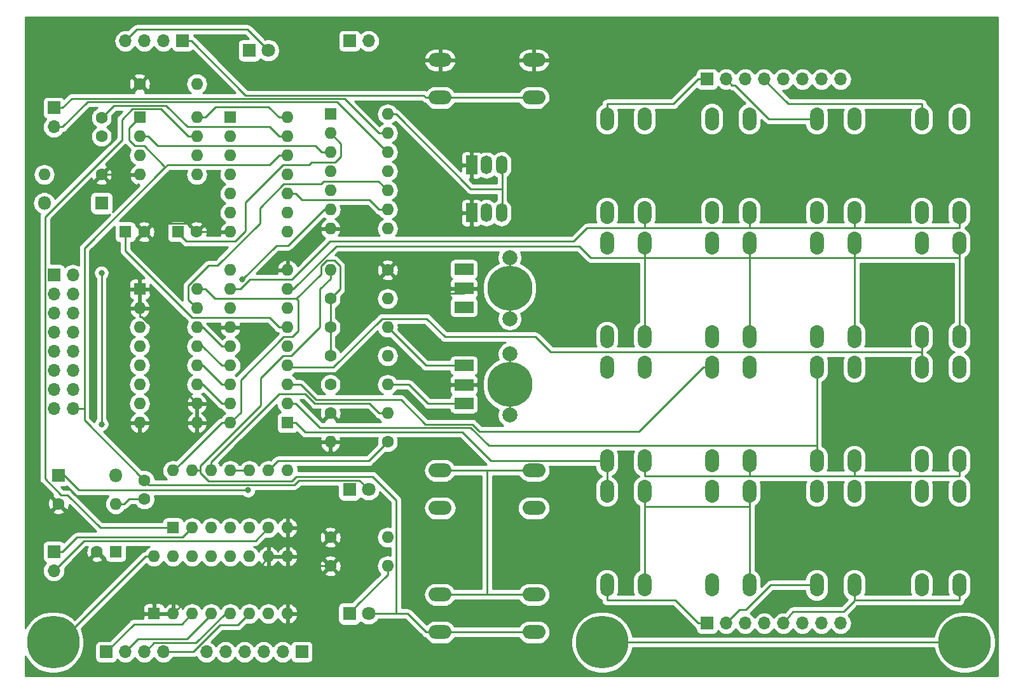
<source format=gbr>
G04 #@! TF.GenerationSoftware,KiCad,Pcbnew,(5.1.4)-1*
G04 #@! TF.CreationDate,2020-05-13T19:15:52-06:00*
G04 #@! TF.ProjectId,keyboard,6b657962-6f61-4726-942e-6b696361645f,rev?*
G04 #@! TF.SameCoordinates,Original*
G04 #@! TF.FileFunction,Copper,L1,Top*
G04 #@! TF.FilePolarity,Positive*
%FSLAX46Y46*%
G04 Gerber Fmt 4.6, Leading zero omitted, Abs format (unit mm)*
G04 Created by KiCad (PCBNEW (5.1.4)-1) date 2020-05-13 19:15:52*
%MOMM*%
%LPD*%
G04 APERTURE LIST*
%ADD10C,0.240000*%
%ADD11R,2.500000X1.500000*%
%ADD12C,6.000000*%
%ADD13C,2.000000*%
%ADD14O,1.600000X1.600000*%
%ADD15C,1.600000*%
%ADD16O,1.800000X1.800000*%
%ADD17R,1.800000X1.800000*%
%ADD18O,1.700000X1.700000*%
%ADD19R,1.700000X1.700000*%
%ADD20C,1.800000*%
%ADD21R,1.600000X1.600000*%
%ADD22O,1.850000X3.048000*%
%ADD23O,3.048000X1.850000*%
%ADD24R,1.500000X2.500000*%
%ADD25O,1.500000X2.500000*%
%ADD26C,0.800000*%
%ADD27C,7.000000*%
%ADD28C,0.250000*%
%ADD29C,0.254000*%
G04 APERTURE END LIST*
D10*
X89281000Y-59309000D02*
X89281000Y-58801000D01*
X89281000Y-65405000D02*
X89281000Y-64897000D01*
X89281000Y-78232000D02*
X89281000Y-77724000D01*
X89281000Y-72136000D02*
X89281000Y-71628000D01*
D11*
X83185000Y-64643000D03*
X83185000Y-62135000D03*
X83185000Y-59563000D03*
D12*
X89281000Y-62103000D03*
D13*
X89281000Y-66167000D03*
X89281000Y-58039000D03*
X89281000Y-70866000D03*
X89281000Y-78994000D03*
D12*
X89281000Y-74930000D03*
D11*
X83185000Y-72390000D03*
X83185000Y-74962000D03*
X83185000Y-77470000D03*
D14*
X36830000Y-90805000D03*
D15*
X29210000Y-90805000D03*
D14*
X27305000Y-46990000D03*
D15*
X34925000Y-46990000D03*
D16*
X36830000Y-86995000D03*
D17*
X29210000Y-86995000D03*
D16*
X27305000Y-50800000D03*
D17*
X34925000Y-50800000D03*
D15*
X34925000Y-39410000D03*
X34925000Y-41910000D03*
X40640000Y-87670000D03*
X40640000Y-90170000D03*
D18*
X31115000Y-78105000D03*
X28575000Y-78105000D03*
X31115000Y-75565000D03*
X28575000Y-75565000D03*
X31115000Y-73025000D03*
X28575000Y-73025000D03*
X31115000Y-70485000D03*
X28575000Y-70485000D03*
X31115000Y-67945000D03*
X28575000Y-67945000D03*
X31115000Y-65405000D03*
X28575000Y-65405000D03*
X31115000Y-62865000D03*
X28575000Y-62865000D03*
X31115000Y-60325000D03*
D19*
X28575000Y-60325000D03*
D18*
X133350000Y-106680000D03*
X130810000Y-106680000D03*
X128270000Y-106680000D03*
X125730000Y-106680000D03*
X123190000Y-106680000D03*
X120650000Y-106680000D03*
X118110000Y-106680000D03*
D19*
X115570000Y-106680000D03*
D18*
X133350000Y-34290000D03*
X130810000Y-34290000D03*
X128270000Y-34290000D03*
X125730000Y-34290000D03*
X123190000Y-34290000D03*
X120650000Y-34290000D03*
X118110000Y-34290000D03*
D19*
X115570000Y-34290000D03*
D14*
X47625000Y-34925000D03*
D15*
X40005000Y-34925000D03*
D14*
X73025000Y-95250000D03*
D15*
X65405000Y-95250000D03*
D14*
X73025000Y-99060000D03*
D15*
X65405000Y-99060000D03*
D18*
X38100000Y-29210000D03*
X40640000Y-29210000D03*
X43180000Y-29210000D03*
D19*
X45720000Y-29210000D03*
D20*
X57150000Y-30480000D03*
D17*
X54610000Y-30480000D03*
X67945000Y-88900000D03*
D20*
X70485000Y-88900000D03*
D17*
X67945000Y-105410000D03*
D20*
X70485000Y-105410000D03*
D14*
X65405000Y-82550000D03*
D15*
X73025000Y-82550000D03*
D14*
X65405000Y-59690000D03*
D15*
X73025000Y-59690000D03*
D14*
X73025000Y-78740000D03*
D15*
X65405000Y-78740000D03*
D18*
X48895000Y-110490000D03*
X51435000Y-110490000D03*
X53975000Y-110490000D03*
X56515000Y-110490000D03*
X59055000Y-110490000D03*
D19*
X61595000Y-110490000D03*
D15*
X47585000Y-54610000D03*
D21*
X45085000Y-54610000D03*
D14*
X47625000Y-39370000D03*
X40005000Y-46990000D03*
X47625000Y-41910000D03*
X40005000Y-44450000D03*
X47625000Y-44450000D03*
X40005000Y-41910000D03*
X47625000Y-46990000D03*
D21*
X40005000Y-39370000D03*
D22*
X149145000Y-101600000D03*
X144145000Y-101600000D03*
X149145000Y-89100000D03*
X144145000Y-89100000D03*
X135175000Y-101600000D03*
X130175000Y-101600000D03*
X135175000Y-89100000D03*
X130175000Y-89100000D03*
X121205000Y-101600000D03*
X116205000Y-101600000D03*
X121205000Y-89100000D03*
X116205000Y-89100000D03*
X107235000Y-101600000D03*
X102235000Y-101600000D03*
X107235000Y-89100000D03*
X102235000Y-89100000D03*
X149145000Y-85090000D03*
X144145000Y-85090000D03*
X149145000Y-72590000D03*
X144145000Y-72590000D03*
X135175000Y-85090000D03*
X130175000Y-85090000D03*
X135175000Y-72590000D03*
X130175000Y-72590000D03*
X121205000Y-85090000D03*
X116205000Y-85090000D03*
X121205000Y-72590000D03*
X116205000Y-72590000D03*
X107235000Y-85090000D03*
X102235000Y-85090000D03*
X107235000Y-72590000D03*
X102235000Y-72590000D03*
X149145000Y-68580000D03*
X144145000Y-68580000D03*
X149145000Y-56080000D03*
X144145000Y-56080000D03*
X135175000Y-68580000D03*
X130175000Y-68580000D03*
X135175000Y-56080000D03*
X130175000Y-56080000D03*
X121205000Y-68580000D03*
X116205000Y-68580000D03*
X121205000Y-56080000D03*
X116205000Y-56080000D03*
X107235000Y-68580000D03*
X102235000Y-68580000D03*
X107235000Y-56080000D03*
X102235000Y-56080000D03*
X149145000Y-52070000D03*
X144145000Y-52070000D03*
X149145000Y-39570000D03*
X144145000Y-39570000D03*
X135175000Y-52070000D03*
X130175000Y-52070000D03*
X135175000Y-39570000D03*
X130175000Y-39570000D03*
X121205000Y-52070000D03*
X116205000Y-52070000D03*
X121205000Y-39570000D03*
X116205000Y-39570000D03*
X107235000Y-52070000D03*
X102235000Y-52070000D03*
X107235000Y-39570000D03*
X102235000Y-39570000D03*
D14*
X41910000Y-97790000D03*
X59690000Y-105410000D03*
X44450000Y-97790000D03*
X57150000Y-105410000D03*
X46990000Y-97790000D03*
X54610000Y-105410000D03*
X49530000Y-97790000D03*
X52070000Y-105410000D03*
X52070000Y-97790000D03*
X49530000Y-105410000D03*
X54610000Y-97790000D03*
X46990000Y-105410000D03*
X57150000Y-97790000D03*
X44450000Y-105410000D03*
X59690000Y-97790000D03*
D21*
X41910000Y-105410000D03*
D14*
X47625000Y-62230000D03*
X40005000Y-80010000D03*
X47625000Y-64770000D03*
X40005000Y-77470000D03*
X47625000Y-67310000D03*
X40005000Y-74930000D03*
X47625000Y-69850000D03*
X40005000Y-72390000D03*
X47625000Y-72390000D03*
X40005000Y-69850000D03*
X47625000Y-74930000D03*
X40005000Y-67310000D03*
X47625000Y-77470000D03*
X40005000Y-64770000D03*
X47625000Y-80010000D03*
D21*
X40005000Y-62230000D03*
D14*
X52070000Y-80010000D03*
X59690000Y-59690000D03*
X52070000Y-77470000D03*
X59690000Y-62230000D03*
X52070000Y-74930000D03*
X59690000Y-64770000D03*
X52070000Y-72390000D03*
X59690000Y-67310000D03*
X52070000Y-69850000D03*
X59690000Y-69850000D03*
X52070000Y-67310000D03*
X59690000Y-72390000D03*
X52070000Y-64770000D03*
X59690000Y-74930000D03*
X52070000Y-62230000D03*
X59690000Y-77470000D03*
X52070000Y-59690000D03*
D21*
X59690000Y-80010000D03*
D14*
X44450000Y-86360000D03*
X59690000Y-93980000D03*
X46990000Y-86360000D03*
X57150000Y-93980000D03*
X49530000Y-86360000D03*
X54610000Y-93980000D03*
X52070000Y-86360000D03*
X52070000Y-93980000D03*
X54610000Y-86360000D03*
X49530000Y-93980000D03*
X57150000Y-86360000D03*
X46990000Y-93980000D03*
X59690000Y-86360000D03*
D21*
X44450000Y-93980000D03*
D14*
X59690000Y-39370000D03*
X52070000Y-54610000D03*
X59690000Y-41910000D03*
X52070000Y-52070000D03*
X59690000Y-44450000D03*
X52070000Y-49530000D03*
X59690000Y-46990000D03*
X52070000Y-46990000D03*
X59690000Y-49530000D03*
X52070000Y-44450000D03*
X59690000Y-52070000D03*
X52070000Y-41910000D03*
X59690000Y-54610000D03*
D21*
X52070000Y-39370000D03*
D14*
X73025000Y-38945000D03*
X65405000Y-54185000D03*
X73025000Y-41485000D03*
X65405000Y-51645000D03*
X73025000Y-44025000D03*
X65405000Y-49105000D03*
X73025000Y-46565000D03*
X65405000Y-46565000D03*
X73025000Y-49105000D03*
X65405000Y-44025000D03*
X73025000Y-51645000D03*
X65405000Y-41485000D03*
X73025000Y-54185000D03*
D21*
X65405000Y-38945000D03*
D23*
X80010000Y-107870000D03*
X80010000Y-102870000D03*
X92510000Y-107870000D03*
X92510000Y-102870000D03*
X80010000Y-91360000D03*
X80010000Y-86360000D03*
X92510000Y-91360000D03*
X92510000Y-86360000D03*
D24*
X84201000Y-52070000D03*
D25*
X86201000Y-52070000D03*
X88201000Y-52070000D03*
D24*
X84201000Y-45720000D03*
D25*
X86201000Y-45720000D03*
X88201000Y-45720000D03*
D23*
X80010000Y-36750000D03*
X80010000Y-31750000D03*
X92510000Y-36750000D03*
X92510000Y-31750000D03*
D14*
X73025000Y-67310000D03*
D15*
X65405000Y-67310000D03*
D14*
X73025000Y-74930000D03*
D15*
X65405000Y-74930000D03*
D14*
X73025000Y-63500000D03*
D15*
X65405000Y-63500000D03*
D14*
X73025000Y-71120000D03*
D15*
X65405000Y-71120000D03*
D18*
X70485000Y-29210000D03*
D19*
X67945000Y-29210000D03*
D18*
X28575000Y-40640000D03*
D19*
X28575000Y-38100000D03*
D18*
X28575000Y-99695000D03*
D19*
X28575000Y-97155000D03*
D18*
X43180000Y-110490000D03*
X40640000Y-110490000D03*
X38100000Y-110490000D03*
D19*
X35560000Y-110490000D03*
D26*
X30346155Y-107363845D03*
X28490000Y-106595000D03*
X26633845Y-107363845D03*
X25865000Y-109220000D03*
X26633845Y-111076155D03*
X28490000Y-111845000D03*
X30346155Y-111076155D03*
X31115000Y-109220000D03*
D27*
X28490000Y-109220000D03*
D26*
X30431155Y-27988845D03*
X28575000Y-27220000D03*
X26718845Y-27988845D03*
X25950000Y-29845000D03*
X26718845Y-31701155D03*
X28575000Y-32470000D03*
X30431155Y-31701155D03*
X31200000Y-29845000D03*
D27*
X28575000Y-29845000D03*
D26*
X103456155Y-107363845D03*
X101600000Y-106595000D03*
X99743845Y-107363845D03*
X98975000Y-109220000D03*
X99743845Y-111076155D03*
X101600000Y-111845000D03*
X103456155Y-111076155D03*
X104225000Y-109220000D03*
D27*
X101600000Y-109220000D03*
D26*
X103456155Y-27988845D03*
X101600000Y-27220000D03*
X99743845Y-27988845D03*
X98975000Y-29845000D03*
X99743845Y-31701155D03*
X101600000Y-32470000D03*
X103456155Y-31701155D03*
X104225000Y-29845000D03*
D27*
X101600000Y-29845000D03*
D26*
X151716155Y-107363845D03*
X149860000Y-106595000D03*
X148003845Y-107363845D03*
X147235000Y-109220000D03*
X148003845Y-111076155D03*
X149860000Y-111845000D03*
X151716155Y-111076155D03*
X152485000Y-109220000D03*
D27*
X149860000Y-109220000D03*
D26*
X151716155Y-28037645D03*
X149860000Y-27268800D03*
X148003845Y-28037645D03*
X147235000Y-29893800D03*
X148003845Y-31749955D03*
X149860000Y-32518800D03*
X151716155Y-31749955D03*
X152485000Y-29893800D03*
D27*
X149860000Y-29893800D03*
D15*
X34330000Y-97155000D03*
D21*
X36830000Y-97155000D03*
D15*
X40600000Y-54610000D03*
D21*
X38100000Y-54610000D03*
D26*
X53686600Y-60960000D03*
X34925000Y-60071000D03*
X34925000Y-80194002D03*
X54446010Y-88990010D03*
D28*
X104225000Y-29845000D02*
X103456200Y-29076200D01*
X103456200Y-29076200D02*
X103456200Y-27988800D01*
X104273800Y-29893800D02*
X104225000Y-29845000D01*
X98431400Y-30388600D02*
X98975000Y-29845000D01*
X94359300Y-31750000D02*
X97070000Y-31750000D01*
X97070000Y-31750000D02*
X98431400Y-30388600D01*
X99743900Y-31701100D02*
X98431400Y-30388600D01*
X92510000Y-31750000D02*
X94359300Y-31750000D01*
X41910000Y-105410000D02*
X44450000Y-105410000D01*
X59690000Y-58564700D02*
X64069700Y-54185000D01*
X64069700Y-54185000D02*
X64279700Y-54185000D01*
X150244400Y-28037600D02*
X149860000Y-27653200D01*
X151716200Y-28037600D02*
X150244400Y-28037600D01*
X150244400Y-28037600D02*
X150244400Y-29509400D01*
X150244400Y-29509400D02*
X149860000Y-29893800D01*
X149860000Y-27653200D02*
X148388300Y-27653200D01*
X148388300Y-27653200D02*
X148003900Y-28037600D01*
X149860000Y-27653200D02*
X149860000Y-27268800D01*
X149091100Y-31749900D02*
X149860000Y-32518800D01*
X59690000Y-105410000D02*
X59690000Y-104284700D01*
X62085300Y-99060000D02*
X60815300Y-97790000D01*
X65405000Y-99060000D02*
X62085300Y-99060000D01*
X62085300Y-99060000D02*
X62085300Y-101889400D01*
X62085300Y-101889400D02*
X59690000Y-104284700D01*
X148003900Y-31749900D02*
X149091100Y-31749900D01*
X149091100Y-31749900D02*
X149091100Y-30662700D01*
X149091100Y-30662700D02*
X149860000Y-29893800D01*
X59690000Y-97790000D02*
X57150000Y-97790000D01*
X104273800Y-29893800D02*
X147235000Y-29893800D01*
X103456200Y-31701100D02*
X104273800Y-30883500D01*
X104273800Y-30883500D02*
X104273800Y-29893800D01*
X101600000Y-32470000D02*
X102687300Y-32470000D01*
X102687300Y-32470000D02*
X103456200Y-31701100D01*
X99743900Y-27988800D02*
X100831200Y-27988800D01*
X100831200Y-27988800D02*
X101600000Y-27220000D01*
X103456200Y-27988800D02*
X102368800Y-27988800D01*
X102368800Y-27988800D02*
X101600000Y-27220000D01*
X47585000Y-54610000D02*
X50944700Y-54610000D01*
X40600000Y-54610000D02*
X41725400Y-53484600D01*
X41725400Y-53484600D02*
X46459600Y-53484600D01*
X46459600Y-53484600D02*
X47585000Y-54610000D01*
X52070000Y-54610000D02*
X50944700Y-54610000D01*
X31200000Y-31701100D02*
X30431200Y-31701100D01*
X40005000Y-34925000D02*
X36781100Y-31701100D01*
X36781100Y-31701100D02*
X31200000Y-31701100D01*
X31200000Y-31701100D02*
X31200000Y-29845000D01*
X26718900Y-27988800D02*
X27806200Y-27988800D01*
X27806200Y-27988800D02*
X28575000Y-27220000D01*
X30431200Y-27988800D02*
X29343800Y-27988800D01*
X29343800Y-27988800D02*
X28575000Y-27220000D01*
X65405000Y-54185000D02*
X64279700Y-54185000D01*
X59690000Y-97790000D02*
X60815300Y-97790000D01*
X40005000Y-46990000D02*
X34925000Y-46990000D01*
X47625000Y-80010000D02*
X40005000Y-80010000D01*
X59690000Y-59690000D02*
X59690000Y-58564700D01*
X55372000Y-100203000D02*
X57150000Y-97790000D01*
X54991000Y-100203000D02*
X55372000Y-100203000D01*
X44450000Y-105410000D02*
X49674600Y-100185400D01*
X49674600Y-100185400D02*
X54991000Y-100203000D01*
X46101000Y-75946000D02*
X47625000Y-77470000D01*
X46101000Y-71709900D02*
X46101000Y-75946000D01*
X40286400Y-65895300D02*
X46101000Y-71709900D01*
X40005000Y-64770000D02*
X40005000Y-65895300D01*
X40005000Y-65895300D02*
X40286400Y-65895300D01*
X84201000Y-43942000D02*
X84201000Y-45720000D01*
X87884000Y-43942000D02*
X84201000Y-43942000D01*
X94615000Y-37211000D02*
X87884000Y-43942000D01*
X94359300Y-31750000D02*
X94615000Y-32005700D01*
X94615000Y-32005700D02*
X94615000Y-37211000D01*
X76105000Y-62770000D02*
X73025000Y-59690000D01*
X83185000Y-62770000D02*
X76105000Y-62770000D01*
X58564700Y-67310000D02*
X59690000Y-67310000D01*
X57294700Y-66040000D02*
X58564700Y-67310000D01*
X46990000Y-66040000D02*
X57294700Y-66040000D01*
X38100000Y-54610000D02*
X38100000Y-57150000D01*
X38100000Y-57150000D02*
X46990000Y-66040000D01*
X46228000Y-55880000D02*
X45085000Y-54737000D01*
X54074500Y-50700500D02*
X54074500Y-54510500D01*
X59055000Y-45720000D02*
X54074500Y-50700500D01*
X66802000Y-42882000D02*
X66802000Y-44577000D01*
X65405000Y-41485000D02*
X66802000Y-42882000D01*
X45085000Y-54737000D02*
X45085000Y-54610000D01*
X52705000Y-55880000D02*
X46228000Y-55880000D01*
X66802000Y-44577000D02*
X66040000Y-45339000D01*
X66040000Y-45339000D02*
X62941300Y-45339000D01*
X62941300Y-45339000D02*
X62560300Y-45720000D01*
X54074500Y-54510500D02*
X52705000Y-55880000D01*
X62560300Y-45720000D02*
X59055000Y-45720000D01*
X60873600Y-63500000D02*
X50020300Y-63500000D01*
X50020300Y-63500000D02*
X48750300Y-62230000D01*
X47625000Y-62230000D02*
X48750300Y-62230000D01*
X99743900Y-107363800D02*
X100831200Y-107363800D01*
X100831200Y-107363800D02*
X101600000Y-106595000D01*
X103456200Y-107363800D02*
X102368800Y-107363800D01*
X102368800Y-107363800D02*
X101600000Y-106595000D01*
X86260000Y-102870000D02*
X80010000Y-102870000D01*
X92510000Y-102870000D02*
X86260000Y-102870000D01*
X86260000Y-86360000D02*
X86260000Y-102870000D01*
X86260000Y-86360000D02*
X90660700Y-86360000D01*
X81859300Y-86360000D02*
X86260000Y-86360000D01*
X65405000Y-67310000D02*
X65405000Y-63500000D01*
X65405000Y-71120000D02*
X65405000Y-67310000D01*
X28874400Y-111076100D02*
X28490000Y-111460500D01*
X30346200Y-111076100D02*
X28874400Y-111076100D01*
X28490000Y-109220000D02*
X28874400Y-109604400D01*
X28874400Y-109604400D02*
X28874400Y-111076100D01*
X28490000Y-111460500D02*
X27018300Y-111460500D01*
X27018300Y-111460500D02*
X26633900Y-111076100D01*
X28490000Y-111845000D02*
X28490000Y-111460500D01*
X28490000Y-106595000D02*
X27402700Y-106595000D01*
X27402700Y-106595000D02*
X26633900Y-107363800D01*
X30346200Y-107363800D02*
X29577400Y-106595000D01*
X29577400Y-106595000D02*
X28490000Y-106595000D01*
X41910000Y-97790000D02*
X40784700Y-97790000D01*
X40784700Y-97790000D02*
X31210900Y-107363800D01*
X31210900Y-107363800D02*
X30346200Y-107363800D01*
X92510000Y-86360000D02*
X90660700Y-86360000D01*
X80010000Y-86360000D02*
X81859300Y-86360000D01*
X148003900Y-107363800D02*
X149091200Y-107363800D01*
X149091200Y-107363800D02*
X149860000Y-106595000D01*
X151716200Y-107363800D02*
X150628800Y-107363800D01*
X150628800Y-107363800D02*
X149860000Y-106595000D01*
X99743900Y-109988900D02*
X99743900Y-111076100D01*
X98975000Y-109220000D02*
X99743900Y-109988900D01*
X101600000Y-109220000D02*
X100512800Y-109220000D01*
X100512800Y-109220000D02*
X99743900Y-109988900D01*
X101600000Y-111845000D02*
X100512800Y-111845000D01*
X100512800Y-111845000D02*
X99743900Y-111076100D01*
X26633900Y-111076100D02*
X25865000Y-110307200D01*
X25865000Y-110307200D02*
X25865000Y-109220000D01*
X147235000Y-109220000D02*
X104225000Y-109220000D01*
X50944700Y-80010000D02*
X52070000Y-80010000D01*
X44450000Y-86360000D02*
X45575300Y-85379400D01*
X45575300Y-85379400D02*
X50944700Y-80010000D01*
X64135000Y-60238600D02*
X60873600Y-63500000D01*
X66675000Y-62230000D02*
X66675000Y-59182000D01*
X65405000Y-63500000D02*
X66675000Y-62230000D01*
X66675000Y-59182000D02*
X65913000Y-58420000D01*
X65913000Y-58420000D02*
X64897000Y-58420000D01*
X64897000Y-58420000D02*
X64135000Y-59182000D01*
X64135000Y-59182000D02*
X64135000Y-60238600D01*
X48750300Y-39370000D02*
X47625000Y-39370000D01*
X50147300Y-37973000D02*
X48750300Y-39370000D01*
X57167700Y-37973000D02*
X50147300Y-37973000D01*
X59690000Y-39370000D02*
X58564700Y-39370000D01*
X58564700Y-39370000D02*
X57167700Y-37973000D01*
X53467000Y-78613000D02*
X52070000Y-80010000D01*
X61087000Y-63713400D02*
X61087000Y-67818000D01*
X60873600Y-63500000D02*
X61087000Y-63713400D01*
X61087000Y-67818000D02*
X60325000Y-68580000D01*
X60325000Y-68580000D02*
X59182000Y-68580000D01*
X59182000Y-68580000D02*
X53467000Y-74295000D01*
X53467000Y-74295000D02*
X53467000Y-78613000D01*
X84100300Y-48895000D02*
X88265000Y-48895000D01*
X73025000Y-38945000D02*
X74150300Y-38945000D01*
X74150300Y-38945000D02*
X84100300Y-48895000D01*
X88265000Y-52006000D02*
X88201000Y-52070000D01*
X88201000Y-45720000D02*
X88265000Y-45784000D01*
X88265000Y-45784000D02*
X88265000Y-52006000D01*
X47165306Y-110490000D02*
X43180000Y-110490000D01*
X50721306Y-106934000D02*
X47165306Y-110490000D01*
X54610000Y-105410000D02*
X53086000Y-106934000D01*
X53086000Y-106934000D02*
X50721306Y-106934000D01*
X51435000Y-105410000D02*
X52070000Y-105410000D01*
X47530300Y-109314700D02*
X51435000Y-105410000D01*
X41942300Y-109314700D02*
X47530300Y-109314700D01*
X40640000Y-110490000D02*
X40767000Y-110490000D01*
X40767000Y-110490000D02*
X41942300Y-109314700D01*
X49530000Y-105538171D02*
X49530000Y-105410000D01*
X46276771Y-108791400D02*
X49530000Y-105538171D01*
X38100000Y-110490000D02*
X39798600Y-108791400D01*
X39798600Y-108791400D02*
X46276771Y-108791400D01*
X39243000Y-106807000D02*
X35560000Y-110490000D01*
X46990000Y-105410000D02*
X45593000Y-106807000D01*
X45593000Y-106807000D02*
X39243000Y-106807000D01*
X32569989Y-95700011D02*
X29424999Y-98845001D01*
X29424999Y-98845001D02*
X28575000Y-99695000D01*
X55429989Y-95700011D02*
X32569989Y-95700011D01*
X57150000Y-93980000D02*
X55429989Y-95700011D01*
X64560000Y-51645000D02*
X65405000Y-51645000D01*
X59776800Y-56428200D02*
X64560000Y-51645000D01*
X53686600Y-60960000D02*
X58218400Y-56428200D01*
X58218400Y-56428200D02*
X59776800Y-56428200D01*
X29750300Y-97155000D02*
X28575000Y-97155000D01*
X31655300Y-95250000D02*
X29750300Y-97155000D01*
X46990000Y-93980000D02*
X45720000Y-95250000D01*
X45720000Y-95250000D02*
X31655300Y-95250000D01*
X71899700Y-41485000D02*
X67286900Y-36872200D01*
X67286900Y-36872200D02*
X30978100Y-36872200D01*
X30978100Y-36872200D02*
X29750300Y-38100000D01*
X73025000Y-41485000D02*
X71899700Y-41485000D01*
X28575000Y-38100000D02*
X29750300Y-38100000D01*
X92510000Y-36750000D02*
X80010000Y-36750000D01*
X78160700Y-36750000D02*
X77832600Y-36421900D01*
X77832600Y-36421900D02*
X54107200Y-36421900D01*
X54107200Y-36421900D02*
X46895300Y-29210000D01*
X80010000Y-36750000D02*
X78160700Y-36750000D01*
X45720000Y-29210000D02*
X46895300Y-29210000D01*
X75894700Y-74930000D02*
X73025000Y-74930000D01*
X83185000Y-77470000D02*
X78434700Y-77470000D01*
X78434700Y-77470000D02*
X75894700Y-74930000D01*
X78105000Y-72390000D02*
X83185000Y-72390000D01*
X73025000Y-67310000D02*
X78105000Y-72390000D01*
X41130300Y-41910000D02*
X40005000Y-41910000D01*
X42400300Y-43180000D02*
X41130300Y-41910000D01*
X63434700Y-43180000D02*
X42400300Y-43180000D01*
X65405000Y-44025000D02*
X64279700Y-44025000D01*
X64279700Y-44025000D02*
X63434700Y-43180000D01*
X46825001Y-63970001D02*
X47625000Y-64770000D01*
X46499700Y-63644700D02*
X46825001Y-63970001D01*
X50416200Y-59057800D02*
X49201900Y-59057800D01*
X71799000Y-47879000D02*
X64516000Y-47879000D01*
X73025000Y-49105000D02*
X71799000Y-47879000D01*
X64516000Y-47879000D02*
X64135000Y-48260000D01*
X46499700Y-61760000D02*
X46499700Y-63644700D01*
X64135000Y-48260000D02*
X59182000Y-48260000D01*
X49201900Y-59057800D02*
X46499700Y-61760000D01*
X56008800Y-53465200D02*
X50416200Y-59057800D01*
X59182000Y-48260000D02*
X56008800Y-51433200D01*
X56008800Y-51433200D02*
X56008800Y-53465200D01*
X54610000Y-86360000D02*
X52070000Y-86360000D01*
X46499700Y-41910000D02*
X47625000Y-41910000D01*
X39064600Y-38244600D02*
X42834300Y-38244600D01*
X37644200Y-39665000D02*
X39064600Y-38244600D01*
X37644200Y-42365800D02*
X37644200Y-39665000D01*
X42834300Y-38244600D02*
X46499700Y-41910000D01*
X34754100Y-93980000D02*
X30373900Y-89599800D01*
X44450000Y-93980000D02*
X34754100Y-93980000D01*
X29552500Y-89599800D02*
X27396100Y-87443400D01*
X27396100Y-87443400D02*
X27396100Y-52613900D01*
X30373900Y-89599800D02*
X29552500Y-89599800D01*
X27396100Y-52613900D02*
X37644200Y-42365800D01*
X50944700Y-77470000D02*
X52070000Y-77470000D01*
X47625000Y-74930000D02*
X48404700Y-74930000D01*
X48404700Y-74930000D02*
X50944700Y-77470000D01*
X50944700Y-74930000D02*
X52070000Y-74930000D01*
X47625000Y-72390000D02*
X48404700Y-72390000D01*
X48404700Y-72390000D02*
X50944700Y-74930000D01*
X50944700Y-72390000D02*
X52070000Y-72390000D01*
X48531700Y-69977000D02*
X50944700Y-72390000D01*
X48514000Y-69977000D02*
X48531700Y-69977000D01*
X47625000Y-69850000D02*
X48387000Y-69850000D01*
X48387000Y-69850000D02*
X48514000Y-69977000D01*
X50944700Y-69850000D02*
X52070000Y-69850000D01*
X47625000Y-67310000D02*
X48404700Y-67310000D01*
X48404700Y-67310000D02*
X50944700Y-69850000D01*
X59690000Y-49530000D02*
X60815300Y-49530000D01*
X73025000Y-51645000D02*
X71899700Y-51645000D01*
X71899700Y-51645000D02*
X70632100Y-50377400D01*
X70632100Y-50377400D02*
X61662700Y-50377400D01*
X61662700Y-50377400D02*
X60815300Y-49530000D01*
X69239100Y-87654100D02*
X70485000Y-88900000D01*
X61227200Y-87654100D02*
X69239100Y-87654100D01*
X60616300Y-88265000D02*
X61227200Y-87654100D01*
X40640000Y-87670000D02*
X41235000Y-88265000D01*
X41235000Y-88265000D02*
X60616300Y-88265000D01*
X32639000Y-79669000D02*
X40640000Y-87670000D01*
X32639000Y-75773100D02*
X32639000Y-79669000D01*
X32639000Y-78105000D02*
X31115000Y-78105000D01*
X32639000Y-75773100D02*
X32639000Y-78105000D01*
X43729000Y-45720000D02*
X43299800Y-46149200D01*
X57294700Y-45720000D02*
X43729000Y-45720000D01*
X59690000Y-44450000D02*
X58564700Y-44450000D01*
X58564700Y-44450000D02*
X57294700Y-45720000D01*
X43299800Y-45839800D02*
X43299800Y-46149200D01*
X40640000Y-43180000D02*
X43299800Y-45839800D01*
X39370000Y-43180000D02*
X40640000Y-43180000D01*
X38608000Y-42418000D02*
X39370000Y-43180000D01*
X40005000Y-39370000D02*
X38608000Y-40767000D01*
X38608000Y-40767000D02*
X38608000Y-42418000D01*
X43299800Y-46149200D02*
X32639000Y-56810000D01*
X32639000Y-56810000D02*
X32639000Y-75773100D01*
X36830000Y-90805000D02*
X37955300Y-90805000D01*
X40640000Y-90170000D02*
X38590300Y-90170000D01*
X38590300Y-90170000D02*
X37955300Y-90805000D01*
X71899700Y-78740000D02*
X73025000Y-78740000D01*
X58564700Y-76200000D02*
X62085300Y-76200000D01*
X62085300Y-76200000D02*
X63355300Y-77470000D01*
X63355300Y-77470000D02*
X70629700Y-77470000D01*
X49530000Y-85234700D02*
X58564700Y-76200000D01*
X49530000Y-86360000D02*
X49530000Y-85234700D01*
X70629700Y-77470000D02*
X71899700Y-78740000D01*
X46990000Y-86360000D02*
X48115300Y-86360000D01*
X74157400Y-105410000D02*
X75700700Y-105410000D01*
X75700700Y-105410000D02*
X78160700Y-107870000D01*
X70485000Y-105410000D02*
X74157400Y-105410000D01*
X80010000Y-107870000D02*
X78160700Y-107870000D01*
X92510000Y-107870000D02*
X80010000Y-107870000D01*
X74157400Y-90286400D02*
X74157400Y-105410000D01*
X48115300Y-86641400D02*
X49230900Y-87757000D01*
X48115300Y-86360000D02*
X48115300Y-86641400D01*
X49230900Y-87757000D02*
X60262100Y-87757000D01*
X60262100Y-87757000D02*
X60858300Y-87160800D01*
X60858300Y-87160800D02*
X71031800Y-87160800D01*
X71031800Y-87160800D02*
X74157400Y-90286400D01*
X29750300Y-40640000D02*
X28575000Y-40640000D01*
X33067700Y-37322600D02*
X29750300Y-40640000D01*
X66278600Y-37322600D02*
X33067700Y-37322600D01*
X73025000Y-44025000D02*
X72981000Y-44025000D01*
X72981000Y-44025000D02*
X66278600Y-37322600D01*
X56157800Y-77700200D02*
X48115300Y-85742700D01*
X56157800Y-74017200D02*
X56157800Y-77700200D01*
X48115300Y-85742700D02*
X48115300Y-86360000D01*
X65405000Y-59690000D02*
X65405000Y-60815300D01*
X65405000Y-60815300D02*
X64008000Y-62212300D01*
X64008000Y-62212300D02*
X64008000Y-67310000D01*
X64008000Y-67310000D02*
X60198000Y-71120000D01*
X60198000Y-71120000D02*
X59055000Y-71120000D01*
X59055000Y-71120000D02*
X56157800Y-74017200D01*
X73025000Y-100185300D02*
X73025000Y-99060000D01*
X67945000Y-105410000D02*
X69025600Y-104184700D01*
X69025600Y-104184700D02*
X73025000Y-100185300D01*
X39624000Y-27686000D02*
X38100000Y-29210000D01*
X57150000Y-30480000D02*
X54356000Y-27686000D01*
X54356000Y-27686000D02*
X39624000Y-27686000D01*
X106934000Y-54102000D02*
X121022300Y-54102000D01*
X107235000Y-54055000D02*
X107188000Y-54102000D01*
X107235000Y-52070000D02*
X107235000Y-54055000D01*
X121205000Y-54022000D02*
X121285000Y-54102000D01*
X121205000Y-52070000D02*
X121205000Y-54022000D01*
X135175000Y-54102000D02*
X135175000Y-52070000D01*
X149145000Y-52070000D02*
X149145000Y-54102000D01*
X149145000Y-54102000D02*
X135175000Y-54102000D01*
X121031000Y-54102000D02*
X135175000Y-54102000D01*
X99603300Y-54102000D02*
X106939700Y-54102000D01*
X53442400Y-62230000D02*
X54712400Y-60960000D01*
X52070000Y-62230000D02*
X53442400Y-62230000D01*
X54712400Y-60960000D02*
X60268400Y-60960000D01*
X60268400Y-60960000D02*
X65348400Y-55880000D01*
X65348400Y-55880000D02*
X97825300Y-55880000D01*
X97825300Y-55880000D02*
X99603300Y-54102000D01*
X135175000Y-87009400D02*
X135175000Y-87122000D01*
X121387700Y-87122000D02*
X134992300Y-87122000D01*
X107235000Y-87122000D02*
X121387700Y-87122000D01*
X107235000Y-85090000D02*
X107235000Y-87122000D01*
X121158000Y-87122000D02*
X121387700Y-87122000D01*
X121125000Y-87122000D02*
X121158000Y-87122000D01*
X121205000Y-85090000D02*
X121205000Y-87042000D01*
X121205000Y-87042000D02*
X121125000Y-87122000D01*
X149145000Y-87122000D02*
X149145000Y-85090000D01*
X135357700Y-87122000D02*
X149145000Y-87122000D01*
X134992300Y-87122000D02*
X135310700Y-87122000D01*
X135175000Y-87075000D02*
X135128000Y-87122000D01*
X135175000Y-85090000D02*
X135175000Y-87075000D01*
X149145000Y-57929300D02*
X149145000Y-68580000D01*
X135175000Y-57929300D02*
X135175000Y-68580000D01*
X149145000Y-56080000D02*
X149145000Y-57929300D01*
X135175000Y-56080000D02*
X135175000Y-57929300D01*
X121205000Y-57929300D02*
X121205000Y-68580000D01*
X121205000Y-56080000D02*
X121205000Y-57929300D01*
X107235000Y-57929300D02*
X107235000Y-68580000D01*
X107235000Y-57929300D02*
X107235000Y-57816700D01*
X107235000Y-56080000D02*
X107235000Y-57816700D01*
X121095300Y-58039000D02*
X121205000Y-57929300D01*
X107235000Y-57929300D02*
X107344700Y-58039000D01*
X107344700Y-58039000D02*
X121095300Y-58039000D01*
X135065300Y-58039000D02*
X135175000Y-57929300D01*
X121205000Y-57929300D02*
X121314700Y-58039000D01*
X121314700Y-58039000D02*
X135065300Y-58039000D01*
X149035300Y-58039000D02*
X149145000Y-57929300D01*
X135175000Y-57929300D02*
X135284700Y-58039000D01*
X135284700Y-58039000D02*
X149035300Y-58039000D01*
X60450589Y-62230000D02*
X59690000Y-62230000D01*
X66165589Y-56515000D02*
X60450589Y-62230000D01*
X98538700Y-56515000D02*
X66165589Y-56515000D01*
X100062700Y-58039000D02*
X98538700Y-56515000D01*
X107235000Y-57929300D02*
X107125300Y-58039000D01*
X107125300Y-58039000D02*
X100062700Y-58039000D01*
X121205000Y-90949300D02*
X121205000Y-101600000D01*
X121205000Y-89100000D02*
X121205000Y-90949300D01*
X107235000Y-101600000D02*
X107235000Y-90949300D01*
X107235000Y-89100000D02*
X107235000Y-90949300D01*
X135222000Y-103632000D02*
X135175000Y-103679000D01*
X149145000Y-101600000D02*
X149145000Y-103632000D01*
X149145000Y-103632000D02*
X135222000Y-103632000D01*
X135175000Y-103449300D02*
X135175000Y-101600000D01*
X135175000Y-103712000D02*
X135175000Y-103449300D01*
X133731000Y-105156000D02*
X135175000Y-103712000D01*
X125730000Y-106680000D02*
X127000000Y-105156000D01*
X127000000Y-105156000D02*
X133731000Y-105156000D01*
X121158000Y-91186000D02*
X121205000Y-91233000D01*
X107235000Y-91266000D02*
X107315000Y-91186000D01*
X107315000Y-91186000D02*
X121158000Y-91186000D01*
X144145000Y-68580000D02*
X144145000Y-70740700D01*
X144145000Y-72590000D02*
X144145000Y-70740700D01*
X123190000Y-34417000D02*
X123190000Y-34290000D01*
X126365000Y-37592000D02*
X123190000Y-34417000D01*
X144145000Y-39570000D02*
X144145000Y-37592000D01*
X144145000Y-37592000D02*
X126365000Y-37592000D01*
X92710000Y-68580000D02*
X94742000Y-70612000D01*
X144016300Y-70612000D02*
X144145000Y-70740700D01*
X59944000Y-72644000D02*
X65786000Y-72644000D01*
X59690000Y-72390000D02*
X59944000Y-72644000D01*
X65786000Y-72644000D02*
X72266000Y-66164000D01*
X72266000Y-66164000D02*
X78229000Y-66164000D01*
X94742000Y-70612000D02*
X144016300Y-70612000D01*
X78229000Y-66164000D02*
X80645000Y-68580000D01*
X80645000Y-68580000D02*
X92710000Y-68580000D01*
X84287200Y-80194989D02*
X78064589Y-80194989D01*
X116205000Y-72590000D02*
X115030000Y-72590000D01*
X85245211Y-81153000D02*
X84287200Y-80194989D01*
X115030000Y-72590000D02*
X106467000Y-81153000D01*
X78064589Y-80194989D02*
X74825500Y-76955900D01*
X61452300Y-74930000D02*
X60821370Y-74930000D01*
X106467000Y-81153000D02*
X85245211Y-81153000D01*
X60821370Y-74930000D02*
X59690000Y-74930000D01*
X63478200Y-76955900D02*
X61452300Y-74930000D01*
X74825500Y-76955900D02*
X63478200Y-76955900D01*
X130175000Y-83240700D02*
X130175000Y-72590000D01*
X130175000Y-85090000D02*
X130175000Y-83240700D01*
X119888000Y-104902000D02*
X118110000Y-106680000D01*
X120765700Y-104902000D02*
X119888000Y-104902000D01*
X130175000Y-101600000D02*
X124067700Y-101600000D01*
X124067700Y-101600000D02*
X120765700Y-104902000D01*
X118904300Y-35084300D02*
X118110000Y-34290000D01*
X119285300Y-35084300D02*
X118904300Y-35084300D01*
X130175000Y-39570000D02*
X123771000Y-39570000D01*
X123771000Y-39570000D02*
X119285300Y-35084300D01*
X130175000Y-82931000D02*
X130175000Y-83185000D01*
X86513800Y-83058000D02*
X130048000Y-83058000D01*
X59690000Y-77470000D02*
X60815300Y-77470000D01*
X60815300Y-77470000D02*
X63990300Y-80645000D01*
X130048000Y-83058000D02*
X130175000Y-82931000D01*
X63990300Y-80645000D02*
X84100800Y-80645000D01*
X84100800Y-80645000D02*
X86513800Y-83058000D01*
X102235000Y-85090000D02*
X102235000Y-87250700D01*
X102235000Y-89100000D02*
X102235000Y-87250700D01*
X114394700Y-106680000D02*
X115570000Y-106680000D01*
X111346700Y-103632000D02*
X114394700Y-106680000D01*
X102235000Y-101600000D02*
X102235000Y-103632000D01*
X102235000Y-103632000D02*
X111346700Y-103632000D01*
X114394700Y-34290000D02*
X115570000Y-34290000D01*
X111092700Y-37592000D02*
X114394700Y-34290000D01*
X102235000Y-39570000D02*
X102235000Y-37592000D01*
X102235000Y-37592000D02*
X111092700Y-37592000D01*
X86743500Y-85090000D02*
X102235000Y-85090000D01*
X82933500Y-81280000D02*
X86743500Y-85090000D01*
X62085300Y-81280000D02*
X82933500Y-81280000D01*
X59690000Y-80010000D02*
X60815300Y-80010000D01*
X60815300Y-80010000D02*
X62085300Y-81280000D01*
X36558200Y-37776800D02*
X34925000Y-39410000D01*
X43521400Y-37776800D02*
X36558200Y-37776800D01*
X46384600Y-40640000D02*
X43521400Y-37776800D01*
X57294700Y-40640000D02*
X46384600Y-40640000D01*
X59690000Y-41910000D02*
X58564700Y-41910000D01*
X58564700Y-41910000D02*
X57294700Y-40640000D01*
X29210000Y-86995000D02*
X29929200Y-86995000D01*
X57150000Y-86360000D02*
X58420000Y-85090000D01*
X58420000Y-85090000D02*
X70231000Y-85090000D01*
X70485000Y-85090000D02*
X73025000Y-82550000D01*
X70231000Y-85090000D02*
X70485000Y-85090000D01*
X29845000Y-86910800D02*
X29929200Y-86995000D01*
X34925000Y-60071000D02*
X34925000Y-78395999D01*
X34925000Y-78395999D02*
X34925000Y-80194002D01*
X34925000Y-80194002D02*
X34925000Y-80194002D01*
X31924210Y-88990010D02*
X53880325Y-88990010D01*
X53880325Y-88990010D02*
X54446010Y-88990010D01*
X29929200Y-86995000D02*
X31924210Y-88990010D01*
D29*
G36*
X154280001Y-113640000D02*
G01*
X24790000Y-113640000D01*
X24790000Y-111092684D01*
X24825611Y-111178657D01*
X25278136Y-111855909D01*
X25854091Y-112431864D01*
X26531343Y-112884389D01*
X27283865Y-113196094D01*
X28082738Y-113355000D01*
X28897262Y-113355000D01*
X29696135Y-113196094D01*
X30448657Y-112884389D01*
X31125909Y-112431864D01*
X31701864Y-111855909D01*
X32154389Y-111178657D01*
X32466094Y-110426135D01*
X32622466Y-109640000D01*
X34071928Y-109640000D01*
X34071928Y-111340000D01*
X34084188Y-111464482D01*
X34120498Y-111584180D01*
X34179463Y-111694494D01*
X34258815Y-111791185D01*
X34355506Y-111870537D01*
X34465820Y-111929502D01*
X34585518Y-111965812D01*
X34710000Y-111978072D01*
X36410000Y-111978072D01*
X36534482Y-111965812D01*
X36654180Y-111929502D01*
X36764494Y-111870537D01*
X36861185Y-111791185D01*
X36940537Y-111694494D01*
X36999502Y-111584180D01*
X37020393Y-111515313D01*
X37044866Y-111545134D01*
X37270986Y-111730706D01*
X37528966Y-111868599D01*
X37808889Y-111953513D01*
X38027050Y-111975000D01*
X38172950Y-111975000D01*
X38391111Y-111953513D01*
X38671034Y-111868599D01*
X38929014Y-111730706D01*
X39155134Y-111545134D01*
X39340706Y-111319014D01*
X39370000Y-111264209D01*
X39399294Y-111319014D01*
X39584866Y-111545134D01*
X39810986Y-111730706D01*
X40068966Y-111868599D01*
X40348889Y-111953513D01*
X40567050Y-111975000D01*
X40712950Y-111975000D01*
X40931111Y-111953513D01*
X41211034Y-111868599D01*
X41469014Y-111730706D01*
X41695134Y-111545134D01*
X41880706Y-111319014D01*
X41910000Y-111264209D01*
X41939294Y-111319014D01*
X42124866Y-111545134D01*
X42350986Y-111730706D01*
X42608966Y-111868599D01*
X42888889Y-111953513D01*
X43107050Y-111975000D01*
X43252950Y-111975000D01*
X43471111Y-111953513D01*
X43751034Y-111868599D01*
X44009014Y-111730706D01*
X44235134Y-111545134D01*
X44420706Y-111319014D01*
X44457595Y-111250000D01*
X47127984Y-111250000D01*
X47165306Y-111253676D01*
X47202628Y-111250000D01*
X47202639Y-111250000D01*
X47314292Y-111239003D01*
X47457553Y-111195546D01*
X47559245Y-111141190D01*
X47654294Y-111319014D01*
X47839866Y-111545134D01*
X48065986Y-111730706D01*
X48323966Y-111868599D01*
X48603889Y-111953513D01*
X48822050Y-111975000D01*
X48967950Y-111975000D01*
X49186111Y-111953513D01*
X49466034Y-111868599D01*
X49724014Y-111730706D01*
X49950134Y-111545134D01*
X50135706Y-111319014D01*
X50165000Y-111264209D01*
X50194294Y-111319014D01*
X50379866Y-111545134D01*
X50605986Y-111730706D01*
X50863966Y-111868599D01*
X51143889Y-111953513D01*
X51362050Y-111975000D01*
X51507950Y-111975000D01*
X51726111Y-111953513D01*
X52006034Y-111868599D01*
X52264014Y-111730706D01*
X52490134Y-111545134D01*
X52675706Y-111319014D01*
X52705000Y-111264209D01*
X52734294Y-111319014D01*
X52919866Y-111545134D01*
X53145986Y-111730706D01*
X53403966Y-111868599D01*
X53683889Y-111953513D01*
X53902050Y-111975000D01*
X54047950Y-111975000D01*
X54266111Y-111953513D01*
X54546034Y-111868599D01*
X54804014Y-111730706D01*
X55030134Y-111545134D01*
X55215706Y-111319014D01*
X55245000Y-111264209D01*
X55274294Y-111319014D01*
X55459866Y-111545134D01*
X55685986Y-111730706D01*
X55943966Y-111868599D01*
X56223889Y-111953513D01*
X56442050Y-111975000D01*
X56587950Y-111975000D01*
X56806111Y-111953513D01*
X57086034Y-111868599D01*
X57344014Y-111730706D01*
X57570134Y-111545134D01*
X57755706Y-111319014D01*
X57785000Y-111264209D01*
X57814294Y-111319014D01*
X57999866Y-111545134D01*
X58225986Y-111730706D01*
X58483966Y-111868599D01*
X58763889Y-111953513D01*
X58982050Y-111975000D01*
X59127950Y-111975000D01*
X59346111Y-111953513D01*
X59626034Y-111868599D01*
X59884014Y-111730706D01*
X60110134Y-111545134D01*
X60134607Y-111515313D01*
X60155498Y-111584180D01*
X60214463Y-111694494D01*
X60293815Y-111791185D01*
X60390506Y-111870537D01*
X60500820Y-111929502D01*
X60620518Y-111965812D01*
X60745000Y-111978072D01*
X62445000Y-111978072D01*
X62569482Y-111965812D01*
X62689180Y-111929502D01*
X62799494Y-111870537D01*
X62896185Y-111791185D01*
X62975537Y-111694494D01*
X63034502Y-111584180D01*
X63070812Y-111464482D01*
X63083072Y-111340000D01*
X63083072Y-109640000D01*
X63070812Y-109515518D01*
X63034502Y-109395820D01*
X62975537Y-109285506D01*
X62896185Y-109188815D01*
X62799494Y-109109463D01*
X62689180Y-109050498D01*
X62569482Y-109014188D01*
X62445000Y-109001928D01*
X60745000Y-109001928D01*
X60620518Y-109014188D01*
X60500820Y-109050498D01*
X60390506Y-109109463D01*
X60293815Y-109188815D01*
X60214463Y-109285506D01*
X60155498Y-109395820D01*
X60134607Y-109464687D01*
X60110134Y-109434866D01*
X59884014Y-109249294D01*
X59626034Y-109111401D01*
X59346111Y-109026487D01*
X59127950Y-109005000D01*
X58982050Y-109005000D01*
X58763889Y-109026487D01*
X58483966Y-109111401D01*
X58225986Y-109249294D01*
X57999866Y-109434866D01*
X57814294Y-109660986D01*
X57785000Y-109715791D01*
X57755706Y-109660986D01*
X57570134Y-109434866D01*
X57344014Y-109249294D01*
X57086034Y-109111401D01*
X56806111Y-109026487D01*
X56587950Y-109005000D01*
X56442050Y-109005000D01*
X56223889Y-109026487D01*
X55943966Y-109111401D01*
X55685986Y-109249294D01*
X55459866Y-109434866D01*
X55274294Y-109660986D01*
X55245000Y-109715791D01*
X55215706Y-109660986D01*
X55030134Y-109434866D01*
X54804014Y-109249294D01*
X54546034Y-109111401D01*
X54266111Y-109026487D01*
X54047950Y-109005000D01*
X53902050Y-109005000D01*
X53683889Y-109026487D01*
X53403966Y-109111401D01*
X53145986Y-109249294D01*
X52919866Y-109434866D01*
X52734294Y-109660986D01*
X52705000Y-109715791D01*
X52675706Y-109660986D01*
X52490134Y-109434866D01*
X52264014Y-109249294D01*
X52006034Y-109111401D01*
X51726111Y-109026487D01*
X51507950Y-109005000D01*
X51362050Y-109005000D01*
X51143889Y-109026487D01*
X50863966Y-109111401D01*
X50605986Y-109249294D01*
X50379866Y-109434866D01*
X50194294Y-109660986D01*
X50165000Y-109715791D01*
X50135706Y-109660986D01*
X49950134Y-109434866D01*
X49724014Y-109249294D01*
X49565527Y-109164581D01*
X51036109Y-107694000D01*
X53048678Y-107694000D01*
X53086000Y-107697676D01*
X53123322Y-107694000D01*
X53123333Y-107694000D01*
X53234986Y-107683003D01*
X53378247Y-107639546D01*
X53510276Y-107568974D01*
X53626001Y-107474001D01*
X53649803Y-107444998D01*
X54284094Y-106810708D01*
X54328691Y-106824236D01*
X54539508Y-106845000D01*
X54680492Y-106845000D01*
X54891309Y-106824236D01*
X55161808Y-106742182D01*
X55411101Y-106608932D01*
X55629608Y-106429608D01*
X55808932Y-106211101D01*
X55880000Y-106078142D01*
X55951068Y-106211101D01*
X56130392Y-106429608D01*
X56348899Y-106608932D01*
X56598192Y-106742182D01*
X56868691Y-106824236D01*
X57079508Y-106845000D01*
X57220492Y-106845000D01*
X57431309Y-106824236D01*
X57701808Y-106742182D01*
X57951101Y-106608932D01*
X58169608Y-106429608D01*
X58348932Y-106211101D01*
X58422579Y-106073318D01*
X58537615Y-106265131D01*
X58726586Y-106473519D01*
X58952580Y-106641037D01*
X59206913Y-106761246D01*
X59340961Y-106801904D01*
X59563000Y-106679915D01*
X59563000Y-105537000D01*
X59817000Y-105537000D01*
X59817000Y-106679915D01*
X60039039Y-106801904D01*
X60173087Y-106761246D01*
X60427420Y-106641037D01*
X60653414Y-106473519D01*
X60842385Y-106265131D01*
X60987070Y-106023881D01*
X61081909Y-105759040D01*
X60960624Y-105537000D01*
X59817000Y-105537000D01*
X59563000Y-105537000D01*
X59543000Y-105537000D01*
X59543000Y-105283000D01*
X59563000Y-105283000D01*
X59563000Y-104140085D01*
X59817000Y-104140085D01*
X59817000Y-105283000D01*
X60960624Y-105283000D01*
X61081909Y-105060960D01*
X60987070Y-104796119D01*
X60842385Y-104554869D01*
X60653414Y-104346481D01*
X60427420Y-104178963D01*
X60173087Y-104058754D01*
X60039039Y-104018096D01*
X59817000Y-104140085D01*
X59563000Y-104140085D01*
X59340961Y-104018096D01*
X59206913Y-104058754D01*
X58952580Y-104178963D01*
X58726586Y-104346481D01*
X58537615Y-104554869D01*
X58422579Y-104746682D01*
X58348932Y-104608899D01*
X58169608Y-104390392D01*
X57951101Y-104211068D01*
X57701808Y-104077818D01*
X57431309Y-103995764D01*
X57220492Y-103975000D01*
X57079508Y-103975000D01*
X56868691Y-103995764D01*
X56598192Y-104077818D01*
X56348899Y-104211068D01*
X56130392Y-104390392D01*
X55951068Y-104608899D01*
X55880000Y-104741858D01*
X55808932Y-104608899D01*
X55629608Y-104390392D01*
X55411101Y-104211068D01*
X55161808Y-104077818D01*
X54891309Y-103995764D01*
X54680492Y-103975000D01*
X54539508Y-103975000D01*
X54328691Y-103995764D01*
X54058192Y-104077818D01*
X53808899Y-104211068D01*
X53590392Y-104390392D01*
X53411068Y-104608899D01*
X53340000Y-104741858D01*
X53268932Y-104608899D01*
X53089608Y-104390392D01*
X52871101Y-104211068D01*
X52621808Y-104077818D01*
X52351309Y-103995764D01*
X52140492Y-103975000D01*
X51999508Y-103975000D01*
X51788691Y-103995764D01*
X51518192Y-104077818D01*
X51268899Y-104211068D01*
X51050392Y-104390392D01*
X50871068Y-104608899D01*
X50800000Y-104741858D01*
X50728932Y-104608899D01*
X50549608Y-104390392D01*
X50331101Y-104211068D01*
X50081808Y-104077818D01*
X49811309Y-103995764D01*
X49600492Y-103975000D01*
X49459508Y-103975000D01*
X49248691Y-103995764D01*
X48978192Y-104077818D01*
X48728899Y-104211068D01*
X48510392Y-104390392D01*
X48331068Y-104608899D01*
X48260000Y-104741858D01*
X48188932Y-104608899D01*
X48009608Y-104390392D01*
X47791101Y-104211068D01*
X47541808Y-104077818D01*
X47271309Y-103995764D01*
X47060492Y-103975000D01*
X46919508Y-103975000D01*
X46708691Y-103995764D01*
X46438192Y-104077818D01*
X46188899Y-104211068D01*
X45970392Y-104390392D01*
X45791068Y-104608899D01*
X45717421Y-104746682D01*
X45602385Y-104554869D01*
X45413414Y-104346481D01*
X45187420Y-104178963D01*
X44933087Y-104058754D01*
X44799039Y-104018096D01*
X44577000Y-104140085D01*
X44577000Y-105283000D01*
X44597000Y-105283000D01*
X44597000Y-105537000D01*
X44577000Y-105537000D01*
X44577000Y-105557000D01*
X44323000Y-105557000D01*
X44323000Y-105537000D01*
X42037000Y-105537000D01*
X42037000Y-105557000D01*
X41783000Y-105557000D01*
X41783000Y-105537000D01*
X40633750Y-105537000D01*
X40475000Y-105695750D01*
X40472902Y-106047000D01*
X39280333Y-106047000D01*
X39243000Y-106043323D01*
X39205667Y-106047000D01*
X39094014Y-106057997D01*
X38950753Y-106101454D01*
X38818724Y-106172026D01*
X38702999Y-106266999D01*
X38679201Y-106295997D01*
X35973271Y-109001928D01*
X34710000Y-109001928D01*
X34585518Y-109014188D01*
X34465820Y-109050498D01*
X34355506Y-109109463D01*
X34258815Y-109188815D01*
X34179463Y-109285506D01*
X34120498Y-109395820D01*
X34084188Y-109515518D01*
X34071928Y-109640000D01*
X32622466Y-109640000D01*
X32625000Y-109627262D01*
X32625000Y-108812738D01*
X32466094Y-108013865D01*
X32222858Y-107426643D01*
X35039501Y-104610000D01*
X40471928Y-104610000D01*
X40475000Y-105124250D01*
X40633750Y-105283000D01*
X41783000Y-105283000D01*
X41783000Y-104133750D01*
X42037000Y-104133750D01*
X42037000Y-105283000D01*
X44323000Y-105283000D01*
X44323000Y-104140085D01*
X44100961Y-104018096D01*
X43966913Y-104058754D01*
X43712580Y-104178963D01*
X43486586Y-104346481D01*
X43338231Y-104510080D01*
X43335812Y-104485518D01*
X43299502Y-104365820D01*
X43240537Y-104255506D01*
X43161185Y-104158815D01*
X43064494Y-104079463D01*
X42954180Y-104020498D01*
X42834482Y-103984188D01*
X42710000Y-103971928D01*
X42195750Y-103975000D01*
X42037000Y-104133750D01*
X41783000Y-104133750D01*
X41624250Y-103975000D01*
X41110000Y-103971928D01*
X40985518Y-103984188D01*
X40865820Y-104020498D01*
X40755506Y-104079463D01*
X40658815Y-104158815D01*
X40579463Y-104255506D01*
X40520498Y-104365820D01*
X40484188Y-104485518D01*
X40471928Y-104610000D01*
X35039501Y-104610000D01*
X39596799Y-100052702D01*
X64591903Y-100052702D01*
X64663486Y-100296671D01*
X64918996Y-100417571D01*
X65193184Y-100486300D01*
X65475512Y-100500217D01*
X65755130Y-100458787D01*
X66021292Y-100363603D01*
X66146514Y-100296671D01*
X66218097Y-100052702D01*
X65405000Y-99239605D01*
X64591903Y-100052702D01*
X39596799Y-100052702D01*
X40867630Y-98781872D01*
X40890392Y-98809608D01*
X41108899Y-98988932D01*
X41358192Y-99122182D01*
X41628691Y-99204236D01*
X41839508Y-99225000D01*
X41980492Y-99225000D01*
X42191309Y-99204236D01*
X42461808Y-99122182D01*
X42711101Y-98988932D01*
X42929608Y-98809608D01*
X43108932Y-98591101D01*
X43180000Y-98458142D01*
X43251068Y-98591101D01*
X43430392Y-98809608D01*
X43648899Y-98988932D01*
X43898192Y-99122182D01*
X44168691Y-99204236D01*
X44379508Y-99225000D01*
X44520492Y-99225000D01*
X44731309Y-99204236D01*
X45001808Y-99122182D01*
X45251101Y-98988932D01*
X45469608Y-98809608D01*
X45648932Y-98591101D01*
X45720000Y-98458142D01*
X45791068Y-98591101D01*
X45970392Y-98809608D01*
X46188899Y-98988932D01*
X46438192Y-99122182D01*
X46708691Y-99204236D01*
X46919508Y-99225000D01*
X47060492Y-99225000D01*
X47271309Y-99204236D01*
X47541808Y-99122182D01*
X47791101Y-98988932D01*
X48009608Y-98809608D01*
X48188932Y-98591101D01*
X48260000Y-98458142D01*
X48331068Y-98591101D01*
X48510392Y-98809608D01*
X48728899Y-98988932D01*
X48978192Y-99122182D01*
X49248691Y-99204236D01*
X49459508Y-99225000D01*
X49600492Y-99225000D01*
X49811309Y-99204236D01*
X50081808Y-99122182D01*
X50331101Y-98988932D01*
X50549608Y-98809608D01*
X50728932Y-98591101D01*
X50800000Y-98458142D01*
X50871068Y-98591101D01*
X51050392Y-98809608D01*
X51268899Y-98988932D01*
X51518192Y-99122182D01*
X51788691Y-99204236D01*
X51999508Y-99225000D01*
X52140492Y-99225000D01*
X52351309Y-99204236D01*
X52621808Y-99122182D01*
X52871101Y-98988932D01*
X53089608Y-98809608D01*
X53268932Y-98591101D01*
X53340000Y-98458142D01*
X53411068Y-98591101D01*
X53590392Y-98809608D01*
X53808899Y-98988932D01*
X54058192Y-99122182D01*
X54328691Y-99204236D01*
X54539508Y-99225000D01*
X54680492Y-99225000D01*
X54891309Y-99204236D01*
X55161808Y-99122182D01*
X55411101Y-98988932D01*
X55629608Y-98809608D01*
X55808932Y-98591101D01*
X55882579Y-98453318D01*
X55997615Y-98645131D01*
X56186586Y-98853519D01*
X56412580Y-99021037D01*
X56666913Y-99141246D01*
X56800961Y-99181904D01*
X57023000Y-99059915D01*
X57023000Y-97917000D01*
X57277000Y-97917000D01*
X57277000Y-99059915D01*
X57499039Y-99181904D01*
X57633087Y-99141246D01*
X57887420Y-99021037D01*
X58113414Y-98853519D01*
X58302385Y-98645131D01*
X58420000Y-98449018D01*
X58537615Y-98645131D01*
X58726586Y-98853519D01*
X58952580Y-99021037D01*
X59206913Y-99141246D01*
X59340961Y-99181904D01*
X59563000Y-99059915D01*
X59563000Y-97917000D01*
X59817000Y-97917000D01*
X59817000Y-99059915D01*
X60039039Y-99181904D01*
X60173087Y-99141246D01*
X60195797Y-99130512D01*
X63964783Y-99130512D01*
X64006213Y-99410130D01*
X64101397Y-99676292D01*
X64168329Y-99801514D01*
X64412298Y-99873097D01*
X65225395Y-99060000D01*
X65584605Y-99060000D01*
X66397702Y-99873097D01*
X66641671Y-99801514D01*
X66762571Y-99546004D01*
X66831300Y-99271816D01*
X66845217Y-98989488D01*
X66803787Y-98709870D01*
X66708603Y-98443708D01*
X66641671Y-98318486D01*
X66397702Y-98246903D01*
X65584605Y-99060000D01*
X65225395Y-99060000D01*
X64412298Y-98246903D01*
X64168329Y-98318486D01*
X64047429Y-98573996D01*
X63978700Y-98848184D01*
X63964783Y-99130512D01*
X60195797Y-99130512D01*
X60427420Y-99021037D01*
X60653414Y-98853519D01*
X60842385Y-98645131D01*
X60987070Y-98403881D01*
X61081909Y-98139040D01*
X61042722Y-98067298D01*
X64591903Y-98067298D01*
X65405000Y-98880395D01*
X66218097Y-98067298D01*
X66146514Y-97823329D01*
X65891004Y-97702429D01*
X65616816Y-97633700D01*
X65334488Y-97619783D01*
X65054870Y-97661213D01*
X64788708Y-97756397D01*
X64663486Y-97823329D01*
X64591903Y-98067298D01*
X61042722Y-98067298D01*
X60960624Y-97917000D01*
X59817000Y-97917000D01*
X59563000Y-97917000D01*
X57277000Y-97917000D01*
X57023000Y-97917000D01*
X57003000Y-97917000D01*
X57003000Y-97663000D01*
X57023000Y-97663000D01*
X57023000Y-96520085D01*
X57277000Y-96520085D01*
X57277000Y-97663000D01*
X59563000Y-97663000D01*
X59563000Y-96520085D01*
X59817000Y-96520085D01*
X59817000Y-97663000D01*
X60960624Y-97663000D01*
X61081909Y-97440960D01*
X60987070Y-97176119D01*
X60842385Y-96934869D01*
X60653414Y-96726481D01*
X60427420Y-96558963D01*
X60173087Y-96438754D01*
X60039039Y-96398096D01*
X59817000Y-96520085D01*
X59563000Y-96520085D01*
X59340961Y-96398096D01*
X59206913Y-96438754D01*
X58952580Y-96558963D01*
X58726586Y-96726481D01*
X58537615Y-96934869D01*
X58420000Y-97130982D01*
X58302385Y-96934869D01*
X58113414Y-96726481D01*
X57887420Y-96558963D01*
X57633087Y-96438754D01*
X57499039Y-96398096D01*
X57277000Y-96520085D01*
X57023000Y-96520085D01*
X56800961Y-96398096D01*
X56666913Y-96438754D01*
X56412580Y-96558963D01*
X56186586Y-96726481D01*
X55997615Y-96934869D01*
X55882579Y-97126682D01*
X55808932Y-96988899D01*
X55629608Y-96770392D01*
X55411101Y-96591068D01*
X55165911Y-96460011D01*
X55392667Y-96460011D01*
X55429989Y-96463687D01*
X55467311Y-96460011D01*
X55467322Y-96460011D01*
X55578975Y-96449014D01*
X55722236Y-96405557D01*
X55854265Y-96334985D01*
X55966712Y-96242702D01*
X64591903Y-96242702D01*
X64663486Y-96486671D01*
X64918996Y-96607571D01*
X65193184Y-96676300D01*
X65475512Y-96690217D01*
X65755130Y-96648787D01*
X66021292Y-96553603D01*
X66146514Y-96486671D01*
X66218097Y-96242702D01*
X65405000Y-95429605D01*
X64591903Y-96242702D01*
X55966712Y-96242702D01*
X55969990Y-96240012D01*
X55993793Y-96211008D01*
X56824094Y-95380708D01*
X56868691Y-95394236D01*
X57079508Y-95415000D01*
X57220492Y-95415000D01*
X57431309Y-95394236D01*
X57701808Y-95312182D01*
X57951101Y-95178932D01*
X58169608Y-94999608D01*
X58348932Y-94781101D01*
X58422579Y-94643318D01*
X58537615Y-94835131D01*
X58726586Y-95043519D01*
X58952580Y-95211037D01*
X59206913Y-95331246D01*
X59340961Y-95371904D01*
X59563000Y-95249915D01*
X59563000Y-94107000D01*
X59817000Y-94107000D01*
X59817000Y-95249915D01*
X60039039Y-95371904D01*
X60173087Y-95331246D01*
X60195797Y-95320512D01*
X63964783Y-95320512D01*
X64006213Y-95600130D01*
X64101397Y-95866292D01*
X64168329Y-95991514D01*
X64412298Y-96063097D01*
X65225395Y-95250000D01*
X65584605Y-95250000D01*
X66397702Y-96063097D01*
X66641671Y-95991514D01*
X66762571Y-95736004D01*
X66831300Y-95461816D01*
X66845217Y-95179488D01*
X66803787Y-94899870D01*
X66708603Y-94633708D01*
X66641671Y-94508486D01*
X66397702Y-94436903D01*
X65584605Y-95250000D01*
X65225395Y-95250000D01*
X64412298Y-94436903D01*
X64168329Y-94508486D01*
X64047429Y-94763996D01*
X63978700Y-95038184D01*
X63964783Y-95320512D01*
X60195797Y-95320512D01*
X60427420Y-95211037D01*
X60653414Y-95043519D01*
X60842385Y-94835131D01*
X60987070Y-94593881D01*
X61081909Y-94329040D01*
X61042722Y-94257298D01*
X64591903Y-94257298D01*
X65405000Y-95070395D01*
X66218097Y-94257298D01*
X66146514Y-94013329D01*
X65891004Y-93892429D01*
X65616816Y-93823700D01*
X65334488Y-93809783D01*
X65054870Y-93851213D01*
X64788708Y-93946397D01*
X64663486Y-94013329D01*
X64591903Y-94257298D01*
X61042722Y-94257298D01*
X60960624Y-94107000D01*
X59817000Y-94107000D01*
X59563000Y-94107000D01*
X59543000Y-94107000D01*
X59543000Y-93853000D01*
X59563000Y-93853000D01*
X59563000Y-92710085D01*
X59817000Y-92710085D01*
X59817000Y-93853000D01*
X60960624Y-93853000D01*
X61081909Y-93630960D01*
X60987070Y-93366119D01*
X60842385Y-93124869D01*
X60653414Y-92916481D01*
X60427420Y-92748963D01*
X60173087Y-92628754D01*
X60039039Y-92588096D01*
X59817000Y-92710085D01*
X59563000Y-92710085D01*
X59340961Y-92588096D01*
X59206913Y-92628754D01*
X58952580Y-92748963D01*
X58726586Y-92916481D01*
X58537615Y-93124869D01*
X58422579Y-93316682D01*
X58348932Y-93178899D01*
X58169608Y-92960392D01*
X57951101Y-92781068D01*
X57701808Y-92647818D01*
X57431309Y-92565764D01*
X57220492Y-92545000D01*
X57079508Y-92545000D01*
X56868691Y-92565764D01*
X56598192Y-92647818D01*
X56348899Y-92781068D01*
X56130392Y-92960392D01*
X55951068Y-93178899D01*
X55880000Y-93311858D01*
X55808932Y-93178899D01*
X55629608Y-92960392D01*
X55411101Y-92781068D01*
X55161808Y-92647818D01*
X54891309Y-92565764D01*
X54680492Y-92545000D01*
X54539508Y-92545000D01*
X54328691Y-92565764D01*
X54058192Y-92647818D01*
X53808899Y-92781068D01*
X53590392Y-92960392D01*
X53411068Y-93178899D01*
X53340000Y-93311858D01*
X53268932Y-93178899D01*
X53089608Y-92960392D01*
X52871101Y-92781068D01*
X52621808Y-92647818D01*
X52351309Y-92565764D01*
X52140492Y-92545000D01*
X51999508Y-92545000D01*
X51788691Y-92565764D01*
X51518192Y-92647818D01*
X51268899Y-92781068D01*
X51050392Y-92960392D01*
X50871068Y-93178899D01*
X50800000Y-93311858D01*
X50728932Y-93178899D01*
X50549608Y-92960392D01*
X50331101Y-92781068D01*
X50081808Y-92647818D01*
X49811309Y-92565764D01*
X49600492Y-92545000D01*
X49459508Y-92545000D01*
X49248691Y-92565764D01*
X48978192Y-92647818D01*
X48728899Y-92781068D01*
X48510392Y-92960392D01*
X48331068Y-93178899D01*
X48260000Y-93311858D01*
X48188932Y-93178899D01*
X48009608Y-92960392D01*
X47791101Y-92781068D01*
X47541808Y-92647818D01*
X47271309Y-92565764D01*
X47060492Y-92545000D01*
X46919508Y-92545000D01*
X46708691Y-92565764D01*
X46438192Y-92647818D01*
X46188899Y-92781068D01*
X45970392Y-92960392D01*
X45877581Y-93073482D01*
X45875812Y-93055518D01*
X45839502Y-92935820D01*
X45780537Y-92825506D01*
X45701185Y-92728815D01*
X45604494Y-92649463D01*
X45494180Y-92590498D01*
X45374482Y-92554188D01*
X45250000Y-92541928D01*
X43650000Y-92541928D01*
X43525518Y-92554188D01*
X43405820Y-92590498D01*
X43295506Y-92649463D01*
X43198815Y-92728815D01*
X43119463Y-92825506D01*
X43060498Y-92935820D01*
X43024188Y-93055518D01*
X43011928Y-93180000D01*
X43011928Y-93220000D01*
X35068902Y-93220000D01*
X30937704Y-89088803D01*
X30913901Y-89059799D01*
X30798176Y-88964826D01*
X30666147Y-88894254D01*
X30522886Y-88850797D01*
X30411233Y-88839800D01*
X30411222Y-88839800D01*
X30373900Y-88836124D01*
X30336578Y-88839800D01*
X29867302Y-88839800D01*
X29560574Y-88533072D01*
X30110000Y-88533072D01*
X30234482Y-88520812D01*
X30346293Y-88486894D01*
X31360411Y-89501013D01*
X31384209Y-89530011D01*
X31499934Y-89624984D01*
X31631963Y-89695556D01*
X31775224Y-89739013D01*
X31886877Y-89750010D01*
X31886886Y-89750010D01*
X31924209Y-89753686D01*
X31961532Y-89750010D01*
X35853505Y-89750010D01*
X35810392Y-89785392D01*
X35631068Y-90003899D01*
X35497818Y-90253192D01*
X35415764Y-90523691D01*
X35388057Y-90805000D01*
X35415764Y-91086309D01*
X35497818Y-91356808D01*
X35631068Y-91606101D01*
X35810392Y-91824608D01*
X36028899Y-92003932D01*
X36278192Y-92137182D01*
X36548691Y-92219236D01*
X36759508Y-92240000D01*
X36900492Y-92240000D01*
X37111309Y-92219236D01*
X37381808Y-92137182D01*
X37631101Y-92003932D01*
X37849608Y-91824608D01*
X38028932Y-91606101D01*
X38054139Y-91558942D01*
X38104286Y-91554003D01*
X38247547Y-91510546D01*
X38379576Y-91439974D01*
X38495301Y-91345001D01*
X38519103Y-91315998D01*
X38905102Y-90930000D01*
X39421957Y-90930000D01*
X39525363Y-91084759D01*
X39725241Y-91284637D01*
X39960273Y-91441680D01*
X40221426Y-91549853D01*
X40498665Y-91605000D01*
X40781335Y-91605000D01*
X41058574Y-91549853D01*
X41319727Y-91441680D01*
X41554759Y-91284637D01*
X41754637Y-91084759D01*
X41911680Y-90849727D01*
X42019853Y-90588574D01*
X42075000Y-90311335D01*
X42075000Y-90028665D01*
X42019853Y-89751426D01*
X42019266Y-89750010D01*
X53742299Y-89750010D01*
X53786236Y-89793947D01*
X53955754Y-89907215D01*
X54144112Y-89985236D01*
X54344071Y-90025010D01*
X54547949Y-90025010D01*
X54747908Y-89985236D01*
X54936266Y-89907215D01*
X55105784Y-89793947D01*
X55249947Y-89649784D01*
X55363215Y-89480266D01*
X55441236Y-89291908D01*
X55481010Y-89091949D01*
X55481010Y-89025000D01*
X60578978Y-89025000D01*
X60616300Y-89028676D01*
X60653622Y-89025000D01*
X60653633Y-89025000D01*
X60765286Y-89014003D01*
X60908547Y-88970546D01*
X61040576Y-88899974D01*
X61156301Y-88805001D01*
X61180103Y-88775998D01*
X61542002Y-88414100D01*
X66406928Y-88414100D01*
X66406928Y-89800000D01*
X66419188Y-89924482D01*
X66455498Y-90044180D01*
X66514463Y-90154494D01*
X66593815Y-90251185D01*
X66690506Y-90330537D01*
X66800820Y-90389502D01*
X66920518Y-90425812D01*
X67045000Y-90438072D01*
X68845000Y-90438072D01*
X68969482Y-90425812D01*
X69089180Y-90389502D01*
X69199494Y-90330537D01*
X69296185Y-90251185D01*
X69375537Y-90154494D01*
X69434502Y-90044180D01*
X69440056Y-90025873D01*
X69506495Y-90092312D01*
X69757905Y-90260299D01*
X70037257Y-90376011D01*
X70333816Y-90435000D01*
X70636184Y-90435000D01*
X70932743Y-90376011D01*
X71212095Y-90260299D01*
X71463505Y-90092312D01*
X71677312Y-89878505D01*
X71845299Y-89627095D01*
X71961011Y-89347743D01*
X71991361Y-89195162D01*
X73397400Y-90601202D01*
X73397400Y-93863396D01*
X73306309Y-93835764D01*
X73095492Y-93815000D01*
X72954508Y-93815000D01*
X72743691Y-93835764D01*
X72473192Y-93917818D01*
X72223899Y-94051068D01*
X72005392Y-94230392D01*
X71826068Y-94448899D01*
X71692818Y-94698192D01*
X71610764Y-94968691D01*
X71583057Y-95250000D01*
X71610764Y-95531309D01*
X71692818Y-95801808D01*
X71826068Y-96051101D01*
X72005392Y-96269608D01*
X72223899Y-96448932D01*
X72473192Y-96582182D01*
X72743691Y-96664236D01*
X72954508Y-96685000D01*
X73095492Y-96685000D01*
X73306309Y-96664236D01*
X73397400Y-96636604D01*
X73397400Y-97673396D01*
X73306309Y-97645764D01*
X73095492Y-97625000D01*
X72954508Y-97625000D01*
X72743691Y-97645764D01*
X72473192Y-97727818D01*
X72223899Y-97861068D01*
X72005392Y-98040392D01*
X71826068Y-98258899D01*
X71692818Y-98508192D01*
X71610764Y-98778691D01*
X71583057Y-99060000D01*
X71610764Y-99341309D01*
X71692818Y-99611808D01*
X71826068Y-99861101D01*
X72005392Y-100079608D01*
X72033128Y-100102370D01*
X68497750Y-103637749D01*
X68480290Y-103654011D01*
X68471344Y-103664155D01*
X68461801Y-103673698D01*
X68446693Y-103692106D01*
X68288108Y-103871928D01*
X67045000Y-103871928D01*
X66920518Y-103884188D01*
X66800820Y-103920498D01*
X66690506Y-103979463D01*
X66593815Y-104058815D01*
X66514463Y-104155506D01*
X66455498Y-104265820D01*
X66419188Y-104385518D01*
X66406928Y-104510000D01*
X66406928Y-106310000D01*
X66419188Y-106434482D01*
X66455498Y-106554180D01*
X66514463Y-106664494D01*
X66593815Y-106761185D01*
X66690506Y-106840537D01*
X66800820Y-106899502D01*
X66920518Y-106935812D01*
X67045000Y-106948072D01*
X68845000Y-106948072D01*
X68969482Y-106935812D01*
X69089180Y-106899502D01*
X69199494Y-106840537D01*
X69296185Y-106761185D01*
X69375537Y-106664494D01*
X69434502Y-106554180D01*
X69440056Y-106535873D01*
X69506495Y-106602312D01*
X69757905Y-106770299D01*
X70037257Y-106886011D01*
X70333816Y-106945000D01*
X70636184Y-106945000D01*
X70932743Y-106886011D01*
X71212095Y-106770299D01*
X71463505Y-106602312D01*
X71677312Y-106388505D01*
X71823313Y-106170000D01*
X74120067Y-106170000D01*
X74157400Y-106173677D01*
X74194733Y-106170000D01*
X75385899Y-106170000D01*
X77596901Y-108381003D01*
X77620699Y-108410001D01*
X77736424Y-108504974D01*
X77868453Y-108575546D01*
X78011714Y-108619003D01*
X78044195Y-108622202D01*
X78107631Y-108740883D01*
X78302576Y-108978424D01*
X78540117Y-109173369D01*
X78811125Y-109318226D01*
X79105187Y-109407428D01*
X79334364Y-109430000D01*
X80685636Y-109430000D01*
X80914813Y-109407428D01*
X81208875Y-109318226D01*
X81479883Y-109173369D01*
X81717424Y-108978424D01*
X81912369Y-108740883D01*
X81971637Y-108630000D01*
X90548363Y-108630000D01*
X90607631Y-108740883D01*
X90802576Y-108978424D01*
X91040117Y-109173369D01*
X91311125Y-109318226D01*
X91605187Y-109407428D01*
X91834364Y-109430000D01*
X93185636Y-109430000D01*
X93414813Y-109407428D01*
X93708875Y-109318226D01*
X93979883Y-109173369D01*
X94217424Y-108978424D01*
X94353399Y-108812738D01*
X97465000Y-108812738D01*
X97465000Y-109627262D01*
X97623906Y-110426135D01*
X97935611Y-111178657D01*
X98388136Y-111855909D01*
X98964091Y-112431864D01*
X99641343Y-112884389D01*
X100393865Y-113196094D01*
X101192738Y-113355000D01*
X102007262Y-113355000D01*
X102806135Y-113196094D01*
X103558657Y-112884389D01*
X104235909Y-112431864D01*
X104811864Y-111855909D01*
X105264389Y-111178657D01*
X105576094Y-110426135D01*
X105664836Y-109980000D01*
X145795164Y-109980000D01*
X145883906Y-110426135D01*
X146195611Y-111178657D01*
X146648136Y-111855909D01*
X147224091Y-112431864D01*
X147901343Y-112884389D01*
X148653865Y-113196094D01*
X149452738Y-113355000D01*
X150267262Y-113355000D01*
X151066135Y-113196094D01*
X151818657Y-112884389D01*
X152495909Y-112431864D01*
X153071864Y-111855909D01*
X153524389Y-111178657D01*
X153836094Y-110426135D01*
X153995000Y-109627262D01*
X153995000Y-108812738D01*
X153836094Y-108013865D01*
X153524389Y-107261343D01*
X153071864Y-106584091D01*
X152495909Y-106008136D01*
X151818657Y-105555611D01*
X151066135Y-105243906D01*
X150267262Y-105085000D01*
X149452738Y-105085000D01*
X148653865Y-105243906D01*
X147901343Y-105555611D01*
X147224091Y-106008136D01*
X146648136Y-106584091D01*
X146195611Y-107261343D01*
X145883906Y-108013865D01*
X145795164Y-108460000D01*
X105664836Y-108460000D01*
X105576094Y-108013865D01*
X105264389Y-107261343D01*
X104811864Y-106584091D01*
X104235909Y-106008136D01*
X103558657Y-105555611D01*
X102806135Y-105243906D01*
X102007262Y-105085000D01*
X101192738Y-105085000D01*
X100393865Y-105243906D01*
X99641343Y-105555611D01*
X98964091Y-106008136D01*
X98388136Y-106584091D01*
X97935611Y-107261343D01*
X97623906Y-108013865D01*
X97465000Y-108812738D01*
X94353399Y-108812738D01*
X94412369Y-108740883D01*
X94557226Y-108469875D01*
X94646428Y-108175813D01*
X94676548Y-107870000D01*
X94646428Y-107564187D01*
X94557226Y-107270125D01*
X94412369Y-106999117D01*
X94217424Y-106761576D01*
X93979883Y-106566631D01*
X93708875Y-106421774D01*
X93414813Y-106332572D01*
X93185636Y-106310000D01*
X91834364Y-106310000D01*
X91605187Y-106332572D01*
X91311125Y-106421774D01*
X91040117Y-106566631D01*
X90802576Y-106761576D01*
X90607631Y-106999117D01*
X90548363Y-107110000D01*
X81971637Y-107110000D01*
X81912369Y-106999117D01*
X81717424Y-106761576D01*
X81479883Y-106566631D01*
X81208875Y-106421774D01*
X80914813Y-106332572D01*
X80685636Y-106310000D01*
X79334364Y-106310000D01*
X79105187Y-106332572D01*
X78811125Y-106421774D01*
X78540117Y-106566631D01*
X78302576Y-106761576D01*
X78223469Y-106857968D01*
X76264504Y-104899003D01*
X76240701Y-104869999D01*
X76124976Y-104775026D01*
X75992947Y-104704454D01*
X75849686Y-104660997D01*
X75738033Y-104650000D01*
X75738022Y-104650000D01*
X75700700Y-104646324D01*
X75663378Y-104650000D01*
X74917400Y-104650000D01*
X74917400Y-91360000D01*
X77843452Y-91360000D01*
X77873572Y-91665813D01*
X77962774Y-91959875D01*
X78107631Y-92230883D01*
X78302576Y-92468424D01*
X78540117Y-92663369D01*
X78811125Y-92808226D01*
X79105187Y-92897428D01*
X79334364Y-92920000D01*
X80685636Y-92920000D01*
X80914813Y-92897428D01*
X81208875Y-92808226D01*
X81479883Y-92663369D01*
X81717424Y-92468424D01*
X81912369Y-92230883D01*
X82057226Y-91959875D01*
X82146428Y-91665813D01*
X82176548Y-91360000D01*
X82146428Y-91054187D01*
X82057226Y-90760125D01*
X81912369Y-90489117D01*
X81717424Y-90251576D01*
X81479883Y-90056631D01*
X81208875Y-89911774D01*
X80914813Y-89822572D01*
X80685636Y-89800000D01*
X79334364Y-89800000D01*
X79105187Y-89822572D01*
X78811125Y-89911774D01*
X78540117Y-90056631D01*
X78302576Y-90251576D01*
X78107631Y-90489117D01*
X77962774Y-90760125D01*
X77873572Y-91054187D01*
X77843452Y-91360000D01*
X74917400Y-91360000D01*
X74917400Y-90323723D01*
X74921076Y-90286400D01*
X74917400Y-90249077D01*
X74917400Y-90249067D01*
X74906403Y-90137414D01*
X74862946Y-89994153D01*
X74816476Y-89907215D01*
X74792374Y-89862123D01*
X74721199Y-89775397D01*
X74697401Y-89746399D01*
X74668404Y-89722602D01*
X71595604Y-86649803D01*
X71571801Y-86620799D01*
X71456076Y-86525826D01*
X71324047Y-86455254D01*
X71180786Y-86411797D01*
X71069133Y-86400800D01*
X71069122Y-86400800D01*
X71031800Y-86397124D01*
X70994478Y-86400800D01*
X61127924Y-86400800D01*
X61131943Y-86360000D01*
X61104236Y-86078691D01*
X61034864Y-85850000D01*
X70447678Y-85850000D01*
X70485000Y-85853676D01*
X70522322Y-85850000D01*
X70522333Y-85850000D01*
X70633986Y-85839003D01*
X70777247Y-85795546D01*
X70909276Y-85724974D01*
X71025001Y-85630001D01*
X71048804Y-85600997D01*
X72701114Y-83948688D01*
X72883665Y-83985000D01*
X73166335Y-83985000D01*
X73443574Y-83929853D01*
X73704727Y-83821680D01*
X73939759Y-83664637D01*
X74139637Y-83464759D01*
X74296680Y-83229727D01*
X74404853Y-82968574D01*
X74460000Y-82691335D01*
X74460000Y-82408665D01*
X74404853Y-82131426D01*
X74366983Y-82040000D01*
X82618699Y-82040000D01*
X86178698Y-85600000D01*
X81971637Y-85600000D01*
X81912369Y-85489117D01*
X81717424Y-85251576D01*
X81479883Y-85056631D01*
X81208875Y-84911774D01*
X80914813Y-84822572D01*
X80685636Y-84800000D01*
X79334364Y-84800000D01*
X79105187Y-84822572D01*
X78811125Y-84911774D01*
X78540117Y-85056631D01*
X78302576Y-85251576D01*
X78107631Y-85489117D01*
X77962774Y-85760125D01*
X77873572Y-86054187D01*
X77843452Y-86360000D01*
X77873572Y-86665813D01*
X77962774Y-86959875D01*
X78107631Y-87230883D01*
X78302576Y-87468424D01*
X78540117Y-87663369D01*
X78811125Y-87808226D01*
X79105187Y-87897428D01*
X79334364Y-87920000D01*
X80685636Y-87920000D01*
X80914813Y-87897428D01*
X81208875Y-87808226D01*
X81479883Y-87663369D01*
X81717424Y-87468424D01*
X81912369Y-87230883D01*
X81971637Y-87120000D01*
X85500000Y-87120000D01*
X85500001Y-102110000D01*
X81971637Y-102110000D01*
X81912369Y-101999117D01*
X81717424Y-101761576D01*
X81479883Y-101566631D01*
X81208875Y-101421774D01*
X80914813Y-101332572D01*
X80685636Y-101310000D01*
X79334364Y-101310000D01*
X79105187Y-101332572D01*
X78811125Y-101421774D01*
X78540117Y-101566631D01*
X78302576Y-101761576D01*
X78107631Y-101999117D01*
X77962774Y-102270125D01*
X77873572Y-102564187D01*
X77843452Y-102870000D01*
X77873572Y-103175813D01*
X77962774Y-103469875D01*
X78107631Y-103740883D01*
X78302576Y-103978424D01*
X78540117Y-104173369D01*
X78811125Y-104318226D01*
X79105187Y-104407428D01*
X79334364Y-104430000D01*
X80685636Y-104430000D01*
X80914813Y-104407428D01*
X81208875Y-104318226D01*
X81479883Y-104173369D01*
X81717424Y-103978424D01*
X81912369Y-103740883D01*
X81971637Y-103630000D01*
X86222667Y-103630000D01*
X86260000Y-103633677D01*
X86297333Y-103630000D01*
X90548363Y-103630000D01*
X90607631Y-103740883D01*
X90802576Y-103978424D01*
X91040117Y-104173369D01*
X91311125Y-104318226D01*
X91605187Y-104407428D01*
X91834364Y-104430000D01*
X93185636Y-104430000D01*
X93414813Y-104407428D01*
X93708875Y-104318226D01*
X93979883Y-104173369D01*
X94217424Y-103978424D01*
X94412369Y-103740883D01*
X94557226Y-103469875D01*
X94646428Y-103175813D01*
X94676548Y-102870000D01*
X94646428Y-102564187D01*
X94557226Y-102270125D01*
X94412369Y-101999117D01*
X94217424Y-101761576D01*
X93979883Y-101566631D01*
X93708875Y-101421774D01*
X93414813Y-101332572D01*
X93185636Y-101310000D01*
X91834364Y-101310000D01*
X91605187Y-101332572D01*
X91311125Y-101421774D01*
X91040117Y-101566631D01*
X90802576Y-101761576D01*
X90607631Y-101999117D01*
X90548363Y-102110000D01*
X87020000Y-102110000D01*
X87020000Y-91360000D01*
X90343452Y-91360000D01*
X90373572Y-91665813D01*
X90462774Y-91959875D01*
X90607631Y-92230883D01*
X90802576Y-92468424D01*
X91040117Y-92663369D01*
X91311125Y-92808226D01*
X91605187Y-92897428D01*
X91834364Y-92920000D01*
X93185636Y-92920000D01*
X93414813Y-92897428D01*
X93708875Y-92808226D01*
X93979883Y-92663369D01*
X94217424Y-92468424D01*
X94412369Y-92230883D01*
X94557226Y-91959875D01*
X94646428Y-91665813D01*
X94676548Y-91360000D01*
X94646428Y-91054187D01*
X94557226Y-90760125D01*
X94412369Y-90489117D01*
X94217424Y-90251576D01*
X93979883Y-90056631D01*
X93708875Y-89911774D01*
X93414813Y-89822572D01*
X93185636Y-89800000D01*
X91834364Y-89800000D01*
X91605187Y-89822572D01*
X91311125Y-89911774D01*
X91040117Y-90056631D01*
X90802576Y-90251576D01*
X90607631Y-90489117D01*
X90462774Y-90760125D01*
X90373572Y-91054187D01*
X90343452Y-91360000D01*
X87020000Y-91360000D01*
X87020000Y-87120000D01*
X90548363Y-87120000D01*
X90607631Y-87230883D01*
X90802576Y-87468424D01*
X91040117Y-87663369D01*
X91311125Y-87808226D01*
X91605187Y-87897428D01*
X91834364Y-87920000D01*
X93185636Y-87920000D01*
X93414813Y-87897428D01*
X93708875Y-87808226D01*
X93979883Y-87663369D01*
X94217424Y-87468424D01*
X94412369Y-87230883D01*
X94557226Y-86959875D01*
X94646428Y-86665813D01*
X94676548Y-86360000D01*
X94646428Y-86054187D01*
X94584489Y-85850000D01*
X100683309Y-85850000D01*
X100697572Y-85994813D01*
X100786774Y-86288875D01*
X100931632Y-86559883D01*
X101126577Y-86797424D01*
X101364118Y-86992369D01*
X101475001Y-87051637D01*
X101475001Y-87138362D01*
X101364117Y-87197631D01*
X101126576Y-87392576D01*
X100931631Y-87630118D01*
X100786774Y-87901126D01*
X100697572Y-88195188D01*
X100675000Y-88424365D01*
X100675000Y-89775636D01*
X100697572Y-90004813D01*
X100786774Y-90298875D01*
X100931632Y-90569883D01*
X101126577Y-90807424D01*
X101364118Y-91002369D01*
X101635126Y-91147226D01*
X101929188Y-91236428D01*
X102235000Y-91266548D01*
X102540813Y-91236428D01*
X102834875Y-91147226D01*
X103105883Y-91002369D01*
X103343424Y-90807424D01*
X103538369Y-90569883D01*
X103683226Y-90298875D01*
X103772428Y-90004813D01*
X103795000Y-89775636D01*
X103795000Y-88424364D01*
X103772428Y-88195187D01*
X103683226Y-87901125D01*
X103538369Y-87630117D01*
X103343424Y-87392576D01*
X103105882Y-87197631D01*
X102995000Y-87138363D01*
X102995000Y-87051637D01*
X103105883Y-86992369D01*
X103343424Y-86797424D01*
X103538369Y-86559883D01*
X103683226Y-86288875D01*
X103772428Y-85994813D01*
X103795000Y-85765636D01*
X103795000Y-84414364D01*
X103772428Y-84185187D01*
X103683226Y-83891125D01*
X103644140Y-83818000D01*
X105825861Y-83818000D01*
X105786774Y-83891126D01*
X105697572Y-84185188D01*
X105675000Y-84414365D01*
X105675000Y-85765636D01*
X105697572Y-85994813D01*
X105786774Y-86288875D01*
X105931632Y-86559883D01*
X106126577Y-86797424D01*
X106364118Y-86992369D01*
X106475001Y-87051637D01*
X106475001Y-87084657D01*
X106471323Y-87122000D01*
X106473038Y-87139411D01*
X106364117Y-87197631D01*
X106126576Y-87392576D01*
X105931631Y-87630118D01*
X105786774Y-87901126D01*
X105697572Y-88195188D01*
X105675000Y-88424365D01*
X105675000Y-89775636D01*
X105697572Y-90004813D01*
X105786774Y-90298875D01*
X105931632Y-90569883D01*
X106126577Y-90807424D01*
X106364118Y-91002369D01*
X106475001Y-91061637D01*
X106475001Y-91228668D01*
X106471324Y-91266000D01*
X106475001Y-91303332D01*
X106475000Y-99638363D01*
X106364117Y-99697631D01*
X106126576Y-99892576D01*
X105931631Y-100130118D01*
X105786774Y-100401126D01*
X105697572Y-100695188D01*
X105675000Y-100924365D01*
X105675000Y-102275636D01*
X105697572Y-102504813D01*
X105786774Y-102798875D01*
X105825860Y-102872000D01*
X103644140Y-102872000D01*
X103683226Y-102798875D01*
X103772428Y-102504813D01*
X103795000Y-102275636D01*
X103795000Y-100924364D01*
X103772428Y-100695187D01*
X103683226Y-100401125D01*
X103538369Y-100130117D01*
X103343424Y-99892576D01*
X103105882Y-99697631D01*
X102834874Y-99552774D01*
X102540812Y-99463572D01*
X102235000Y-99433452D01*
X101929187Y-99463572D01*
X101635125Y-99552774D01*
X101364117Y-99697631D01*
X101126576Y-99892576D01*
X100931631Y-100130118D01*
X100786774Y-100401126D01*
X100697572Y-100695188D01*
X100675000Y-100924365D01*
X100675000Y-102275636D01*
X100697572Y-102504813D01*
X100786774Y-102798875D01*
X100931632Y-103069883D01*
X101126577Y-103307424D01*
X101364118Y-103502369D01*
X101475001Y-103561637D01*
X101475001Y-103594657D01*
X101471323Y-103632000D01*
X101485997Y-103780986D01*
X101529454Y-103924247D01*
X101600026Y-104056276D01*
X101694999Y-104172001D01*
X101810724Y-104266974D01*
X101942753Y-104337546D01*
X102086014Y-104381003D01*
X102197667Y-104392000D01*
X102235000Y-104395677D01*
X102272333Y-104392000D01*
X111031899Y-104392000D01*
X113830901Y-107191003D01*
X113854699Y-107220001D01*
X113883697Y-107243799D01*
X113970423Y-107314974D01*
X114081928Y-107374575D01*
X114081928Y-107530000D01*
X114094188Y-107654482D01*
X114130498Y-107774180D01*
X114189463Y-107884494D01*
X114268815Y-107981185D01*
X114365506Y-108060537D01*
X114475820Y-108119502D01*
X114595518Y-108155812D01*
X114720000Y-108168072D01*
X116420000Y-108168072D01*
X116544482Y-108155812D01*
X116664180Y-108119502D01*
X116774494Y-108060537D01*
X116871185Y-107981185D01*
X116950537Y-107884494D01*
X117009502Y-107774180D01*
X117030393Y-107705313D01*
X117054866Y-107735134D01*
X117280986Y-107920706D01*
X117538966Y-108058599D01*
X117818889Y-108143513D01*
X118037050Y-108165000D01*
X118182950Y-108165000D01*
X118401111Y-108143513D01*
X118681034Y-108058599D01*
X118939014Y-107920706D01*
X119165134Y-107735134D01*
X119350706Y-107509014D01*
X119380000Y-107454209D01*
X119409294Y-107509014D01*
X119594866Y-107735134D01*
X119820986Y-107920706D01*
X120078966Y-108058599D01*
X120358889Y-108143513D01*
X120577050Y-108165000D01*
X120722950Y-108165000D01*
X120941111Y-108143513D01*
X121221034Y-108058599D01*
X121479014Y-107920706D01*
X121705134Y-107735134D01*
X121890706Y-107509014D01*
X121920000Y-107454209D01*
X121949294Y-107509014D01*
X122134866Y-107735134D01*
X122360986Y-107920706D01*
X122618966Y-108058599D01*
X122898889Y-108143513D01*
X123117050Y-108165000D01*
X123262950Y-108165000D01*
X123481111Y-108143513D01*
X123761034Y-108058599D01*
X124019014Y-107920706D01*
X124245134Y-107735134D01*
X124430706Y-107509014D01*
X124460000Y-107454209D01*
X124489294Y-107509014D01*
X124674866Y-107735134D01*
X124900986Y-107920706D01*
X125158966Y-108058599D01*
X125438889Y-108143513D01*
X125657050Y-108165000D01*
X125802950Y-108165000D01*
X126021111Y-108143513D01*
X126301034Y-108058599D01*
X126559014Y-107920706D01*
X126785134Y-107735134D01*
X126970706Y-107509014D01*
X127000000Y-107454209D01*
X127029294Y-107509014D01*
X127214866Y-107735134D01*
X127440986Y-107920706D01*
X127698966Y-108058599D01*
X127978889Y-108143513D01*
X128197050Y-108165000D01*
X128342950Y-108165000D01*
X128561111Y-108143513D01*
X128841034Y-108058599D01*
X129099014Y-107920706D01*
X129325134Y-107735134D01*
X129510706Y-107509014D01*
X129540000Y-107454209D01*
X129569294Y-107509014D01*
X129754866Y-107735134D01*
X129980986Y-107920706D01*
X130238966Y-108058599D01*
X130518889Y-108143513D01*
X130737050Y-108165000D01*
X130882950Y-108165000D01*
X131101111Y-108143513D01*
X131381034Y-108058599D01*
X131639014Y-107920706D01*
X131865134Y-107735134D01*
X132050706Y-107509014D01*
X132080000Y-107454209D01*
X132109294Y-107509014D01*
X132294866Y-107735134D01*
X132520986Y-107920706D01*
X132778966Y-108058599D01*
X133058889Y-108143513D01*
X133277050Y-108165000D01*
X133422950Y-108165000D01*
X133641111Y-108143513D01*
X133921034Y-108058599D01*
X134179014Y-107920706D01*
X134405134Y-107735134D01*
X134590706Y-107509014D01*
X134728599Y-107251034D01*
X134813513Y-106971111D01*
X134842185Y-106680000D01*
X134813513Y-106388889D01*
X134728599Y-106108966D01*
X134590706Y-105850986D01*
X134405134Y-105624866D01*
X134367676Y-105594125D01*
X135569803Y-104392000D01*
X149107667Y-104392000D01*
X149145000Y-104395677D01*
X149293986Y-104381003D01*
X149437247Y-104337546D01*
X149569276Y-104266974D01*
X149685001Y-104172001D01*
X149779974Y-104056276D01*
X149850546Y-103924247D01*
X149894003Y-103780986D01*
X149905000Y-103669333D01*
X149908677Y-103632000D01*
X149905000Y-103594667D01*
X149905000Y-103561637D01*
X150015883Y-103502369D01*
X150253424Y-103307424D01*
X150448369Y-103069883D01*
X150593226Y-102798875D01*
X150682428Y-102504813D01*
X150705000Y-102275636D01*
X150705000Y-100924364D01*
X150682428Y-100695187D01*
X150593226Y-100401125D01*
X150448369Y-100130117D01*
X150253424Y-99892576D01*
X150015882Y-99697631D01*
X149744874Y-99552774D01*
X149450812Y-99463572D01*
X149145000Y-99433452D01*
X148839187Y-99463572D01*
X148545125Y-99552774D01*
X148274117Y-99697631D01*
X148036576Y-99892576D01*
X147841631Y-100130118D01*
X147696774Y-100401126D01*
X147607572Y-100695188D01*
X147585000Y-100924365D01*
X147585000Y-102275636D01*
X147607572Y-102504813D01*
X147696774Y-102798875D01*
X147735860Y-102872000D01*
X145554140Y-102872000D01*
X145593226Y-102798875D01*
X145682428Y-102504813D01*
X145705000Y-102275636D01*
X145705000Y-100924364D01*
X145682428Y-100695187D01*
X145593226Y-100401125D01*
X145448369Y-100130117D01*
X145253424Y-99892576D01*
X145015882Y-99697631D01*
X144744874Y-99552774D01*
X144450812Y-99463572D01*
X144145000Y-99433452D01*
X143839187Y-99463572D01*
X143545125Y-99552774D01*
X143274117Y-99697631D01*
X143036576Y-99892576D01*
X142841631Y-100130118D01*
X142696774Y-100401126D01*
X142607572Y-100695188D01*
X142585000Y-100924365D01*
X142585000Y-102275636D01*
X142607572Y-102504813D01*
X142696774Y-102798875D01*
X142735860Y-102872000D01*
X136584140Y-102872000D01*
X136623226Y-102798875D01*
X136712428Y-102504813D01*
X136735000Y-102275636D01*
X136735000Y-100924364D01*
X136712428Y-100695187D01*
X136623226Y-100401125D01*
X136478369Y-100130117D01*
X136283424Y-99892576D01*
X136045882Y-99697631D01*
X135774874Y-99552774D01*
X135480812Y-99463572D01*
X135175000Y-99433452D01*
X134869187Y-99463572D01*
X134575125Y-99552774D01*
X134304117Y-99697631D01*
X134066576Y-99892576D01*
X133871631Y-100130118D01*
X133726774Y-100401126D01*
X133637572Y-100695188D01*
X133615000Y-100924365D01*
X133615000Y-102275636D01*
X133637572Y-102504813D01*
X133726774Y-102798875D01*
X133871632Y-103069883D01*
X134066577Y-103307424D01*
X134304118Y-103502369D01*
X134307839Y-103504358D01*
X133416199Y-104396000D01*
X127002716Y-104396000D01*
X126930859Y-104395460D01*
X126891206Y-104403038D01*
X126851014Y-104406997D01*
X126817840Y-104417060D01*
X126783814Y-104423563D01*
X126746408Y-104438728D01*
X126707753Y-104450454D01*
X126677185Y-104466793D01*
X126645076Y-104479811D01*
X126611336Y-104501991D01*
X126575724Y-104521026D01*
X126548933Y-104543013D01*
X126519978Y-104562047D01*
X126491215Y-104590381D01*
X126459999Y-104615999D01*
X126414366Y-104671603D01*
X125964909Y-105210952D01*
X125802950Y-105195000D01*
X125657050Y-105195000D01*
X125438889Y-105216487D01*
X125158966Y-105301401D01*
X124900986Y-105439294D01*
X124674866Y-105624866D01*
X124489294Y-105850986D01*
X124460000Y-105905791D01*
X124430706Y-105850986D01*
X124245134Y-105624866D01*
X124019014Y-105439294D01*
X123761034Y-105301401D01*
X123481111Y-105216487D01*
X123262950Y-105195000D01*
X123117050Y-105195000D01*
X122898889Y-105216487D01*
X122618966Y-105301401D01*
X122360986Y-105439294D01*
X122134866Y-105624866D01*
X121949294Y-105850986D01*
X121920000Y-105905791D01*
X121890706Y-105850986D01*
X121705134Y-105624866D01*
X121479014Y-105439294D01*
X121364445Y-105378056D01*
X124382502Y-102360000D01*
X128623309Y-102360000D01*
X128637572Y-102504813D01*
X128726774Y-102798875D01*
X128871632Y-103069883D01*
X129066577Y-103307424D01*
X129304118Y-103502369D01*
X129575126Y-103647226D01*
X129869188Y-103736428D01*
X130175000Y-103766548D01*
X130480813Y-103736428D01*
X130774875Y-103647226D01*
X131045883Y-103502369D01*
X131283424Y-103307424D01*
X131478369Y-103069883D01*
X131623226Y-102798875D01*
X131712428Y-102504813D01*
X131735000Y-102275636D01*
X131735000Y-100924364D01*
X131712428Y-100695187D01*
X131623226Y-100401125D01*
X131478369Y-100130117D01*
X131283424Y-99892576D01*
X131045882Y-99697631D01*
X130774874Y-99552774D01*
X130480812Y-99463572D01*
X130175000Y-99433452D01*
X129869187Y-99463572D01*
X129575125Y-99552774D01*
X129304117Y-99697631D01*
X129066576Y-99892576D01*
X128871631Y-100130118D01*
X128726774Y-100401126D01*
X128637572Y-100695188D01*
X128623309Y-100840000D01*
X124105022Y-100840000D01*
X124067699Y-100836324D01*
X124030376Y-100840000D01*
X124030367Y-100840000D01*
X123918714Y-100850997D01*
X123775453Y-100894454D01*
X123643424Y-100965026D01*
X123527699Y-101059999D01*
X123503901Y-101088997D01*
X122765000Y-101827898D01*
X122765000Y-100924364D01*
X122742428Y-100695187D01*
X122653226Y-100401125D01*
X122508369Y-100130117D01*
X122313424Y-99892576D01*
X122075882Y-99697631D01*
X121965000Y-99638363D01*
X121965000Y-91270322D01*
X121968676Y-91232999D01*
X121965000Y-91195677D01*
X121965000Y-91061637D01*
X122075883Y-91002369D01*
X122313424Y-90807424D01*
X122508369Y-90569883D01*
X122653226Y-90298875D01*
X122742428Y-90004813D01*
X122765000Y-89775636D01*
X122765000Y-88424364D01*
X122742428Y-88195187D01*
X122653226Y-87901125D01*
X122643003Y-87882000D01*
X128736997Y-87882000D01*
X128726774Y-87901126D01*
X128637572Y-88195188D01*
X128615000Y-88424365D01*
X128615000Y-89775636D01*
X128637572Y-90004813D01*
X128726774Y-90298875D01*
X128871632Y-90569883D01*
X129066577Y-90807424D01*
X129304118Y-91002369D01*
X129575126Y-91147226D01*
X129869188Y-91236428D01*
X130175000Y-91266548D01*
X130480813Y-91236428D01*
X130774875Y-91147226D01*
X131045883Y-91002369D01*
X131283424Y-90807424D01*
X131478369Y-90569883D01*
X131623226Y-90298875D01*
X131712428Y-90004813D01*
X131735000Y-89775636D01*
X131735000Y-88424364D01*
X131712428Y-88195187D01*
X131623226Y-87901125D01*
X131613003Y-87882000D01*
X133736997Y-87882000D01*
X133726774Y-87901126D01*
X133637572Y-88195188D01*
X133615000Y-88424365D01*
X133615000Y-89775636D01*
X133637572Y-90004813D01*
X133726774Y-90298875D01*
X133871632Y-90569883D01*
X134066577Y-90807424D01*
X134304118Y-91002369D01*
X134575126Y-91147226D01*
X134869188Y-91236428D01*
X135175000Y-91266548D01*
X135480813Y-91236428D01*
X135774875Y-91147226D01*
X136045883Y-91002369D01*
X136283424Y-90807424D01*
X136478369Y-90569883D01*
X136623226Y-90298875D01*
X136712428Y-90004813D01*
X136735000Y-89775636D01*
X136735000Y-88424364D01*
X136712428Y-88195187D01*
X136623226Y-87901125D01*
X136613003Y-87882000D01*
X142706997Y-87882000D01*
X142696774Y-87901126D01*
X142607572Y-88195188D01*
X142585000Y-88424365D01*
X142585000Y-89775636D01*
X142607572Y-90004813D01*
X142696774Y-90298875D01*
X142841632Y-90569883D01*
X143036577Y-90807424D01*
X143274118Y-91002369D01*
X143545126Y-91147226D01*
X143839188Y-91236428D01*
X144145000Y-91266548D01*
X144450813Y-91236428D01*
X144744875Y-91147226D01*
X145015883Y-91002369D01*
X145253424Y-90807424D01*
X145448369Y-90569883D01*
X145593226Y-90298875D01*
X145682428Y-90004813D01*
X145705000Y-89775636D01*
X145705000Y-88424364D01*
X145682428Y-88195187D01*
X145593226Y-87901125D01*
X145583003Y-87882000D01*
X147706997Y-87882000D01*
X147696774Y-87901126D01*
X147607572Y-88195188D01*
X147585000Y-88424365D01*
X147585000Y-89775636D01*
X147607572Y-90004813D01*
X147696774Y-90298875D01*
X147841632Y-90569883D01*
X148036577Y-90807424D01*
X148274118Y-91002369D01*
X148545126Y-91147226D01*
X148839188Y-91236428D01*
X149145000Y-91266548D01*
X149450813Y-91236428D01*
X149744875Y-91147226D01*
X150015883Y-91002369D01*
X150253424Y-90807424D01*
X150448369Y-90569883D01*
X150593226Y-90298875D01*
X150682428Y-90004813D01*
X150705000Y-89775636D01*
X150705000Y-88424364D01*
X150682428Y-88195187D01*
X150593226Y-87901125D01*
X150448369Y-87630117D01*
X150253424Y-87392576D01*
X150015882Y-87197631D01*
X149906962Y-87139412D01*
X149908677Y-87122000D01*
X149905000Y-87084667D01*
X149905000Y-87051637D01*
X150015883Y-86992369D01*
X150253424Y-86797424D01*
X150448369Y-86559883D01*
X150593226Y-86288875D01*
X150682428Y-85994813D01*
X150705000Y-85765636D01*
X150705000Y-84414364D01*
X150682428Y-84185187D01*
X150593226Y-83891125D01*
X150448369Y-83620117D01*
X150253424Y-83382576D01*
X150015882Y-83187631D01*
X149744874Y-83042774D01*
X149450812Y-82953572D01*
X149145000Y-82923452D01*
X148839187Y-82953572D01*
X148545125Y-83042774D01*
X148274117Y-83187631D01*
X148036576Y-83382576D01*
X147841631Y-83620118D01*
X147696774Y-83891126D01*
X147607572Y-84185188D01*
X147585000Y-84414365D01*
X147585000Y-85765636D01*
X147607572Y-85994813D01*
X147696774Y-86288875D01*
X147735860Y-86362000D01*
X145554140Y-86362000D01*
X145593226Y-86288875D01*
X145682428Y-85994813D01*
X145705000Y-85765636D01*
X145705000Y-84414364D01*
X145682428Y-84185187D01*
X145593226Y-83891125D01*
X145448369Y-83620117D01*
X145253424Y-83382576D01*
X145015882Y-83187631D01*
X144744874Y-83042774D01*
X144450812Y-82953572D01*
X144145000Y-82923452D01*
X143839187Y-82953572D01*
X143545125Y-83042774D01*
X143274117Y-83187631D01*
X143036576Y-83382576D01*
X142841631Y-83620118D01*
X142696774Y-83891126D01*
X142607572Y-84185188D01*
X142585000Y-84414365D01*
X142585000Y-85765636D01*
X142607572Y-85994813D01*
X142696774Y-86288875D01*
X142735860Y-86362000D01*
X136584140Y-86362000D01*
X136623226Y-86288875D01*
X136712428Y-85994813D01*
X136735000Y-85765636D01*
X136735000Y-84414364D01*
X136712428Y-84185187D01*
X136623226Y-83891125D01*
X136478369Y-83620117D01*
X136283424Y-83382576D01*
X136045882Y-83187631D01*
X135774874Y-83042774D01*
X135480812Y-82953572D01*
X135175000Y-82923452D01*
X134869187Y-82953572D01*
X134575125Y-83042774D01*
X134304117Y-83187631D01*
X134066576Y-83382576D01*
X133871631Y-83620118D01*
X133726774Y-83891126D01*
X133637572Y-84185188D01*
X133615000Y-84414365D01*
X133615000Y-85765636D01*
X133637572Y-85994813D01*
X133726774Y-86288875D01*
X133765860Y-86362000D01*
X131584140Y-86362000D01*
X131623226Y-86288875D01*
X131712428Y-85994813D01*
X131735000Y-85765636D01*
X131735000Y-84414364D01*
X131712428Y-84185187D01*
X131623226Y-83891125D01*
X131478369Y-83620117D01*
X131283424Y-83382576D01*
X131045882Y-83187631D01*
X130935000Y-83128363D01*
X130935000Y-82968323D01*
X130938676Y-82931001D01*
X130935000Y-82893678D01*
X130935000Y-74551637D01*
X131045883Y-74492369D01*
X131283424Y-74297424D01*
X131478369Y-74059883D01*
X131623226Y-73788875D01*
X131712428Y-73494813D01*
X131735000Y-73265636D01*
X131735000Y-71914364D01*
X131712428Y-71685187D01*
X131623226Y-71391125D01*
X131613003Y-71372000D01*
X133736997Y-71372000D01*
X133726774Y-71391126D01*
X133637572Y-71685188D01*
X133615000Y-71914365D01*
X133615000Y-73265636D01*
X133637572Y-73494813D01*
X133726774Y-73788875D01*
X133871632Y-74059883D01*
X134066577Y-74297424D01*
X134304118Y-74492369D01*
X134575126Y-74637226D01*
X134869188Y-74726428D01*
X135175000Y-74756548D01*
X135480813Y-74726428D01*
X135774875Y-74637226D01*
X136045883Y-74492369D01*
X136283424Y-74297424D01*
X136478369Y-74059883D01*
X136623226Y-73788875D01*
X136712428Y-73494813D01*
X136735000Y-73265636D01*
X136735000Y-71914364D01*
X136712428Y-71685187D01*
X136623226Y-71391125D01*
X136613003Y-71372000D01*
X142706997Y-71372000D01*
X142696774Y-71391126D01*
X142607572Y-71685188D01*
X142585000Y-71914365D01*
X142585000Y-73265636D01*
X142607572Y-73494813D01*
X142696774Y-73788875D01*
X142841632Y-74059883D01*
X143036577Y-74297424D01*
X143274118Y-74492369D01*
X143545126Y-74637226D01*
X143839188Y-74726428D01*
X144145000Y-74756548D01*
X144450813Y-74726428D01*
X144744875Y-74637226D01*
X145015883Y-74492369D01*
X145253424Y-74297424D01*
X145448369Y-74059883D01*
X145593226Y-73788875D01*
X145682428Y-73494813D01*
X145705000Y-73265636D01*
X145705000Y-71914364D01*
X145682428Y-71685187D01*
X145593226Y-71391125D01*
X145448369Y-71120117D01*
X145253424Y-70882576D01*
X145015882Y-70687631D01*
X144905000Y-70628363D01*
X144905000Y-70541637D01*
X145015883Y-70482369D01*
X145253424Y-70287424D01*
X145448369Y-70049883D01*
X145593226Y-69778875D01*
X145682428Y-69484813D01*
X145705000Y-69255636D01*
X145705000Y-67904364D01*
X145682428Y-67675187D01*
X145593226Y-67381125D01*
X145448369Y-67110117D01*
X145253424Y-66872576D01*
X145015882Y-66677631D01*
X144744874Y-66532774D01*
X144450812Y-66443572D01*
X144145000Y-66413452D01*
X143839187Y-66443572D01*
X143545125Y-66532774D01*
X143274117Y-66677631D01*
X143036576Y-66872576D01*
X142841631Y-67110118D01*
X142696774Y-67381126D01*
X142607572Y-67675188D01*
X142585000Y-67904365D01*
X142585000Y-69255636D01*
X142607572Y-69484813D01*
X142696774Y-69778875D01*
X142735860Y-69852000D01*
X136584140Y-69852000D01*
X136623226Y-69778875D01*
X136712428Y-69484813D01*
X136735000Y-69255636D01*
X136735000Y-67904364D01*
X136712428Y-67675187D01*
X136623226Y-67381125D01*
X136478369Y-67110117D01*
X136283424Y-66872576D01*
X136045882Y-66677631D01*
X135935000Y-66618363D01*
X135935000Y-58799000D01*
X148385000Y-58799000D01*
X148385001Y-66618362D01*
X148274117Y-66677631D01*
X148036576Y-66872576D01*
X147841631Y-67110118D01*
X147696774Y-67381126D01*
X147607572Y-67675188D01*
X147585000Y-67904365D01*
X147585000Y-69255636D01*
X147607572Y-69484813D01*
X147696774Y-69778875D01*
X147841632Y-70049883D01*
X148036577Y-70287424D01*
X148274118Y-70482369D01*
X148466126Y-70585000D01*
X148274117Y-70687631D01*
X148036576Y-70882576D01*
X147841631Y-71120118D01*
X147696774Y-71391126D01*
X147607572Y-71685188D01*
X147585000Y-71914365D01*
X147585000Y-73265636D01*
X147607572Y-73494813D01*
X147696774Y-73788875D01*
X147841632Y-74059883D01*
X148036577Y-74297424D01*
X148274118Y-74492369D01*
X148545126Y-74637226D01*
X148839188Y-74726428D01*
X149145000Y-74756548D01*
X149450813Y-74726428D01*
X149744875Y-74637226D01*
X150015883Y-74492369D01*
X150253424Y-74297424D01*
X150448369Y-74059883D01*
X150593226Y-73788875D01*
X150682428Y-73494813D01*
X150705000Y-73265636D01*
X150705000Y-71914364D01*
X150682428Y-71685187D01*
X150593226Y-71391125D01*
X150448369Y-71120117D01*
X150253424Y-70882576D01*
X150015882Y-70687631D01*
X149823874Y-70585000D01*
X150015883Y-70482369D01*
X150253424Y-70287424D01*
X150448369Y-70049883D01*
X150593226Y-69778875D01*
X150682428Y-69484813D01*
X150705000Y-69255636D01*
X150705000Y-67904364D01*
X150682428Y-67675187D01*
X150593226Y-67381125D01*
X150448369Y-67110117D01*
X150253424Y-66872576D01*
X150015882Y-66677631D01*
X149905000Y-66618363D01*
X149905000Y-58041637D01*
X150015883Y-57982369D01*
X150253424Y-57787424D01*
X150448369Y-57549883D01*
X150593226Y-57278875D01*
X150682428Y-56984813D01*
X150705000Y-56755636D01*
X150705000Y-55404364D01*
X150682428Y-55175187D01*
X150593226Y-54881125D01*
X150448369Y-54610117D01*
X150253424Y-54372576D01*
X150015882Y-54177631D01*
X149906962Y-54119412D01*
X149908677Y-54102000D01*
X149905000Y-54064667D01*
X149905000Y-54031637D01*
X150015883Y-53972369D01*
X150253424Y-53777424D01*
X150448369Y-53539883D01*
X150593226Y-53268875D01*
X150682428Y-52974813D01*
X150705000Y-52745636D01*
X150705000Y-51394364D01*
X150682428Y-51165187D01*
X150593226Y-50871125D01*
X150448369Y-50600117D01*
X150253424Y-50362576D01*
X150015882Y-50167631D01*
X149744874Y-50022774D01*
X149450812Y-49933572D01*
X149145000Y-49903452D01*
X148839187Y-49933572D01*
X148545125Y-50022774D01*
X148274117Y-50167631D01*
X148036576Y-50362576D01*
X147841631Y-50600118D01*
X147696774Y-50871126D01*
X147607572Y-51165188D01*
X147585000Y-51394365D01*
X147585000Y-52745636D01*
X147607572Y-52974813D01*
X147696774Y-53268875D01*
X147735860Y-53342000D01*
X145554140Y-53342000D01*
X145593226Y-53268875D01*
X145682428Y-52974813D01*
X145705000Y-52745636D01*
X145705000Y-51394364D01*
X145682428Y-51165187D01*
X145593226Y-50871125D01*
X145448369Y-50600117D01*
X145253424Y-50362576D01*
X145015882Y-50167631D01*
X144744874Y-50022774D01*
X144450812Y-49933572D01*
X144145000Y-49903452D01*
X143839187Y-49933572D01*
X143545125Y-50022774D01*
X143274117Y-50167631D01*
X143036576Y-50362576D01*
X142841631Y-50600118D01*
X142696774Y-50871126D01*
X142607572Y-51165188D01*
X142585000Y-51394365D01*
X142585000Y-52745636D01*
X142607572Y-52974813D01*
X142696774Y-53268875D01*
X142735860Y-53342000D01*
X136584140Y-53342000D01*
X136623226Y-53268875D01*
X136712428Y-52974813D01*
X136735000Y-52745636D01*
X136735000Y-51394364D01*
X136712428Y-51165187D01*
X136623226Y-50871125D01*
X136478369Y-50600117D01*
X136283424Y-50362576D01*
X136045882Y-50167631D01*
X135774874Y-50022774D01*
X135480812Y-49933572D01*
X135175000Y-49903452D01*
X134869187Y-49933572D01*
X134575125Y-50022774D01*
X134304117Y-50167631D01*
X134066576Y-50362576D01*
X133871631Y-50600118D01*
X133726774Y-50871126D01*
X133637572Y-51165188D01*
X133615000Y-51394365D01*
X133615000Y-52745636D01*
X133637572Y-52974813D01*
X133726774Y-53268875D01*
X133765860Y-53342000D01*
X131584140Y-53342000D01*
X131623226Y-53268875D01*
X131712428Y-52974813D01*
X131735000Y-52745636D01*
X131735000Y-51394364D01*
X131712428Y-51165187D01*
X131623226Y-50871125D01*
X131478369Y-50600117D01*
X131283424Y-50362576D01*
X131045882Y-50167631D01*
X130774874Y-50022774D01*
X130480812Y-49933572D01*
X130175000Y-49903452D01*
X129869187Y-49933572D01*
X129575125Y-50022774D01*
X129304117Y-50167631D01*
X129066576Y-50362576D01*
X128871631Y-50600118D01*
X128726774Y-50871126D01*
X128637572Y-51165188D01*
X128615000Y-51394365D01*
X128615000Y-52745636D01*
X128637572Y-52974813D01*
X128726774Y-53268875D01*
X128765860Y-53342000D01*
X122614140Y-53342000D01*
X122653226Y-53268875D01*
X122742428Y-52974813D01*
X122765000Y-52745636D01*
X122765000Y-51394364D01*
X122742428Y-51165187D01*
X122653226Y-50871125D01*
X122508369Y-50600117D01*
X122313424Y-50362576D01*
X122075882Y-50167631D01*
X121804874Y-50022774D01*
X121510812Y-49933572D01*
X121205000Y-49903452D01*
X120899187Y-49933572D01*
X120605125Y-50022774D01*
X120334117Y-50167631D01*
X120096576Y-50362576D01*
X119901631Y-50600118D01*
X119756774Y-50871126D01*
X119667572Y-51165188D01*
X119645000Y-51394365D01*
X119645000Y-52745636D01*
X119667572Y-52974813D01*
X119756774Y-53268875D01*
X119795860Y-53342000D01*
X117614140Y-53342000D01*
X117653226Y-53268875D01*
X117742428Y-52974813D01*
X117765000Y-52745636D01*
X117765000Y-51394364D01*
X117742428Y-51165187D01*
X117653226Y-50871125D01*
X117508369Y-50600117D01*
X117313424Y-50362576D01*
X117075882Y-50167631D01*
X116804874Y-50022774D01*
X116510812Y-49933572D01*
X116205000Y-49903452D01*
X115899187Y-49933572D01*
X115605125Y-50022774D01*
X115334117Y-50167631D01*
X115096576Y-50362576D01*
X114901631Y-50600118D01*
X114756774Y-50871126D01*
X114667572Y-51165188D01*
X114645000Y-51394365D01*
X114645000Y-52745636D01*
X114667572Y-52974813D01*
X114756774Y-53268875D01*
X114795860Y-53342000D01*
X108644140Y-53342000D01*
X108683226Y-53268875D01*
X108772428Y-52974813D01*
X108795000Y-52745636D01*
X108795000Y-51394364D01*
X108772428Y-51165187D01*
X108683226Y-50871125D01*
X108538369Y-50600117D01*
X108343424Y-50362576D01*
X108105882Y-50167631D01*
X107834874Y-50022774D01*
X107540812Y-49933572D01*
X107235000Y-49903452D01*
X106929187Y-49933572D01*
X106635125Y-50022774D01*
X106364117Y-50167631D01*
X106126576Y-50362576D01*
X105931631Y-50600118D01*
X105786774Y-50871126D01*
X105697572Y-51165188D01*
X105675000Y-51394365D01*
X105675000Y-52745636D01*
X105697572Y-52974813D01*
X105786774Y-53268875D01*
X105825860Y-53342000D01*
X103644140Y-53342000D01*
X103683226Y-53268875D01*
X103772428Y-52974813D01*
X103795000Y-52745636D01*
X103795000Y-51394364D01*
X103772428Y-51165187D01*
X103683226Y-50871125D01*
X103538369Y-50600117D01*
X103343424Y-50362576D01*
X103105882Y-50167631D01*
X102834874Y-50022774D01*
X102540812Y-49933572D01*
X102235000Y-49903452D01*
X101929187Y-49933572D01*
X101635125Y-50022774D01*
X101364117Y-50167631D01*
X101126576Y-50362576D01*
X100931631Y-50600118D01*
X100786774Y-50871126D01*
X100697572Y-51165188D01*
X100675000Y-51394365D01*
X100675000Y-52745636D01*
X100697572Y-52974813D01*
X100786774Y-53268875D01*
X100825860Y-53342000D01*
X99640625Y-53342000D01*
X99603300Y-53338324D01*
X99565975Y-53342000D01*
X99565967Y-53342000D01*
X99454314Y-53352997D01*
X99311053Y-53396454D01*
X99179024Y-53467026D01*
X99063299Y-53561999D01*
X99039501Y-53590997D01*
X97510499Y-55120000D01*
X74114044Y-55120000D01*
X74223932Y-54986101D01*
X74357182Y-54736808D01*
X74439236Y-54466309D01*
X74466943Y-54185000D01*
X74439236Y-53903691D01*
X74357182Y-53633192D01*
X74223932Y-53383899D01*
X74171492Y-53320000D01*
X82812928Y-53320000D01*
X82825188Y-53444482D01*
X82861498Y-53564180D01*
X82920463Y-53674494D01*
X82999815Y-53771185D01*
X83096506Y-53850537D01*
X83206820Y-53909502D01*
X83326518Y-53945812D01*
X83451000Y-53958072D01*
X83915250Y-53955000D01*
X84074000Y-53796250D01*
X84074000Y-52197000D01*
X82974750Y-52197000D01*
X82816000Y-52355750D01*
X82812928Y-53320000D01*
X74171492Y-53320000D01*
X74044608Y-53165392D01*
X73826101Y-52986068D01*
X73693142Y-52915000D01*
X73826101Y-52843932D01*
X74044608Y-52664608D01*
X74223932Y-52446101D01*
X74357182Y-52196808D01*
X74439236Y-51926309D01*
X74466943Y-51645000D01*
X74439236Y-51363691D01*
X74357182Y-51093192D01*
X74223932Y-50843899D01*
X74204319Y-50820000D01*
X82812928Y-50820000D01*
X82816000Y-51784250D01*
X82974750Y-51943000D01*
X84074000Y-51943000D01*
X84074000Y-50343750D01*
X83915250Y-50185000D01*
X83451000Y-50181928D01*
X83326518Y-50194188D01*
X83206820Y-50230498D01*
X83096506Y-50289463D01*
X82999815Y-50368815D01*
X82920463Y-50465506D01*
X82861498Y-50575820D01*
X82825188Y-50695518D01*
X82812928Y-50820000D01*
X74204319Y-50820000D01*
X74044608Y-50625392D01*
X73826101Y-50446068D01*
X73693142Y-50375000D01*
X73826101Y-50303932D01*
X74044608Y-50124608D01*
X74223932Y-49906101D01*
X74357182Y-49656808D01*
X74439236Y-49386309D01*
X74466943Y-49105000D01*
X74439236Y-48823691D01*
X74357182Y-48553192D01*
X74223932Y-48303899D01*
X74044608Y-48085392D01*
X73826101Y-47906068D01*
X73693142Y-47835000D01*
X73826101Y-47763932D01*
X74044608Y-47584608D01*
X74223932Y-47366101D01*
X74357182Y-47116808D01*
X74439236Y-46846309D01*
X74466943Y-46565000D01*
X74439236Y-46283691D01*
X74357182Y-46013192D01*
X74223932Y-45763899D01*
X74044608Y-45545392D01*
X73826101Y-45366068D01*
X73693142Y-45295000D01*
X73826101Y-45223932D01*
X74044608Y-45044608D01*
X74223932Y-44826101D01*
X74357182Y-44576808D01*
X74439236Y-44306309D01*
X74466943Y-44025000D01*
X74439236Y-43743691D01*
X74357182Y-43473192D01*
X74223932Y-43223899D01*
X74044608Y-43005392D01*
X73826101Y-42826068D01*
X73693142Y-42755000D01*
X73826101Y-42683932D01*
X74044608Y-42504608D01*
X74223932Y-42286101D01*
X74357182Y-42036808D01*
X74439236Y-41766309D01*
X74466943Y-41485000D01*
X74439236Y-41203691D01*
X74357182Y-40933192D01*
X74223932Y-40683899D01*
X74044608Y-40465392D01*
X73826101Y-40286068D01*
X73693142Y-40215000D01*
X73826101Y-40143932D01*
X74044608Y-39964608D01*
X74067371Y-39936872D01*
X83536501Y-49406003D01*
X83560299Y-49435001D01*
X83589297Y-49458799D01*
X83676023Y-49529974D01*
X83808053Y-49600546D01*
X83951314Y-49644003D01*
X84062967Y-49655000D01*
X84062977Y-49655000D01*
X84100300Y-49658676D01*
X84137623Y-49655000D01*
X87505001Y-49655000D01*
X87505001Y-50371585D01*
X87427812Y-50412843D01*
X87216919Y-50585920D01*
X87201000Y-50605317D01*
X87185080Y-50585919D01*
X86974187Y-50412843D01*
X86733580Y-50284236D01*
X86472506Y-50205040D01*
X86201000Y-50178299D01*
X85929493Y-50205040D01*
X85668419Y-50284236D01*
X85435114Y-50408940D01*
X85402185Y-50368815D01*
X85305494Y-50289463D01*
X85195180Y-50230498D01*
X85075482Y-50194188D01*
X84951000Y-50181928D01*
X84486750Y-50185000D01*
X84328000Y-50343750D01*
X84328000Y-51943000D01*
X84348000Y-51943000D01*
X84348000Y-52197000D01*
X84328000Y-52197000D01*
X84328000Y-53796250D01*
X84486750Y-53955000D01*
X84951000Y-53958072D01*
X85075482Y-53945812D01*
X85195180Y-53909502D01*
X85305494Y-53850537D01*
X85402185Y-53771185D01*
X85435115Y-53731060D01*
X85668420Y-53855764D01*
X85929494Y-53934960D01*
X86201000Y-53961701D01*
X86472507Y-53934960D01*
X86733581Y-53855764D01*
X86974188Y-53727157D01*
X87185081Y-53554081D01*
X87201000Y-53534683D01*
X87216920Y-53554081D01*
X87427813Y-53727157D01*
X87668420Y-53855764D01*
X87929494Y-53934960D01*
X88201000Y-53961701D01*
X88472507Y-53934960D01*
X88733581Y-53855764D01*
X88974188Y-53727157D01*
X89185081Y-53554081D01*
X89358157Y-53343188D01*
X89486764Y-53102581D01*
X89565960Y-52841507D01*
X89586000Y-52638037D01*
X89586000Y-51501963D01*
X89565960Y-51298493D01*
X89486764Y-51037419D01*
X89358157Y-50796812D01*
X89185080Y-50585919D01*
X89025000Y-50454544D01*
X89025000Y-48932333D01*
X89028677Y-48895000D01*
X89025000Y-48857667D01*
X89025000Y-47335457D01*
X89185081Y-47204081D01*
X89358157Y-46993188D01*
X89486764Y-46752581D01*
X89565960Y-46491507D01*
X89586000Y-46288037D01*
X89586000Y-45151963D01*
X89565960Y-44948493D01*
X89486764Y-44687419D01*
X89358157Y-44446812D01*
X89185080Y-44235919D01*
X88974187Y-44062843D01*
X88733580Y-43934236D01*
X88472506Y-43855040D01*
X88201000Y-43828299D01*
X87929493Y-43855040D01*
X87668419Y-43934236D01*
X87427812Y-44062843D01*
X87216919Y-44235920D01*
X87201000Y-44255317D01*
X87185080Y-44235919D01*
X86974187Y-44062843D01*
X86733580Y-43934236D01*
X86472506Y-43855040D01*
X86201000Y-43828299D01*
X85929493Y-43855040D01*
X85668419Y-43934236D01*
X85435114Y-44058940D01*
X85402185Y-44018815D01*
X85305494Y-43939463D01*
X85195180Y-43880498D01*
X85075482Y-43844188D01*
X84951000Y-43831928D01*
X84486750Y-43835000D01*
X84328000Y-43993750D01*
X84328000Y-45593000D01*
X84348000Y-45593000D01*
X84348000Y-45847000D01*
X84328000Y-45847000D01*
X84328000Y-47446250D01*
X84486750Y-47605000D01*
X84951000Y-47608072D01*
X85075482Y-47595812D01*
X85195180Y-47559502D01*
X85305494Y-47500537D01*
X85402185Y-47421185D01*
X85435115Y-47381060D01*
X85668420Y-47505764D01*
X85929494Y-47584960D01*
X86201000Y-47611701D01*
X86472507Y-47584960D01*
X86733581Y-47505764D01*
X86974188Y-47377157D01*
X87185081Y-47204081D01*
X87201000Y-47184683D01*
X87216920Y-47204081D01*
X87427813Y-47377157D01*
X87505000Y-47418414D01*
X87505000Y-48135000D01*
X84415102Y-48135000D01*
X83885300Y-47605198D01*
X83915250Y-47605000D01*
X84074000Y-47446250D01*
X84074000Y-45847000D01*
X82974750Y-45847000D01*
X82816000Y-46005750D01*
X82814316Y-46534215D01*
X80750101Y-44470000D01*
X82812928Y-44470000D01*
X82816000Y-45434250D01*
X82974750Y-45593000D01*
X84074000Y-45593000D01*
X84074000Y-43993750D01*
X83915250Y-43835000D01*
X83451000Y-43831928D01*
X83326518Y-43844188D01*
X83206820Y-43880498D01*
X83096506Y-43939463D01*
X82999815Y-44018815D01*
X82920463Y-44115506D01*
X82861498Y-44225820D01*
X82825188Y-44345518D01*
X82812928Y-44470000D01*
X80750101Y-44470000D01*
X75174466Y-38894365D01*
X100675000Y-38894365D01*
X100675000Y-40245636D01*
X100697572Y-40474813D01*
X100786774Y-40768875D01*
X100931632Y-41039883D01*
X101126577Y-41277424D01*
X101364118Y-41472369D01*
X101635126Y-41617226D01*
X101929188Y-41706428D01*
X102235000Y-41736548D01*
X102540813Y-41706428D01*
X102834875Y-41617226D01*
X103105883Y-41472369D01*
X103343424Y-41277424D01*
X103538369Y-41039883D01*
X103683226Y-40768875D01*
X103772428Y-40474813D01*
X103795000Y-40245636D01*
X103795000Y-38894364D01*
X103772428Y-38665187D01*
X103683226Y-38371125D01*
X103673003Y-38352000D01*
X105796997Y-38352000D01*
X105786774Y-38371126D01*
X105697572Y-38665188D01*
X105675000Y-38894365D01*
X105675000Y-40245636D01*
X105697572Y-40474813D01*
X105786774Y-40768875D01*
X105931632Y-41039883D01*
X106126577Y-41277424D01*
X106364118Y-41472369D01*
X106635126Y-41617226D01*
X106929188Y-41706428D01*
X107235000Y-41736548D01*
X107540813Y-41706428D01*
X107834875Y-41617226D01*
X108105883Y-41472369D01*
X108343424Y-41277424D01*
X108538369Y-41039883D01*
X108683226Y-40768875D01*
X108772428Y-40474813D01*
X108795000Y-40245636D01*
X108795000Y-38894365D01*
X114645000Y-38894365D01*
X114645000Y-40245636D01*
X114667572Y-40474813D01*
X114756774Y-40768875D01*
X114901632Y-41039883D01*
X115096577Y-41277424D01*
X115334118Y-41472369D01*
X115605126Y-41617226D01*
X115899188Y-41706428D01*
X116205000Y-41736548D01*
X116510813Y-41706428D01*
X116804875Y-41617226D01*
X117075883Y-41472369D01*
X117313424Y-41277424D01*
X117508369Y-41039883D01*
X117653226Y-40768875D01*
X117742428Y-40474813D01*
X117765000Y-40245636D01*
X117765000Y-38894364D01*
X117742428Y-38665187D01*
X117653226Y-38371125D01*
X117508369Y-38100117D01*
X117313424Y-37862576D01*
X117075882Y-37667631D01*
X116804874Y-37522774D01*
X116510812Y-37433572D01*
X116205000Y-37403452D01*
X115899187Y-37433572D01*
X115605125Y-37522774D01*
X115334117Y-37667631D01*
X115096576Y-37862576D01*
X114901631Y-38100118D01*
X114756774Y-38371126D01*
X114667572Y-38665188D01*
X114645000Y-38894365D01*
X108795000Y-38894365D01*
X108795000Y-38894364D01*
X108772428Y-38665187D01*
X108683226Y-38371125D01*
X108673003Y-38352000D01*
X111055378Y-38352000D01*
X111092700Y-38355676D01*
X111130022Y-38352000D01*
X111130033Y-38352000D01*
X111241686Y-38341003D01*
X111384947Y-38297546D01*
X111516976Y-38226974D01*
X111632701Y-38132001D01*
X111656504Y-38102997D01*
X114223515Y-35535987D01*
X114268815Y-35591185D01*
X114365506Y-35670537D01*
X114475820Y-35729502D01*
X114595518Y-35765812D01*
X114720000Y-35778072D01*
X116420000Y-35778072D01*
X116544482Y-35765812D01*
X116664180Y-35729502D01*
X116774494Y-35670537D01*
X116871185Y-35591185D01*
X116950537Y-35494494D01*
X117009502Y-35384180D01*
X117030393Y-35315313D01*
X117054866Y-35345134D01*
X117280986Y-35530706D01*
X117538966Y-35668599D01*
X117818889Y-35753513D01*
X118037050Y-35775000D01*
X118182950Y-35775000D01*
X118401111Y-35753513D01*
X118492318Y-35725845D01*
X118612053Y-35789846D01*
X118755314Y-35833303D01*
X118866967Y-35844300D01*
X118866977Y-35844300D01*
X118904300Y-35847976D01*
X118941623Y-35844300D01*
X118970499Y-35844300D01*
X120638767Y-37512569D01*
X120605125Y-37522774D01*
X120334117Y-37667631D01*
X120096576Y-37862576D01*
X119901631Y-38100118D01*
X119756774Y-38371126D01*
X119667572Y-38665188D01*
X119645000Y-38894365D01*
X119645000Y-40245636D01*
X119667572Y-40474813D01*
X119756774Y-40768875D01*
X119901632Y-41039883D01*
X120096577Y-41277424D01*
X120334118Y-41472369D01*
X120605126Y-41617226D01*
X120899188Y-41706428D01*
X121205000Y-41736548D01*
X121510813Y-41706428D01*
X121804875Y-41617226D01*
X122075883Y-41472369D01*
X122313424Y-41277424D01*
X122508369Y-41039883D01*
X122653226Y-40768875D01*
X122742428Y-40474813D01*
X122765000Y-40245636D01*
X122765000Y-39638802D01*
X123207201Y-40081003D01*
X123230999Y-40110001D01*
X123346724Y-40204974D01*
X123478753Y-40275546D01*
X123622014Y-40319003D01*
X123733667Y-40330000D01*
X123733675Y-40330000D01*
X123771000Y-40333676D01*
X123808325Y-40330000D01*
X128623309Y-40330000D01*
X128637572Y-40474813D01*
X128726774Y-40768875D01*
X128871632Y-41039883D01*
X129066577Y-41277424D01*
X129304118Y-41472369D01*
X129575126Y-41617226D01*
X129869188Y-41706428D01*
X130175000Y-41736548D01*
X130480813Y-41706428D01*
X130774875Y-41617226D01*
X131045883Y-41472369D01*
X131283424Y-41277424D01*
X131478369Y-41039883D01*
X131623226Y-40768875D01*
X131712428Y-40474813D01*
X131735000Y-40245636D01*
X131735000Y-38894364D01*
X131712428Y-38665187D01*
X131623226Y-38371125D01*
X131613003Y-38352000D01*
X133736997Y-38352000D01*
X133726774Y-38371126D01*
X133637572Y-38665188D01*
X133615000Y-38894365D01*
X133615000Y-40245636D01*
X133637572Y-40474813D01*
X133726774Y-40768875D01*
X133871632Y-41039883D01*
X134066577Y-41277424D01*
X134304118Y-41472369D01*
X134575126Y-41617226D01*
X134869188Y-41706428D01*
X135175000Y-41736548D01*
X135480813Y-41706428D01*
X135774875Y-41617226D01*
X136045883Y-41472369D01*
X136283424Y-41277424D01*
X136478369Y-41039883D01*
X136623226Y-40768875D01*
X136712428Y-40474813D01*
X136735000Y-40245636D01*
X136735000Y-38894364D01*
X136712428Y-38665187D01*
X136623226Y-38371125D01*
X136613003Y-38352000D01*
X142706997Y-38352000D01*
X142696774Y-38371126D01*
X142607572Y-38665188D01*
X142585000Y-38894365D01*
X142585000Y-40245636D01*
X142607572Y-40474813D01*
X142696774Y-40768875D01*
X142841632Y-41039883D01*
X143036577Y-41277424D01*
X143274118Y-41472369D01*
X143545126Y-41617226D01*
X143839188Y-41706428D01*
X144145000Y-41736548D01*
X144450813Y-41706428D01*
X144744875Y-41617226D01*
X145015883Y-41472369D01*
X145253424Y-41277424D01*
X145448369Y-41039883D01*
X145593226Y-40768875D01*
X145682428Y-40474813D01*
X145705000Y-40245636D01*
X145705000Y-38894365D01*
X147585000Y-38894365D01*
X147585000Y-40245636D01*
X147607572Y-40474813D01*
X147696774Y-40768875D01*
X147841632Y-41039883D01*
X148036577Y-41277424D01*
X148274118Y-41472369D01*
X148545126Y-41617226D01*
X148839188Y-41706428D01*
X149145000Y-41736548D01*
X149450813Y-41706428D01*
X149744875Y-41617226D01*
X150015883Y-41472369D01*
X150253424Y-41277424D01*
X150448369Y-41039883D01*
X150593226Y-40768875D01*
X150682428Y-40474813D01*
X150705000Y-40245636D01*
X150705000Y-38894364D01*
X150682428Y-38665187D01*
X150593226Y-38371125D01*
X150448369Y-38100117D01*
X150253424Y-37862576D01*
X150015882Y-37667631D01*
X149744874Y-37522774D01*
X149450812Y-37433572D01*
X149145000Y-37403452D01*
X148839187Y-37433572D01*
X148545125Y-37522774D01*
X148274117Y-37667631D01*
X148036576Y-37862576D01*
X147841631Y-38100118D01*
X147696774Y-38371126D01*
X147607572Y-38665188D01*
X147585000Y-38894365D01*
X145705000Y-38894365D01*
X145705000Y-38894364D01*
X145682428Y-38665187D01*
X145593226Y-38371125D01*
X145448369Y-38100117D01*
X145253424Y-37862576D01*
X145015882Y-37667631D01*
X144906962Y-37609412D01*
X144908677Y-37592000D01*
X144899518Y-37499003D01*
X144894003Y-37443014D01*
X144850546Y-37299753D01*
X144779974Y-37167724D01*
X144685001Y-37051999D01*
X144569276Y-36957026D01*
X144437247Y-36886454D01*
X144293986Y-36842997D01*
X144145000Y-36828323D01*
X144107667Y-36832000D01*
X126679802Y-36832000D01*
X125619060Y-35771258D01*
X125657050Y-35775000D01*
X125802950Y-35775000D01*
X126021111Y-35753513D01*
X126301034Y-35668599D01*
X126559014Y-35530706D01*
X126785134Y-35345134D01*
X126970706Y-35119014D01*
X127000000Y-35064209D01*
X127029294Y-35119014D01*
X127214866Y-35345134D01*
X127440986Y-35530706D01*
X127698966Y-35668599D01*
X127978889Y-35753513D01*
X128197050Y-35775000D01*
X128342950Y-35775000D01*
X128561111Y-35753513D01*
X128841034Y-35668599D01*
X129099014Y-35530706D01*
X129325134Y-35345134D01*
X129510706Y-35119014D01*
X129540000Y-35064209D01*
X129569294Y-35119014D01*
X129754866Y-35345134D01*
X129980986Y-35530706D01*
X130238966Y-35668599D01*
X130518889Y-35753513D01*
X130737050Y-35775000D01*
X130882950Y-35775000D01*
X131101111Y-35753513D01*
X131381034Y-35668599D01*
X131639014Y-35530706D01*
X131865134Y-35345134D01*
X132050706Y-35119014D01*
X132080000Y-35064209D01*
X132109294Y-35119014D01*
X132294866Y-35345134D01*
X132520986Y-35530706D01*
X132778966Y-35668599D01*
X133058889Y-35753513D01*
X133277050Y-35775000D01*
X133422950Y-35775000D01*
X133641111Y-35753513D01*
X133921034Y-35668599D01*
X134179014Y-35530706D01*
X134405134Y-35345134D01*
X134590706Y-35119014D01*
X134728599Y-34861034D01*
X134813513Y-34581111D01*
X134842185Y-34290000D01*
X134813513Y-33998889D01*
X134728599Y-33718966D01*
X134590706Y-33460986D01*
X134405134Y-33234866D01*
X134179014Y-33049294D01*
X133921034Y-32911401D01*
X133641111Y-32826487D01*
X133422950Y-32805000D01*
X133277050Y-32805000D01*
X133058889Y-32826487D01*
X132778966Y-32911401D01*
X132520986Y-33049294D01*
X132294866Y-33234866D01*
X132109294Y-33460986D01*
X132080000Y-33515791D01*
X132050706Y-33460986D01*
X131865134Y-33234866D01*
X131639014Y-33049294D01*
X131381034Y-32911401D01*
X131101111Y-32826487D01*
X130882950Y-32805000D01*
X130737050Y-32805000D01*
X130518889Y-32826487D01*
X130238966Y-32911401D01*
X129980986Y-33049294D01*
X129754866Y-33234866D01*
X129569294Y-33460986D01*
X129540000Y-33515791D01*
X129510706Y-33460986D01*
X129325134Y-33234866D01*
X129099014Y-33049294D01*
X128841034Y-32911401D01*
X128561111Y-32826487D01*
X128342950Y-32805000D01*
X128197050Y-32805000D01*
X127978889Y-32826487D01*
X127698966Y-32911401D01*
X127440986Y-33049294D01*
X127214866Y-33234866D01*
X127029294Y-33460986D01*
X127000000Y-33515791D01*
X126970706Y-33460986D01*
X126785134Y-33234866D01*
X126559014Y-33049294D01*
X126301034Y-32911401D01*
X126021111Y-32826487D01*
X125802950Y-32805000D01*
X125657050Y-32805000D01*
X125438889Y-32826487D01*
X125158966Y-32911401D01*
X124900986Y-33049294D01*
X124674866Y-33234866D01*
X124489294Y-33460986D01*
X124460000Y-33515791D01*
X124430706Y-33460986D01*
X124245134Y-33234866D01*
X124019014Y-33049294D01*
X123761034Y-32911401D01*
X123481111Y-32826487D01*
X123262950Y-32805000D01*
X123117050Y-32805000D01*
X122898889Y-32826487D01*
X122618966Y-32911401D01*
X122360986Y-33049294D01*
X122134866Y-33234866D01*
X121949294Y-33460986D01*
X121920000Y-33515791D01*
X121890706Y-33460986D01*
X121705134Y-33234866D01*
X121479014Y-33049294D01*
X121221034Y-32911401D01*
X120941111Y-32826487D01*
X120722950Y-32805000D01*
X120577050Y-32805000D01*
X120358889Y-32826487D01*
X120078966Y-32911401D01*
X119820986Y-33049294D01*
X119594866Y-33234866D01*
X119409294Y-33460986D01*
X119380000Y-33515791D01*
X119350706Y-33460986D01*
X119165134Y-33234866D01*
X118939014Y-33049294D01*
X118681034Y-32911401D01*
X118401111Y-32826487D01*
X118182950Y-32805000D01*
X118037050Y-32805000D01*
X117818889Y-32826487D01*
X117538966Y-32911401D01*
X117280986Y-33049294D01*
X117054866Y-33234866D01*
X117030393Y-33264687D01*
X117009502Y-33195820D01*
X116950537Y-33085506D01*
X116871185Y-32988815D01*
X116774494Y-32909463D01*
X116664180Y-32850498D01*
X116544482Y-32814188D01*
X116420000Y-32801928D01*
X114720000Y-32801928D01*
X114595518Y-32814188D01*
X114475820Y-32850498D01*
X114365506Y-32909463D01*
X114268815Y-32988815D01*
X114189463Y-33085506D01*
X114130498Y-33195820D01*
X114094188Y-33315518D01*
X114081928Y-33440000D01*
X114081928Y-33595425D01*
X113970424Y-33655026D01*
X113854699Y-33749999D01*
X113830901Y-33778997D01*
X110777899Y-36832000D01*
X102272333Y-36832000D01*
X102235000Y-36828323D01*
X102197667Y-36832000D01*
X102086014Y-36842997D01*
X101942753Y-36886454D01*
X101810724Y-36957026D01*
X101694999Y-37051999D01*
X101600026Y-37167724D01*
X101529454Y-37299753D01*
X101485997Y-37443014D01*
X101471323Y-37592000D01*
X101473038Y-37609411D01*
X101364117Y-37667631D01*
X101126576Y-37862576D01*
X100931631Y-38100118D01*
X100786774Y-38371126D01*
X100697572Y-38665188D01*
X100675000Y-38894365D01*
X75174466Y-38894365D01*
X74714104Y-38434003D01*
X74690301Y-38404999D01*
X74574576Y-38310026D01*
X74442547Y-38239454D01*
X74299286Y-38195997D01*
X74249139Y-38191058D01*
X74223932Y-38143899D01*
X74044608Y-37925392D01*
X73826101Y-37746068D01*
X73576808Y-37612818D01*
X73306309Y-37530764D01*
X73095492Y-37510000D01*
X72954508Y-37510000D01*
X72743691Y-37530764D01*
X72473192Y-37612818D01*
X72223899Y-37746068D01*
X72005392Y-37925392D01*
X71826068Y-38143899D01*
X71692818Y-38393192D01*
X71610764Y-38663691D01*
X71583057Y-38945000D01*
X71610764Y-39226309D01*
X71692818Y-39496808D01*
X71826068Y-39746101D01*
X72005392Y-39964608D01*
X72223899Y-40143932D01*
X72356858Y-40215000D01*
X72223899Y-40286068D01*
X72005392Y-40465392D01*
X71982630Y-40493128D01*
X68671401Y-37181900D01*
X77517798Y-37181900D01*
X77596900Y-37261002D01*
X77620699Y-37290001D01*
X77736424Y-37384974D01*
X77868453Y-37455546D01*
X78011714Y-37499003D01*
X78044195Y-37502202D01*
X78107631Y-37620883D01*
X78302576Y-37858424D01*
X78540117Y-38053369D01*
X78811125Y-38198226D01*
X79105187Y-38287428D01*
X79334364Y-38310000D01*
X80685636Y-38310000D01*
X80914813Y-38287428D01*
X81208875Y-38198226D01*
X81479883Y-38053369D01*
X81717424Y-37858424D01*
X81912369Y-37620883D01*
X81971637Y-37510000D01*
X90548363Y-37510000D01*
X90607631Y-37620883D01*
X90802576Y-37858424D01*
X91040117Y-38053369D01*
X91311125Y-38198226D01*
X91605187Y-38287428D01*
X91834364Y-38310000D01*
X93185636Y-38310000D01*
X93414813Y-38287428D01*
X93708875Y-38198226D01*
X93979883Y-38053369D01*
X94217424Y-37858424D01*
X94412369Y-37620883D01*
X94557226Y-37349875D01*
X94646428Y-37055813D01*
X94676548Y-36750000D01*
X94646428Y-36444187D01*
X94557226Y-36150125D01*
X94412369Y-35879117D01*
X94217424Y-35641576D01*
X93979883Y-35446631D01*
X93708875Y-35301774D01*
X93414813Y-35212572D01*
X93185636Y-35190000D01*
X91834364Y-35190000D01*
X91605187Y-35212572D01*
X91311125Y-35301774D01*
X91040117Y-35446631D01*
X90802576Y-35641576D01*
X90607631Y-35879117D01*
X90548363Y-35990000D01*
X81971637Y-35990000D01*
X81912369Y-35879117D01*
X81717424Y-35641576D01*
X81479883Y-35446631D01*
X81208875Y-35301774D01*
X80914813Y-35212572D01*
X80685636Y-35190000D01*
X79334364Y-35190000D01*
X79105187Y-35212572D01*
X78811125Y-35301774D01*
X78540117Y-35446631D01*
X78302576Y-35641576D01*
X78205727Y-35759586D01*
X78124847Y-35716354D01*
X77981586Y-35672897D01*
X77869933Y-35661900D01*
X77869922Y-35661900D01*
X77832600Y-35658224D01*
X77795278Y-35661900D01*
X54422002Y-35661900D01*
X50878766Y-32118664D01*
X77895188Y-32118664D01*
X77921147Y-32229655D01*
X78043350Y-32511094D01*
X78218111Y-32763285D01*
X78438714Y-32976536D01*
X78696681Y-33142652D01*
X78982099Y-33255249D01*
X79284000Y-33310000D01*
X79883000Y-33310000D01*
X79883000Y-31877000D01*
X80137000Y-31877000D01*
X80137000Y-33310000D01*
X80736000Y-33310000D01*
X81037901Y-33255249D01*
X81323319Y-33142652D01*
X81581286Y-32976536D01*
X81801889Y-32763285D01*
X81976650Y-32511094D01*
X82098853Y-32229655D01*
X82124812Y-32118664D01*
X90395188Y-32118664D01*
X90421147Y-32229655D01*
X90543350Y-32511094D01*
X90718111Y-32763285D01*
X90938714Y-32976536D01*
X91196681Y-33142652D01*
X91482099Y-33255249D01*
X91784000Y-33310000D01*
X92383000Y-33310000D01*
X92383000Y-31877000D01*
X92637000Y-31877000D01*
X92637000Y-33310000D01*
X93236000Y-33310000D01*
X93537901Y-33255249D01*
X93823319Y-33142652D01*
X94081286Y-32976536D01*
X94301889Y-32763285D01*
X94476650Y-32511094D01*
X94598853Y-32229655D01*
X94624812Y-32118664D01*
X94504483Y-31877000D01*
X92637000Y-31877000D01*
X92383000Y-31877000D01*
X90515517Y-31877000D01*
X90395188Y-32118664D01*
X82124812Y-32118664D01*
X82004483Y-31877000D01*
X80137000Y-31877000D01*
X79883000Y-31877000D01*
X78015517Y-31877000D01*
X77895188Y-32118664D01*
X50878766Y-32118664D01*
X47459104Y-28699003D01*
X47435301Y-28669999D01*
X47319576Y-28575026D01*
X47208072Y-28515425D01*
X47208072Y-28446000D01*
X54041199Y-28446000D01*
X54537127Y-28941928D01*
X53710000Y-28941928D01*
X53585518Y-28954188D01*
X53465820Y-28990498D01*
X53355506Y-29049463D01*
X53258815Y-29128815D01*
X53179463Y-29225506D01*
X53120498Y-29335820D01*
X53084188Y-29455518D01*
X53071928Y-29580000D01*
X53071928Y-31380000D01*
X53084188Y-31504482D01*
X53120498Y-31624180D01*
X53179463Y-31734494D01*
X53258815Y-31831185D01*
X53355506Y-31910537D01*
X53465820Y-31969502D01*
X53585518Y-32005812D01*
X53710000Y-32018072D01*
X55510000Y-32018072D01*
X55634482Y-32005812D01*
X55754180Y-31969502D01*
X55864494Y-31910537D01*
X55961185Y-31831185D01*
X56040537Y-31734494D01*
X56099502Y-31624180D01*
X56105056Y-31605873D01*
X56171495Y-31672312D01*
X56422905Y-31840299D01*
X56702257Y-31956011D01*
X56998816Y-32015000D01*
X57301184Y-32015000D01*
X57597743Y-31956011D01*
X57877095Y-31840299D01*
X58128505Y-31672312D01*
X58342312Y-31458505D01*
X58393874Y-31381336D01*
X77895188Y-31381336D01*
X78015517Y-31623000D01*
X79883000Y-31623000D01*
X79883000Y-30190000D01*
X80137000Y-30190000D01*
X80137000Y-31623000D01*
X82004483Y-31623000D01*
X82124812Y-31381336D01*
X90395188Y-31381336D01*
X90515517Y-31623000D01*
X92383000Y-31623000D01*
X92383000Y-30190000D01*
X92637000Y-30190000D01*
X92637000Y-31623000D01*
X94504483Y-31623000D01*
X94624812Y-31381336D01*
X94598853Y-31270345D01*
X94476650Y-30988906D01*
X94301889Y-30736715D01*
X94081286Y-30523464D01*
X93823319Y-30357348D01*
X93537901Y-30244751D01*
X93236000Y-30190000D01*
X92637000Y-30190000D01*
X92383000Y-30190000D01*
X91784000Y-30190000D01*
X91482099Y-30244751D01*
X91196681Y-30357348D01*
X90938714Y-30523464D01*
X90718111Y-30736715D01*
X90543350Y-30988906D01*
X90421147Y-31270345D01*
X90395188Y-31381336D01*
X82124812Y-31381336D01*
X82098853Y-31270345D01*
X81976650Y-30988906D01*
X81801889Y-30736715D01*
X81581286Y-30523464D01*
X81323319Y-30357348D01*
X81037901Y-30244751D01*
X80736000Y-30190000D01*
X80137000Y-30190000D01*
X79883000Y-30190000D01*
X79284000Y-30190000D01*
X78982099Y-30244751D01*
X78696681Y-30357348D01*
X78438714Y-30523464D01*
X78218111Y-30736715D01*
X78043350Y-30988906D01*
X77921147Y-31270345D01*
X77895188Y-31381336D01*
X58393874Y-31381336D01*
X58510299Y-31207095D01*
X58626011Y-30927743D01*
X58685000Y-30631184D01*
X58685000Y-30328816D01*
X58626011Y-30032257D01*
X58510299Y-29752905D01*
X58342312Y-29501495D01*
X58128505Y-29287688D01*
X57877095Y-29119701D01*
X57597743Y-29003989D01*
X57301184Y-28945000D01*
X56998816Y-28945000D01*
X56741070Y-28996269D01*
X56104801Y-28360000D01*
X66456928Y-28360000D01*
X66456928Y-30060000D01*
X66469188Y-30184482D01*
X66505498Y-30304180D01*
X66564463Y-30414494D01*
X66643815Y-30511185D01*
X66740506Y-30590537D01*
X66850820Y-30649502D01*
X66970518Y-30685812D01*
X67095000Y-30698072D01*
X68795000Y-30698072D01*
X68919482Y-30685812D01*
X69039180Y-30649502D01*
X69149494Y-30590537D01*
X69246185Y-30511185D01*
X69325537Y-30414494D01*
X69384502Y-30304180D01*
X69405393Y-30235313D01*
X69429866Y-30265134D01*
X69655986Y-30450706D01*
X69913966Y-30588599D01*
X70193889Y-30673513D01*
X70412050Y-30695000D01*
X70557950Y-30695000D01*
X70776111Y-30673513D01*
X71056034Y-30588599D01*
X71314014Y-30450706D01*
X71540134Y-30265134D01*
X71725706Y-30039014D01*
X71863599Y-29781034D01*
X71948513Y-29501111D01*
X71977185Y-29210000D01*
X71948513Y-28918889D01*
X71863599Y-28638966D01*
X71725706Y-28380986D01*
X71540134Y-28154866D01*
X71314014Y-27969294D01*
X71056034Y-27831401D01*
X70776111Y-27746487D01*
X70557950Y-27725000D01*
X70412050Y-27725000D01*
X70193889Y-27746487D01*
X69913966Y-27831401D01*
X69655986Y-27969294D01*
X69429866Y-28154866D01*
X69405393Y-28184687D01*
X69384502Y-28115820D01*
X69325537Y-28005506D01*
X69246185Y-27908815D01*
X69149494Y-27829463D01*
X69039180Y-27770498D01*
X68919482Y-27734188D01*
X68795000Y-27721928D01*
X67095000Y-27721928D01*
X66970518Y-27734188D01*
X66850820Y-27770498D01*
X66740506Y-27829463D01*
X66643815Y-27908815D01*
X66564463Y-28005506D01*
X66505498Y-28115820D01*
X66469188Y-28235518D01*
X66456928Y-28360000D01*
X56104801Y-28360000D01*
X54919804Y-27175003D01*
X54896001Y-27145999D01*
X54780276Y-27051026D01*
X54648247Y-26980454D01*
X54504986Y-26936997D01*
X54393333Y-26926000D01*
X54393322Y-26926000D01*
X54356000Y-26922324D01*
X54318678Y-26926000D01*
X39661322Y-26926000D01*
X39623999Y-26922324D01*
X39586676Y-26926000D01*
X39586667Y-26926000D01*
X39475014Y-26936997D01*
X39331753Y-26980454D01*
X39199724Y-27051026D01*
X39199722Y-27051027D01*
X39199723Y-27051027D01*
X39112996Y-27122201D01*
X39112992Y-27122205D01*
X39083999Y-27145999D01*
X39060205Y-27174992D01*
X38465995Y-27769203D01*
X38391111Y-27746487D01*
X38172950Y-27725000D01*
X38027050Y-27725000D01*
X37808889Y-27746487D01*
X37528966Y-27831401D01*
X37270986Y-27969294D01*
X37044866Y-28154866D01*
X36859294Y-28380986D01*
X36721401Y-28638966D01*
X36636487Y-28918889D01*
X36607815Y-29210000D01*
X36636487Y-29501111D01*
X36721401Y-29781034D01*
X36859294Y-30039014D01*
X37044866Y-30265134D01*
X37270986Y-30450706D01*
X37528966Y-30588599D01*
X37808889Y-30673513D01*
X38027050Y-30695000D01*
X38172950Y-30695000D01*
X38391111Y-30673513D01*
X38671034Y-30588599D01*
X38929014Y-30450706D01*
X39155134Y-30265134D01*
X39340706Y-30039014D01*
X39370000Y-29984209D01*
X39399294Y-30039014D01*
X39584866Y-30265134D01*
X39810986Y-30450706D01*
X40068966Y-30588599D01*
X40348889Y-30673513D01*
X40567050Y-30695000D01*
X40712950Y-30695000D01*
X40931111Y-30673513D01*
X41211034Y-30588599D01*
X41469014Y-30450706D01*
X41695134Y-30265134D01*
X41880706Y-30039014D01*
X41910000Y-29984209D01*
X41939294Y-30039014D01*
X42124866Y-30265134D01*
X42350986Y-30450706D01*
X42608966Y-30588599D01*
X42888889Y-30673513D01*
X43107050Y-30695000D01*
X43252950Y-30695000D01*
X43471111Y-30673513D01*
X43751034Y-30588599D01*
X44009014Y-30450706D01*
X44235134Y-30265134D01*
X44259607Y-30235313D01*
X44280498Y-30304180D01*
X44339463Y-30414494D01*
X44418815Y-30511185D01*
X44515506Y-30590537D01*
X44625820Y-30649502D01*
X44745518Y-30685812D01*
X44870000Y-30698072D01*
X46570000Y-30698072D01*
X46694482Y-30685812D01*
X46814180Y-30649502D01*
X46924494Y-30590537D01*
X47021185Y-30511185D01*
X47066485Y-30455986D01*
X52722698Y-36112200D01*
X48440396Y-36112200D01*
X48644608Y-35944608D01*
X48823932Y-35726101D01*
X48957182Y-35476808D01*
X49039236Y-35206309D01*
X49066943Y-34925000D01*
X49039236Y-34643691D01*
X48957182Y-34373192D01*
X48823932Y-34123899D01*
X48644608Y-33905392D01*
X48426101Y-33726068D01*
X48176808Y-33592818D01*
X47906309Y-33510764D01*
X47695492Y-33490000D01*
X47554508Y-33490000D01*
X47343691Y-33510764D01*
X47073192Y-33592818D01*
X46823899Y-33726068D01*
X46605392Y-33905392D01*
X46426068Y-34123899D01*
X46292818Y-34373192D01*
X46210764Y-34643691D01*
X46183057Y-34925000D01*
X46210764Y-35206309D01*
X46292818Y-35476808D01*
X46426068Y-35726101D01*
X46605392Y-35944608D01*
X46809604Y-36112200D01*
X40761029Y-36112200D01*
X40818097Y-35917702D01*
X40005000Y-35104605D01*
X39191903Y-35917702D01*
X39248971Y-36112200D01*
X31015422Y-36112200D01*
X30978099Y-36108524D01*
X30940776Y-36112200D01*
X30940767Y-36112200D01*
X30829114Y-36123197D01*
X30685853Y-36166654D01*
X30553824Y-36237226D01*
X30553822Y-36237227D01*
X30553823Y-36237227D01*
X30467096Y-36308401D01*
X30467092Y-36308405D01*
X30438099Y-36332199D01*
X30414305Y-36361192D01*
X29921485Y-36854013D01*
X29876185Y-36798815D01*
X29779494Y-36719463D01*
X29669180Y-36660498D01*
X29549482Y-36624188D01*
X29425000Y-36611928D01*
X27725000Y-36611928D01*
X27600518Y-36624188D01*
X27480820Y-36660498D01*
X27370506Y-36719463D01*
X27273815Y-36798815D01*
X27194463Y-36895506D01*
X27135498Y-37005820D01*
X27099188Y-37125518D01*
X27086928Y-37250000D01*
X27086928Y-38950000D01*
X27099188Y-39074482D01*
X27135498Y-39194180D01*
X27194463Y-39304494D01*
X27273815Y-39401185D01*
X27370506Y-39480537D01*
X27480820Y-39539502D01*
X27549687Y-39560393D01*
X27519866Y-39584866D01*
X27334294Y-39810986D01*
X27196401Y-40068966D01*
X27111487Y-40348889D01*
X27082815Y-40640000D01*
X27111487Y-40931111D01*
X27196401Y-41211034D01*
X27334294Y-41469014D01*
X27519866Y-41695134D01*
X27745986Y-41880706D01*
X28003966Y-42018599D01*
X28283889Y-42103513D01*
X28502050Y-42125000D01*
X28647950Y-42125000D01*
X28866111Y-42103513D01*
X29146034Y-42018599D01*
X29404014Y-41880706D01*
X29630134Y-41695134D01*
X29815706Y-41469014D01*
X29856205Y-41393246D01*
X29899286Y-41389003D01*
X30042547Y-41345546D01*
X30174576Y-41274974D01*
X30290301Y-41180001D01*
X30314104Y-41150997D01*
X33382502Y-38082600D01*
X34379793Y-38082600D01*
X34245273Y-38138320D01*
X34010241Y-38295363D01*
X33810363Y-38495241D01*
X33653320Y-38730273D01*
X33545147Y-38991426D01*
X33490000Y-39268665D01*
X33490000Y-39551335D01*
X33545147Y-39828574D01*
X33653320Y-40089727D01*
X33810363Y-40324759D01*
X34010241Y-40524637D01*
X34212827Y-40660000D01*
X34010241Y-40795363D01*
X33810363Y-40995241D01*
X33653320Y-41230273D01*
X33545147Y-41491426D01*
X33490000Y-41768665D01*
X33490000Y-42051335D01*
X33545147Y-42328574D01*
X33653320Y-42589727D01*
X33810363Y-42824759D01*
X34010241Y-43024637D01*
X34245273Y-43181680D01*
X34506426Y-43289853D01*
X34783665Y-43345000D01*
X35066335Y-43345000D01*
X35343574Y-43289853D01*
X35604727Y-43181680D01*
X35839759Y-43024637D01*
X36039637Y-42824759D01*
X36196680Y-42589727D01*
X36304853Y-42328574D01*
X36360000Y-42051335D01*
X36360000Y-41768665D01*
X36304853Y-41491426D01*
X36196680Y-41230273D01*
X36039637Y-40995241D01*
X35839759Y-40795363D01*
X35637173Y-40660000D01*
X35839759Y-40524637D01*
X36039637Y-40324759D01*
X36196680Y-40089727D01*
X36304853Y-39828574D01*
X36360000Y-39551335D01*
X36360000Y-39268665D01*
X36323688Y-39086114D01*
X36873002Y-38536800D01*
X37697599Y-38536800D01*
X37133198Y-39101201D01*
X37104200Y-39124999D01*
X37080402Y-39153997D01*
X37080401Y-39153998D01*
X37009226Y-39240724D01*
X36938654Y-39372754D01*
X36895198Y-39516015D01*
X36880524Y-39665000D01*
X36884201Y-39702332D01*
X36884200Y-42050998D01*
X28728430Y-50206769D01*
X28587481Y-49943073D01*
X28395661Y-49709339D01*
X28161927Y-49517519D01*
X27895261Y-49374983D01*
X27605913Y-49287210D01*
X27380408Y-49265000D01*
X27229592Y-49265000D01*
X27004087Y-49287210D01*
X26714739Y-49374983D01*
X26448073Y-49517519D01*
X26214339Y-49709339D01*
X26022519Y-49943073D01*
X25879983Y-50209739D01*
X25792210Y-50499087D01*
X25762573Y-50800000D01*
X25792210Y-51100913D01*
X25879983Y-51390261D01*
X26022519Y-51656927D01*
X26214339Y-51890661D01*
X26448073Y-52082481D01*
X26714739Y-52225017D01*
X26738375Y-52232187D01*
X26690554Y-52321654D01*
X26668608Y-52394003D01*
X26657606Y-52430275D01*
X26647098Y-52464915D01*
X26632424Y-52613900D01*
X26636101Y-52651233D01*
X26636100Y-87406078D01*
X26632424Y-87443400D01*
X26636100Y-87480722D01*
X26636100Y-87480732D01*
X26647097Y-87592385D01*
X26677370Y-87692182D01*
X26690554Y-87735646D01*
X26761126Y-87867676D01*
X26785543Y-87897428D01*
X26856099Y-87983401D01*
X26885103Y-88007204D01*
X28463437Y-89585538D01*
X28396903Y-89812298D01*
X29210000Y-90625395D01*
X29224143Y-90611253D01*
X29403748Y-90790858D01*
X29389605Y-90805000D01*
X30202702Y-91618097D01*
X30446671Y-91546514D01*
X30567571Y-91291004D01*
X30636300Y-91016816D01*
X30640050Y-90940751D01*
X34189298Y-94490000D01*
X31692623Y-94490000D01*
X31655300Y-94486324D01*
X31617977Y-94490000D01*
X31617967Y-94490000D01*
X31506314Y-94500997D01*
X31363053Y-94544454D01*
X31231024Y-94615026D01*
X31115299Y-94709999D01*
X31091501Y-94738997D01*
X29921485Y-95909014D01*
X29876185Y-95853815D01*
X29779494Y-95774463D01*
X29669180Y-95715498D01*
X29549482Y-95679188D01*
X29425000Y-95666928D01*
X27725000Y-95666928D01*
X27600518Y-95679188D01*
X27480820Y-95715498D01*
X27370506Y-95774463D01*
X27273815Y-95853815D01*
X27194463Y-95950506D01*
X27135498Y-96060820D01*
X27099188Y-96180518D01*
X27086928Y-96305000D01*
X27086928Y-98005000D01*
X27099188Y-98129482D01*
X27135498Y-98249180D01*
X27194463Y-98359494D01*
X27273815Y-98456185D01*
X27370506Y-98535537D01*
X27480820Y-98594502D01*
X27549687Y-98615393D01*
X27519866Y-98639866D01*
X27334294Y-98865986D01*
X27196401Y-99123966D01*
X27111487Y-99403889D01*
X27082815Y-99695000D01*
X27111487Y-99986111D01*
X27196401Y-100266034D01*
X27334294Y-100524014D01*
X27519866Y-100750134D01*
X27745986Y-100935706D01*
X28003966Y-101073599D01*
X28283889Y-101158513D01*
X28502050Y-101180000D01*
X28647950Y-101180000D01*
X28866111Y-101158513D01*
X29146034Y-101073599D01*
X29404014Y-100935706D01*
X29630134Y-100750134D01*
X29815706Y-100524014D01*
X29953599Y-100266034D01*
X30038513Y-99986111D01*
X30067185Y-99695000D01*
X30038513Y-99403889D01*
X30015797Y-99329004D01*
X31197099Y-98147702D01*
X33516903Y-98147702D01*
X33588486Y-98391671D01*
X33843996Y-98512571D01*
X34118184Y-98581300D01*
X34400512Y-98595217D01*
X34680130Y-98553787D01*
X34946292Y-98458603D01*
X35071514Y-98391671D01*
X35143097Y-98147702D01*
X34330000Y-97334605D01*
X33516903Y-98147702D01*
X31197099Y-98147702D01*
X32884791Y-96460011D01*
X33071315Y-96460011D01*
X32972429Y-96668996D01*
X32903700Y-96943184D01*
X32889783Y-97225512D01*
X32931213Y-97505130D01*
X33026397Y-97771292D01*
X33093329Y-97896514D01*
X33337298Y-97968097D01*
X34150395Y-97155000D01*
X34136253Y-97140858D01*
X34315858Y-96961253D01*
X34330000Y-96975395D01*
X34344143Y-96961253D01*
X34523748Y-97140858D01*
X34509605Y-97155000D01*
X35322702Y-97968097D01*
X35391928Y-97947785D01*
X35391928Y-97955000D01*
X35404188Y-98079482D01*
X35440498Y-98199180D01*
X35499463Y-98309494D01*
X35578815Y-98406185D01*
X35675506Y-98485537D01*
X35785820Y-98544502D01*
X35905518Y-98580812D01*
X36030000Y-98593072D01*
X37630000Y-98593072D01*
X37754482Y-98580812D01*
X37874180Y-98544502D01*
X37984494Y-98485537D01*
X38081185Y-98406185D01*
X38160537Y-98309494D01*
X38219502Y-98199180D01*
X38255812Y-98079482D01*
X38268072Y-97955000D01*
X38268072Y-96460011D01*
X41354089Y-96460011D01*
X41108899Y-96591068D01*
X40890392Y-96770392D01*
X40711068Y-96988899D01*
X40685861Y-97036058D01*
X40635714Y-97040997D01*
X40492453Y-97084454D01*
X40360424Y-97155026D01*
X40244699Y-97249999D01*
X40220901Y-97278997D01*
X31308836Y-106191063D01*
X31125909Y-106008136D01*
X30448657Y-105555611D01*
X29696135Y-105243906D01*
X28897262Y-105085000D01*
X28082738Y-105085000D01*
X27283865Y-105243906D01*
X26531343Y-105555611D01*
X25854091Y-106008136D01*
X25278136Y-106584091D01*
X24825611Y-107261343D01*
X24790000Y-107347316D01*
X24790000Y-91797702D01*
X28396903Y-91797702D01*
X28468486Y-92041671D01*
X28723996Y-92162571D01*
X28998184Y-92231300D01*
X29280512Y-92245217D01*
X29560130Y-92203787D01*
X29826292Y-92108603D01*
X29951514Y-92041671D01*
X30023097Y-91797702D01*
X29210000Y-90984605D01*
X28396903Y-91797702D01*
X24790000Y-91797702D01*
X24790000Y-90875512D01*
X27769783Y-90875512D01*
X27811213Y-91155130D01*
X27906397Y-91421292D01*
X27973329Y-91546514D01*
X28217298Y-91618097D01*
X29030395Y-90805000D01*
X28217298Y-89991903D01*
X27973329Y-90063486D01*
X27852429Y-90318996D01*
X27783700Y-90593184D01*
X27769783Y-90875512D01*
X24790000Y-90875512D01*
X24790000Y-46990000D01*
X25863057Y-46990000D01*
X25890764Y-47271309D01*
X25972818Y-47541808D01*
X26106068Y-47791101D01*
X26285392Y-48009608D01*
X26503899Y-48188932D01*
X26753192Y-48322182D01*
X27023691Y-48404236D01*
X27234508Y-48425000D01*
X27375492Y-48425000D01*
X27586309Y-48404236D01*
X27856808Y-48322182D01*
X28106101Y-48188932D01*
X28324608Y-48009608D01*
X28503932Y-47791101D01*
X28637182Y-47541808D01*
X28719236Y-47271309D01*
X28746943Y-46990000D01*
X28719236Y-46708691D01*
X28637182Y-46438192D01*
X28503932Y-46188899D01*
X28324608Y-45970392D01*
X28106101Y-45791068D01*
X27856808Y-45657818D01*
X27586309Y-45575764D01*
X27375492Y-45555000D01*
X27234508Y-45555000D01*
X27023691Y-45575764D01*
X26753192Y-45657818D01*
X26503899Y-45791068D01*
X26285392Y-45970392D01*
X26106068Y-46188899D01*
X25972818Y-46438192D01*
X25890764Y-46708691D01*
X25863057Y-46990000D01*
X24790000Y-46990000D01*
X24790000Y-34995512D01*
X38564783Y-34995512D01*
X38606213Y-35275130D01*
X38701397Y-35541292D01*
X38768329Y-35666514D01*
X39012298Y-35738097D01*
X39825395Y-34925000D01*
X40184605Y-34925000D01*
X40997702Y-35738097D01*
X41241671Y-35666514D01*
X41362571Y-35411004D01*
X41431300Y-35136816D01*
X41445217Y-34854488D01*
X41403787Y-34574870D01*
X41308603Y-34308708D01*
X41241671Y-34183486D01*
X40997702Y-34111903D01*
X40184605Y-34925000D01*
X39825395Y-34925000D01*
X39012298Y-34111903D01*
X38768329Y-34183486D01*
X38647429Y-34438996D01*
X38578700Y-34713184D01*
X38564783Y-34995512D01*
X24790000Y-34995512D01*
X24790000Y-33932298D01*
X39191903Y-33932298D01*
X40005000Y-34745395D01*
X40818097Y-33932298D01*
X40746514Y-33688329D01*
X40491004Y-33567429D01*
X40216816Y-33498700D01*
X39934488Y-33484783D01*
X39654870Y-33526213D01*
X39388708Y-33621397D01*
X39263486Y-33688329D01*
X39191903Y-33932298D01*
X24790000Y-33932298D01*
X24790000Y-26060000D01*
X154280000Y-26060000D01*
X154280001Y-113640000D01*
X154280001Y-113640000D01*
G37*
X154280001Y-113640000D02*
X24790000Y-113640000D01*
X24790000Y-111092684D01*
X24825611Y-111178657D01*
X25278136Y-111855909D01*
X25854091Y-112431864D01*
X26531343Y-112884389D01*
X27283865Y-113196094D01*
X28082738Y-113355000D01*
X28897262Y-113355000D01*
X29696135Y-113196094D01*
X30448657Y-112884389D01*
X31125909Y-112431864D01*
X31701864Y-111855909D01*
X32154389Y-111178657D01*
X32466094Y-110426135D01*
X32622466Y-109640000D01*
X34071928Y-109640000D01*
X34071928Y-111340000D01*
X34084188Y-111464482D01*
X34120498Y-111584180D01*
X34179463Y-111694494D01*
X34258815Y-111791185D01*
X34355506Y-111870537D01*
X34465820Y-111929502D01*
X34585518Y-111965812D01*
X34710000Y-111978072D01*
X36410000Y-111978072D01*
X36534482Y-111965812D01*
X36654180Y-111929502D01*
X36764494Y-111870537D01*
X36861185Y-111791185D01*
X36940537Y-111694494D01*
X36999502Y-111584180D01*
X37020393Y-111515313D01*
X37044866Y-111545134D01*
X37270986Y-111730706D01*
X37528966Y-111868599D01*
X37808889Y-111953513D01*
X38027050Y-111975000D01*
X38172950Y-111975000D01*
X38391111Y-111953513D01*
X38671034Y-111868599D01*
X38929014Y-111730706D01*
X39155134Y-111545134D01*
X39340706Y-111319014D01*
X39370000Y-111264209D01*
X39399294Y-111319014D01*
X39584866Y-111545134D01*
X39810986Y-111730706D01*
X40068966Y-111868599D01*
X40348889Y-111953513D01*
X40567050Y-111975000D01*
X40712950Y-111975000D01*
X40931111Y-111953513D01*
X41211034Y-111868599D01*
X41469014Y-111730706D01*
X41695134Y-111545134D01*
X41880706Y-111319014D01*
X41910000Y-111264209D01*
X41939294Y-111319014D01*
X42124866Y-111545134D01*
X42350986Y-111730706D01*
X42608966Y-111868599D01*
X42888889Y-111953513D01*
X43107050Y-111975000D01*
X43252950Y-111975000D01*
X43471111Y-111953513D01*
X43751034Y-111868599D01*
X44009014Y-111730706D01*
X44235134Y-111545134D01*
X44420706Y-111319014D01*
X44457595Y-111250000D01*
X47127984Y-111250000D01*
X47165306Y-111253676D01*
X47202628Y-111250000D01*
X47202639Y-111250000D01*
X47314292Y-111239003D01*
X47457553Y-111195546D01*
X47559245Y-111141190D01*
X47654294Y-111319014D01*
X47839866Y-111545134D01*
X48065986Y-111730706D01*
X48323966Y-111868599D01*
X48603889Y-111953513D01*
X48822050Y-111975000D01*
X48967950Y-111975000D01*
X49186111Y-111953513D01*
X49466034Y-111868599D01*
X49724014Y-111730706D01*
X49950134Y-111545134D01*
X50135706Y-111319014D01*
X50165000Y-111264209D01*
X50194294Y-111319014D01*
X50379866Y-111545134D01*
X50605986Y-111730706D01*
X50863966Y-111868599D01*
X51143889Y-111953513D01*
X51362050Y-111975000D01*
X51507950Y-111975000D01*
X51726111Y-111953513D01*
X52006034Y-111868599D01*
X52264014Y-111730706D01*
X52490134Y-111545134D01*
X52675706Y-111319014D01*
X52705000Y-111264209D01*
X52734294Y-111319014D01*
X52919866Y-111545134D01*
X53145986Y-111730706D01*
X53403966Y-111868599D01*
X53683889Y-111953513D01*
X53902050Y-111975000D01*
X54047950Y-111975000D01*
X54266111Y-111953513D01*
X54546034Y-111868599D01*
X54804014Y-111730706D01*
X55030134Y-111545134D01*
X55215706Y-111319014D01*
X55245000Y-111264209D01*
X55274294Y-111319014D01*
X55459866Y-111545134D01*
X55685986Y-111730706D01*
X55943966Y-111868599D01*
X56223889Y-111953513D01*
X56442050Y-111975000D01*
X56587950Y-111975000D01*
X56806111Y-111953513D01*
X57086034Y-111868599D01*
X57344014Y-111730706D01*
X57570134Y-111545134D01*
X57755706Y-111319014D01*
X57785000Y-111264209D01*
X57814294Y-111319014D01*
X57999866Y-111545134D01*
X58225986Y-111730706D01*
X58483966Y-111868599D01*
X58763889Y-111953513D01*
X58982050Y-111975000D01*
X59127950Y-111975000D01*
X59346111Y-111953513D01*
X59626034Y-111868599D01*
X59884014Y-111730706D01*
X60110134Y-111545134D01*
X60134607Y-111515313D01*
X60155498Y-111584180D01*
X60214463Y-111694494D01*
X60293815Y-111791185D01*
X60390506Y-111870537D01*
X60500820Y-111929502D01*
X60620518Y-111965812D01*
X60745000Y-111978072D01*
X62445000Y-111978072D01*
X62569482Y-111965812D01*
X62689180Y-111929502D01*
X62799494Y-111870537D01*
X62896185Y-111791185D01*
X62975537Y-111694494D01*
X63034502Y-111584180D01*
X63070812Y-111464482D01*
X63083072Y-111340000D01*
X63083072Y-109640000D01*
X63070812Y-109515518D01*
X63034502Y-109395820D01*
X62975537Y-109285506D01*
X62896185Y-109188815D01*
X62799494Y-109109463D01*
X62689180Y-109050498D01*
X62569482Y-109014188D01*
X62445000Y-109001928D01*
X60745000Y-109001928D01*
X60620518Y-109014188D01*
X60500820Y-109050498D01*
X60390506Y-109109463D01*
X60293815Y-109188815D01*
X60214463Y-109285506D01*
X60155498Y-109395820D01*
X60134607Y-109464687D01*
X60110134Y-109434866D01*
X59884014Y-109249294D01*
X59626034Y-109111401D01*
X59346111Y-109026487D01*
X59127950Y-109005000D01*
X58982050Y-109005000D01*
X58763889Y-109026487D01*
X58483966Y-109111401D01*
X58225986Y-109249294D01*
X57999866Y-109434866D01*
X57814294Y-109660986D01*
X57785000Y-109715791D01*
X57755706Y-109660986D01*
X57570134Y-109434866D01*
X57344014Y-109249294D01*
X57086034Y-109111401D01*
X56806111Y-109026487D01*
X56587950Y-109005000D01*
X56442050Y-109005000D01*
X56223889Y-109026487D01*
X55943966Y-109111401D01*
X55685986Y-109249294D01*
X55459866Y-109434866D01*
X55274294Y-109660986D01*
X55245000Y-109715791D01*
X55215706Y-109660986D01*
X55030134Y-109434866D01*
X54804014Y-109249294D01*
X54546034Y-109111401D01*
X54266111Y-109026487D01*
X54047950Y-109005000D01*
X53902050Y-109005000D01*
X53683889Y-109026487D01*
X53403966Y-109111401D01*
X53145986Y-109249294D01*
X52919866Y-109434866D01*
X52734294Y-109660986D01*
X52705000Y-109715791D01*
X52675706Y-109660986D01*
X52490134Y-109434866D01*
X52264014Y-109249294D01*
X52006034Y-109111401D01*
X51726111Y-109026487D01*
X51507950Y-109005000D01*
X51362050Y-109005000D01*
X51143889Y-109026487D01*
X50863966Y-109111401D01*
X50605986Y-109249294D01*
X50379866Y-109434866D01*
X50194294Y-109660986D01*
X50165000Y-109715791D01*
X50135706Y-109660986D01*
X49950134Y-109434866D01*
X49724014Y-109249294D01*
X49565527Y-109164581D01*
X51036109Y-107694000D01*
X53048678Y-107694000D01*
X53086000Y-107697676D01*
X53123322Y-107694000D01*
X53123333Y-107694000D01*
X53234986Y-107683003D01*
X53378247Y-107639546D01*
X53510276Y-107568974D01*
X53626001Y-107474001D01*
X53649803Y-107444998D01*
X54284094Y-106810708D01*
X54328691Y-106824236D01*
X54539508Y-106845000D01*
X54680492Y-106845000D01*
X54891309Y-106824236D01*
X55161808Y-106742182D01*
X55411101Y-106608932D01*
X55629608Y-106429608D01*
X55808932Y-106211101D01*
X55880000Y-106078142D01*
X55951068Y-106211101D01*
X56130392Y-106429608D01*
X56348899Y-106608932D01*
X56598192Y-106742182D01*
X56868691Y-106824236D01*
X57079508Y-106845000D01*
X57220492Y-106845000D01*
X57431309Y-106824236D01*
X57701808Y-106742182D01*
X57951101Y-106608932D01*
X58169608Y-106429608D01*
X58348932Y-106211101D01*
X58422579Y-106073318D01*
X58537615Y-106265131D01*
X58726586Y-106473519D01*
X58952580Y-106641037D01*
X59206913Y-106761246D01*
X59340961Y-106801904D01*
X59563000Y-106679915D01*
X59563000Y-105537000D01*
X59817000Y-105537000D01*
X59817000Y-106679915D01*
X60039039Y-106801904D01*
X60173087Y-106761246D01*
X60427420Y-106641037D01*
X60653414Y-106473519D01*
X60842385Y-106265131D01*
X60987070Y-106023881D01*
X61081909Y-105759040D01*
X60960624Y-105537000D01*
X59817000Y-105537000D01*
X59563000Y-105537000D01*
X59543000Y-105537000D01*
X59543000Y-105283000D01*
X59563000Y-105283000D01*
X59563000Y-104140085D01*
X59817000Y-104140085D01*
X59817000Y-105283000D01*
X60960624Y-105283000D01*
X61081909Y-105060960D01*
X60987070Y-104796119D01*
X60842385Y-104554869D01*
X60653414Y-104346481D01*
X60427420Y-104178963D01*
X60173087Y-104058754D01*
X60039039Y-104018096D01*
X59817000Y-104140085D01*
X59563000Y-104140085D01*
X59340961Y-104018096D01*
X59206913Y-104058754D01*
X58952580Y-104178963D01*
X58726586Y-104346481D01*
X58537615Y-104554869D01*
X58422579Y-104746682D01*
X58348932Y-104608899D01*
X58169608Y-104390392D01*
X57951101Y-104211068D01*
X57701808Y-104077818D01*
X57431309Y-103995764D01*
X57220492Y-103975000D01*
X57079508Y-103975000D01*
X56868691Y-103995764D01*
X56598192Y-104077818D01*
X56348899Y-104211068D01*
X56130392Y-104390392D01*
X55951068Y-104608899D01*
X55880000Y-104741858D01*
X55808932Y-104608899D01*
X55629608Y-104390392D01*
X55411101Y-104211068D01*
X55161808Y-104077818D01*
X54891309Y-103995764D01*
X54680492Y-103975000D01*
X54539508Y-103975000D01*
X54328691Y-103995764D01*
X54058192Y-104077818D01*
X53808899Y-104211068D01*
X53590392Y-104390392D01*
X53411068Y-104608899D01*
X53340000Y-104741858D01*
X53268932Y-104608899D01*
X53089608Y-104390392D01*
X52871101Y-104211068D01*
X52621808Y-104077818D01*
X52351309Y-103995764D01*
X52140492Y-103975000D01*
X51999508Y-103975000D01*
X51788691Y-103995764D01*
X51518192Y-104077818D01*
X51268899Y-104211068D01*
X51050392Y-104390392D01*
X50871068Y-104608899D01*
X50800000Y-104741858D01*
X50728932Y-104608899D01*
X50549608Y-104390392D01*
X50331101Y-104211068D01*
X50081808Y-104077818D01*
X49811309Y-103995764D01*
X49600492Y-103975000D01*
X49459508Y-103975000D01*
X49248691Y-103995764D01*
X48978192Y-104077818D01*
X48728899Y-104211068D01*
X48510392Y-104390392D01*
X48331068Y-104608899D01*
X48260000Y-104741858D01*
X48188932Y-104608899D01*
X48009608Y-104390392D01*
X47791101Y-104211068D01*
X47541808Y-104077818D01*
X47271309Y-103995764D01*
X47060492Y-103975000D01*
X46919508Y-103975000D01*
X46708691Y-103995764D01*
X46438192Y-104077818D01*
X46188899Y-104211068D01*
X45970392Y-104390392D01*
X45791068Y-104608899D01*
X45717421Y-104746682D01*
X45602385Y-104554869D01*
X45413414Y-104346481D01*
X45187420Y-104178963D01*
X44933087Y-104058754D01*
X44799039Y-104018096D01*
X44577000Y-104140085D01*
X44577000Y-105283000D01*
X44597000Y-105283000D01*
X44597000Y-105537000D01*
X44577000Y-105537000D01*
X44577000Y-105557000D01*
X44323000Y-105557000D01*
X44323000Y-105537000D01*
X42037000Y-105537000D01*
X42037000Y-105557000D01*
X41783000Y-105557000D01*
X41783000Y-105537000D01*
X40633750Y-105537000D01*
X40475000Y-105695750D01*
X40472902Y-106047000D01*
X39280333Y-106047000D01*
X39243000Y-106043323D01*
X39205667Y-106047000D01*
X39094014Y-106057997D01*
X38950753Y-106101454D01*
X38818724Y-106172026D01*
X38702999Y-106266999D01*
X38679201Y-106295997D01*
X35973271Y-109001928D01*
X34710000Y-109001928D01*
X34585518Y-109014188D01*
X34465820Y-109050498D01*
X34355506Y-109109463D01*
X34258815Y-109188815D01*
X34179463Y-109285506D01*
X34120498Y-109395820D01*
X34084188Y-109515518D01*
X34071928Y-109640000D01*
X32622466Y-109640000D01*
X32625000Y-109627262D01*
X32625000Y-108812738D01*
X32466094Y-108013865D01*
X32222858Y-107426643D01*
X35039501Y-104610000D01*
X40471928Y-104610000D01*
X40475000Y-105124250D01*
X40633750Y-105283000D01*
X41783000Y-105283000D01*
X41783000Y-104133750D01*
X42037000Y-104133750D01*
X42037000Y-105283000D01*
X44323000Y-105283000D01*
X44323000Y-104140085D01*
X44100961Y-104018096D01*
X43966913Y-104058754D01*
X43712580Y-104178963D01*
X43486586Y-104346481D01*
X43338231Y-104510080D01*
X43335812Y-104485518D01*
X43299502Y-104365820D01*
X43240537Y-104255506D01*
X43161185Y-104158815D01*
X43064494Y-104079463D01*
X42954180Y-104020498D01*
X42834482Y-103984188D01*
X42710000Y-103971928D01*
X42195750Y-103975000D01*
X42037000Y-104133750D01*
X41783000Y-104133750D01*
X41624250Y-103975000D01*
X41110000Y-103971928D01*
X40985518Y-103984188D01*
X40865820Y-104020498D01*
X40755506Y-104079463D01*
X40658815Y-104158815D01*
X40579463Y-104255506D01*
X40520498Y-104365820D01*
X40484188Y-104485518D01*
X40471928Y-104610000D01*
X35039501Y-104610000D01*
X39596799Y-100052702D01*
X64591903Y-100052702D01*
X64663486Y-100296671D01*
X64918996Y-100417571D01*
X65193184Y-100486300D01*
X65475512Y-100500217D01*
X65755130Y-100458787D01*
X66021292Y-100363603D01*
X66146514Y-100296671D01*
X66218097Y-100052702D01*
X65405000Y-99239605D01*
X64591903Y-100052702D01*
X39596799Y-100052702D01*
X40867630Y-98781872D01*
X40890392Y-98809608D01*
X41108899Y-98988932D01*
X41358192Y-99122182D01*
X41628691Y-99204236D01*
X41839508Y-99225000D01*
X41980492Y-99225000D01*
X42191309Y-99204236D01*
X42461808Y-99122182D01*
X42711101Y-98988932D01*
X42929608Y-98809608D01*
X43108932Y-98591101D01*
X43180000Y-98458142D01*
X43251068Y-98591101D01*
X43430392Y-98809608D01*
X43648899Y-98988932D01*
X43898192Y-99122182D01*
X44168691Y-99204236D01*
X44379508Y-99225000D01*
X44520492Y-99225000D01*
X44731309Y-99204236D01*
X45001808Y-99122182D01*
X45251101Y-98988932D01*
X45469608Y-98809608D01*
X45648932Y-98591101D01*
X45720000Y-98458142D01*
X45791068Y-98591101D01*
X45970392Y-98809608D01*
X46188899Y-98988932D01*
X46438192Y-99122182D01*
X46708691Y-99204236D01*
X46919508Y-99225000D01*
X47060492Y-99225000D01*
X47271309Y-99204236D01*
X47541808Y-99122182D01*
X47791101Y-98988932D01*
X48009608Y-98809608D01*
X48188932Y-98591101D01*
X48260000Y-98458142D01*
X48331068Y-98591101D01*
X48510392Y-98809608D01*
X48728899Y-98988932D01*
X48978192Y-99122182D01*
X49248691Y-99204236D01*
X49459508Y-99225000D01*
X49600492Y-99225000D01*
X49811309Y-99204236D01*
X50081808Y-99122182D01*
X50331101Y-98988932D01*
X50549608Y-98809608D01*
X50728932Y-98591101D01*
X50800000Y-98458142D01*
X50871068Y-98591101D01*
X51050392Y-98809608D01*
X51268899Y-98988932D01*
X51518192Y-99122182D01*
X51788691Y-99204236D01*
X51999508Y-99225000D01*
X52140492Y-99225000D01*
X52351309Y-99204236D01*
X52621808Y-99122182D01*
X52871101Y-98988932D01*
X53089608Y-98809608D01*
X53268932Y-98591101D01*
X53340000Y-98458142D01*
X53411068Y-98591101D01*
X53590392Y-98809608D01*
X53808899Y-98988932D01*
X54058192Y-99122182D01*
X54328691Y-99204236D01*
X54539508Y-99225000D01*
X54680492Y-99225000D01*
X54891309Y-99204236D01*
X55161808Y-99122182D01*
X55411101Y-98988932D01*
X55629608Y-98809608D01*
X55808932Y-98591101D01*
X55882579Y-98453318D01*
X55997615Y-98645131D01*
X56186586Y-98853519D01*
X56412580Y-99021037D01*
X56666913Y-99141246D01*
X56800961Y-99181904D01*
X57023000Y-99059915D01*
X57023000Y-97917000D01*
X57277000Y-97917000D01*
X57277000Y-99059915D01*
X57499039Y-99181904D01*
X57633087Y-99141246D01*
X57887420Y-99021037D01*
X58113414Y-98853519D01*
X58302385Y-98645131D01*
X58420000Y-98449018D01*
X58537615Y-98645131D01*
X58726586Y-98853519D01*
X58952580Y-99021037D01*
X59206913Y-99141246D01*
X59340961Y-99181904D01*
X59563000Y-99059915D01*
X59563000Y-97917000D01*
X59817000Y-97917000D01*
X59817000Y-99059915D01*
X60039039Y-99181904D01*
X60173087Y-99141246D01*
X60195797Y-99130512D01*
X63964783Y-99130512D01*
X64006213Y-99410130D01*
X64101397Y-99676292D01*
X64168329Y-99801514D01*
X64412298Y-99873097D01*
X65225395Y-99060000D01*
X65584605Y-99060000D01*
X66397702Y-99873097D01*
X66641671Y-99801514D01*
X66762571Y-99546004D01*
X66831300Y-99271816D01*
X66845217Y-98989488D01*
X66803787Y-98709870D01*
X66708603Y-98443708D01*
X66641671Y-98318486D01*
X66397702Y-98246903D01*
X65584605Y-99060000D01*
X65225395Y-99060000D01*
X64412298Y-98246903D01*
X64168329Y-98318486D01*
X64047429Y-98573996D01*
X63978700Y-98848184D01*
X63964783Y-99130512D01*
X60195797Y-99130512D01*
X60427420Y-99021037D01*
X60653414Y-98853519D01*
X60842385Y-98645131D01*
X60987070Y-98403881D01*
X61081909Y-98139040D01*
X61042722Y-98067298D01*
X64591903Y-98067298D01*
X65405000Y-98880395D01*
X66218097Y-98067298D01*
X66146514Y-97823329D01*
X65891004Y-97702429D01*
X65616816Y-97633700D01*
X65334488Y-97619783D01*
X65054870Y-97661213D01*
X64788708Y-97756397D01*
X64663486Y-97823329D01*
X64591903Y-98067298D01*
X61042722Y-98067298D01*
X60960624Y-97917000D01*
X59817000Y-97917000D01*
X59563000Y-97917000D01*
X57277000Y-97917000D01*
X57023000Y-97917000D01*
X57003000Y-97917000D01*
X57003000Y-97663000D01*
X57023000Y-97663000D01*
X57023000Y-96520085D01*
X57277000Y-96520085D01*
X57277000Y-97663000D01*
X59563000Y-97663000D01*
X59563000Y-96520085D01*
X59817000Y-96520085D01*
X59817000Y-97663000D01*
X60960624Y-97663000D01*
X61081909Y-97440960D01*
X60987070Y-97176119D01*
X60842385Y-96934869D01*
X60653414Y-96726481D01*
X60427420Y-96558963D01*
X60173087Y-96438754D01*
X60039039Y-96398096D01*
X59817000Y-96520085D01*
X59563000Y-96520085D01*
X59340961Y-96398096D01*
X59206913Y-96438754D01*
X58952580Y-96558963D01*
X58726586Y-96726481D01*
X58537615Y-96934869D01*
X58420000Y-97130982D01*
X58302385Y-96934869D01*
X58113414Y-96726481D01*
X57887420Y-96558963D01*
X57633087Y-96438754D01*
X57499039Y-96398096D01*
X57277000Y-96520085D01*
X57023000Y-96520085D01*
X56800961Y-96398096D01*
X56666913Y-96438754D01*
X56412580Y-96558963D01*
X56186586Y-96726481D01*
X55997615Y-96934869D01*
X55882579Y-97126682D01*
X55808932Y-96988899D01*
X55629608Y-96770392D01*
X55411101Y-96591068D01*
X55165911Y-96460011D01*
X55392667Y-96460011D01*
X55429989Y-96463687D01*
X55467311Y-96460011D01*
X55467322Y-96460011D01*
X55578975Y-96449014D01*
X55722236Y-96405557D01*
X55854265Y-96334985D01*
X55966712Y-96242702D01*
X64591903Y-96242702D01*
X64663486Y-96486671D01*
X64918996Y-96607571D01*
X65193184Y-96676300D01*
X65475512Y-96690217D01*
X65755130Y-96648787D01*
X66021292Y-96553603D01*
X66146514Y-96486671D01*
X66218097Y-96242702D01*
X65405000Y-95429605D01*
X64591903Y-96242702D01*
X55966712Y-96242702D01*
X55969990Y-96240012D01*
X55993793Y-96211008D01*
X56824094Y-95380708D01*
X56868691Y-95394236D01*
X57079508Y-95415000D01*
X57220492Y-95415000D01*
X57431309Y-95394236D01*
X57701808Y-95312182D01*
X57951101Y-95178932D01*
X58169608Y-94999608D01*
X58348932Y-94781101D01*
X58422579Y-94643318D01*
X58537615Y-94835131D01*
X58726586Y-95043519D01*
X58952580Y-95211037D01*
X59206913Y-95331246D01*
X59340961Y-95371904D01*
X59563000Y-95249915D01*
X59563000Y-94107000D01*
X59817000Y-94107000D01*
X59817000Y-95249915D01*
X60039039Y-95371904D01*
X60173087Y-95331246D01*
X60195797Y-95320512D01*
X63964783Y-95320512D01*
X64006213Y-95600130D01*
X64101397Y-95866292D01*
X64168329Y-95991514D01*
X64412298Y-96063097D01*
X65225395Y-95250000D01*
X65584605Y-95250000D01*
X66397702Y-96063097D01*
X66641671Y-95991514D01*
X66762571Y-95736004D01*
X66831300Y-95461816D01*
X66845217Y-95179488D01*
X66803787Y-94899870D01*
X66708603Y-94633708D01*
X66641671Y-94508486D01*
X66397702Y-94436903D01*
X65584605Y-95250000D01*
X65225395Y-95250000D01*
X64412298Y-94436903D01*
X64168329Y-94508486D01*
X64047429Y-94763996D01*
X63978700Y-95038184D01*
X63964783Y-95320512D01*
X60195797Y-95320512D01*
X60427420Y-95211037D01*
X60653414Y-95043519D01*
X60842385Y-94835131D01*
X60987070Y-94593881D01*
X61081909Y-94329040D01*
X61042722Y-94257298D01*
X64591903Y-94257298D01*
X65405000Y-95070395D01*
X66218097Y-94257298D01*
X66146514Y-94013329D01*
X65891004Y-93892429D01*
X65616816Y-93823700D01*
X65334488Y-93809783D01*
X65054870Y-93851213D01*
X64788708Y-93946397D01*
X64663486Y-94013329D01*
X64591903Y-94257298D01*
X61042722Y-94257298D01*
X60960624Y-94107000D01*
X59817000Y-94107000D01*
X59563000Y-94107000D01*
X59543000Y-94107000D01*
X59543000Y-93853000D01*
X59563000Y-93853000D01*
X59563000Y-92710085D01*
X59817000Y-92710085D01*
X59817000Y-93853000D01*
X60960624Y-93853000D01*
X61081909Y-93630960D01*
X60987070Y-93366119D01*
X60842385Y-93124869D01*
X60653414Y-92916481D01*
X60427420Y-92748963D01*
X60173087Y-92628754D01*
X60039039Y-92588096D01*
X59817000Y-92710085D01*
X59563000Y-92710085D01*
X59340961Y-92588096D01*
X59206913Y-92628754D01*
X58952580Y-92748963D01*
X58726586Y-92916481D01*
X58537615Y-93124869D01*
X58422579Y-93316682D01*
X58348932Y-93178899D01*
X58169608Y-92960392D01*
X57951101Y-92781068D01*
X57701808Y-92647818D01*
X57431309Y-92565764D01*
X57220492Y-92545000D01*
X57079508Y-92545000D01*
X56868691Y-92565764D01*
X56598192Y-92647818D01*
X56348899Y-92781068D01*
X56130392Y-92960392D01*
X55951068Y-93178899D01*
X55880000Y-93311858D01*
X55808932Y-93178899D01*
X55629608Y-92960392D01*
X55411101Y-92781068D01*
X55161808Y-92647818D01*
X54891309Y-92565764D01*
X54680492Y-92545000D01*
X54539508Y-92545000D01*
X54328691Y-92565764D01*
X54058192Y-92647818D01*
X53808899Y-92781068D01*
X53590392Y-92960392D01*
X53411068Y-93178899D01*
X53340000Y-93311858D01*
X53268932Y-93178899D01*
X53089608Y-92960392D01*
X52871101Y-92781068D01*
X52621808Y-92647818D01*
X52351309Y-92565764D01*
X52140492Y-92545000D01*
X51999508Y-92545000D01*
X51788691Y-92565764D01*
X51518192Y-92647818D01*
X51268899Y-92781068D01*
X51050392Y-92960392D01*
X50871068Y-93178899D01*
X50800000Y-93311858D01*
X50728932Y-93178899D01*
X50549608Y-92960392D01*
X50331101Y-92781068D01*
X50081808Y-92647818D01*
X49811309Y-92565764D01*
X49600492Y-92545000D01*
X49459508Y-92545000D01*
X49248691Y-92565764D01*
X48978192Y-92647818D01*
X48728899Y-92781068D01*
X48510392Y-92960392D01*
X48331068Y-93178899D01*
X48260000Y-93311858D01*
X48188932Y-93178899D01*
X48009608Y-92960392D01*
X47791101Y-92781068D01*
X47541808Y-92647818D01*
X47271309Y-92565764D01*
X47060492Y-92545000D01*
X46919508Y-92545000D01*
X46708691Y-92565764D01*
X46438192Y-92647818D01*
X46188899Y-92781068D01*
X45970392Y-92960392D01*
X45877581Y-93073482D01*
X45875812Y-93055518D01*
X45839502Y-92935820D01*
X45780537Y-92825506D01*
X45701185Y-92728815D01*
X45604494Y-92649463D01*
X45494180Y-92590498D01*
X45374482Y-92554188D01*
X45250000Y-92541928D01*
X43650000Y-92541928D01*
X43525518Y-92554188D01*
X43405820Y-92590498D01*
X43295506Y-92649463D01*
X43198815Y-92728815D01*
X43119463Y-92825506D01*
X43060498Y-92935820D01*
X43024188Y-93055518D01*
X43011928Y-93180000D01*
X43011928Y-93220000D01*
X35068902Y-93220000D01*
X30937704Y-89088803D01*
X30913901Y-89059799D01*
X30798176Y-88964826D01*
X30666147Y-88894254D01*
X30522886Y-88850797D01*
X30411233Y-88839800D01*
X30411222Y-88839800D01*
X30373900Y-88836124D01*
X30336578Y-88839800D01*
X29867302Y-88839800D01*
X29560574Y-88533072D01*
X30110000Y-88533072D01*
X30234482Y-88520812D01*
X30346293Y-88486894D01*
X31360411Y-89501013D01*
X31384209Y-89530011D01*
X31499934Y-89624984D01*
X31631963Y-89695556D01*
X31775224Y-89739013D01*
X31886877Y-89750010D01*
X31886886Y-89750010D01*
X31924209Y-89753686D01*
X31961532Y-89750010D01*
X35853505Y-89750010D01*
X35810392Y-89785392D01*
X35631068Y-90003899D01*
X35497818Y-90253192D01*
X35415764Y-90523691D01*
X35388057Y-90805000D01*
X35415764Y-91086309D01*
X35497818Y-91356808D01*
X35631068Y-91606101D01*
X35810392Y-91824608D01*
X36028899Y-92003932D01*
X36278192Y-92137182D01*
X36548691Y-92219236D01*
X36759508Y-92240000D01*
X36900492Y-92240000D01*
X37111309Y-92219236D01*
X37381808Y-92137182D01*
X37631101Y-92003932D01*
X37849608Y-91824608D01*
X38028932Y-91606101D01*
X38054139Y-91558942D01*
X38104286Y-91554003D01*
X38247547Y-91510546D01*
X38379576Y-91439974D01*
X38495301Y-91345001D01*
X38519103Y-91315998D01*
X38905102Y-90930000D01*
X39421957Y-90930000D01*
X39525363Y-91084759D01*
X39725241Y-91284637D01*
X39960273Y-91441680D01*
X40221426Y-91549853D01*
X40498665Y-91605000D01*
X40781335Y-91605000D01*
X41058574Y-91549853D01*
X41319727Y-91441680D01*
X41554759Y-91284637D01*
X41754637Y-91084759D01*
X41911680Y-90849727D01*
X42019853Y-90588574D01*
X42075000Y-90311335D01*
X42075000Y-90028665D01*
X42019853Y-89751426D01*
X42019266Y-89750010D01*
X53742299Y-89750010D01*
X53786236Y-89793947D01*
X53955754Y-89907215D01*
X54144112Y-89985236D01*
X54344071Y-90025010D01*
X54547949Y-90025010D01*
X54747908Y-89985236D01*
X54936266Y-89907215D01*
X55105784Y-89793947D01*
X55249947Y-89649784D01*
X55363215Y-89480266D01*
X55441236Y-89291908D01*
X55481010Y-89091949D01*
X55481010Y-89025000D01*
X60578978Y-89025000D01*
X60616300Y-89028676D01*
X60653622Y-89025000D01*
X60653633Y-89025000D01*
X60765286Y-89014003D01*
X60908547Y-88970546D01*
X61040576Y-88899974D01*
X61156301Y-88805001D01*
X61180103Y-88775998D01*
X61542002Y-88414100D01*
X66406928Y-88414100D01*
X66406928Y-89800000D01*
X66419188Y-89924482D01*
X66455498Y-90044180D01*
X66514463Y-90154494D01*
X66593815Y-90251185D01*
X66690506Y-90330537D01*
X66800820Y-90389502D01*
X66920518Y-90425812D01*
X67045000Y-90438072D01*
X68845000Y-90438072D01*
X68969482Y-90425812D01*
X69089180Y-90389502D01*
X69199494Y-90330537D01*
X69296185Y-90251185D01*
X69375537Y-90154494D01*
X69434502Y-90044180D01*
X69440056Y-90025873D01*
X69506495Y-90092312D01*
X69757905Y-90260299D01*
X70037257Y-90376011D01*
X70333816Y-90435000D01*
X70636184Y-90435000D01*
X70932743Y-90376011D01*
X71212095Y-90260299D01*
X71463505Y-90092312D01*
X71677312Y-89878505D01*
X71845299Y-89627095D01*
X71961011Y-89347743D01*
X71991361Y-89195162D01*
X73397400Y-90601202D01*
X73397400Y-93863396D01*
X73306309Y-93835764D01*
X73095492Y-93815000D01*
X72954508Y-93815000D01*
X72743691Y-93835764D01*
X72473192Y-93917818D01*
X72223899Y-94051068D01*
X72005392Y-94230392D01*
X71826068Y-94448899D01*
X71692818Y-94698192D01*
X71610764Y-94968691D01*
X71583057Y-95250000D01*
X71610764Y-95531309D01*
X71692818Y-95801808D01*
X71826068Y-96051101D01*
X72005392Y-96269608D01*
X72223899Y-96448932D01*
X72473192Y-96582182D01*
X72743691Y-96664236D01*
X72954508Y-96685000D01*
X73095492Y-96685000D01*
X73306309Y-96664236D01*
X73397400Y-96636604D01*
X73397400Y-97673396D01*
X73306309Y-97645764D01*
X73095492Y-97625000D01*
X72954508Y-97625000D01*
X72743691Y-97645764D01*
X72473192Y-97727818D01*
X72223899Y-97861068D01*
X72005392Y-98040392D01*
X71826068Y-98258899D01*
X71692818Y-98508192D01*
X71610764Y-98778691D01*
X71583057Y-99060000D01*
X71610764Y-99341309D01*
X71692818Y-99611808D01*
X71826068Y-99861101D01*
X72005392Y-100079608D01*
X72033128Y-100102370D01*
X68497750Y-103637749D01*
X68480290Y-103654011D01*
X68471344Y-103664155D01*
X68461801Y-103673698D01*
X68446693Y-103692106D01*
X68288108Y-103871928D01*
X67045000Y-103871928D01*
X66920518Y-103884188D01*
X66800820Y-103920498D01*
X66690506Y-103979463D01*
X66593815Y-104058815D01*
X66514463Y-104155506D01*
X66455498Y-104265820D01*
X66419188Y-104385518D01*
X66406928Y-104510000D01*
X66406928Y-106310000D01*
X66419188Y-106434482D01*
X66455498Y-106554180D01*
X66514463Y-106664494D01*
X66593815Y-106761185D01*
X66690506Y-106840537D01*
X66800820Y-106899502D01*
X66920518Y-106935812D01*
X67045000Y-106948072D01*
X68845000Y-106948072D01*
X68969482Y-106935812D01*
X69089180Y-106899502D01*
X69199494Y-106840537D01*
X69296185Y-106761185D01*
X69375537Y-106664494D01*
X69434502Y-106554180D01*
X69440056Y-106535873D01*
X69506495Y-106602312D01*
X69757905Y-106770299D01*
X70037257Y-106886011D01*
X70333816Y-106945000D01*
X70636184Y-106945000D01*
X70932743Y-106886011D01*
X71212095Y-106770299D01*
X71463505Y-106602312D01*
X71677312Y-106388505D01*
X71823313Y-106170000D01*
X74120067Y-106170000D01*
X74157400Y-106173677D01*
X74194733Y-106170000D01*
X75385899Y-106170000D01*
X77596901Y-108381003D01*
X77620699Y-108410001D01*
X77736424Y-108504974D01*
X77868453Y-108575546D01*
X78011714Y-108619003D01*
X78044195Y-108622202D01*
X78107631Y-108740883D01*
X78302576Y-108978424D01*
X78540117Y-109173369D01*
X78811125Y-109318226D01*
X79105187Y-109407428D01*
X79334364Y-109430000D01*
X80685636Y-109430000D01*
X80914813Y-109407428D01*
X81208875Y-109318226D01*
X81479883Y-109173369D01*
X81717424Y-108978424D01*
X81912369Y-108740883D01*
X81971637Y-108630000D01*
X90548363Y-108630000D01*
X90607631Y-108740883D01*
X90802576Y-108978424D01*
X91040117Y-109173369D01*
X91311125Y-109318226D01*
X91605187Y-109407428D01*
X91834364Y-109430000D01*
X93185636Y-109430000D01*
X93414813Y-109407428D01*
X93708875Y-109318226D01*
X93979883Y-109173369D01*
X94217424Y-108978424D01*
X94353399Y-108812738D01*
X97465000Y-108812738D01*
X97465000Y-109627262D01*
X97623906Y-110426135D01*
X97935611Y-111178657D01*
X98388136Y-111855909D01*
X98964091Y-112431864D01*
X99641343Y-112884389D01*
X100393865Y-113196094D01*
X101192738Y-113355000D01*
X102007262Y-113355000D01*
X102806135Y-113196094D01*
X103558657Y-112884389D01*
X104235909Y-112431864D01*
X104811864Y-111855909D01*
X105264389Y-111178657D01*
X105576094Y-110426135D01*
X105664836Y-109980000D01*
X145795164Y-109980000D01*
X145883906Y-110426135D01*
X146195611Y-111178657D01*
X146648136Y-111855909D01*
X147224091Y-112431864D01*
X147901343Y-112884389D01*
X148653865Y-113196094D01*
X149452738Y-113355000D01*
X150267262Y-113355000D01*
X151066135Y-113196094D01*
X151818657Y-112884389D01*
X152495909Y-112431864D01*
X153071864Y-111855909D01*
X153524389Y-111178657D01*
X153836094Y-110426135D01*
X153995000Y-109627262D01*
X153995000Y-108812738D01*
X153836094Y-108013865D01*
X153524389Y-107261343D01*
X153071864Y-106584091D01*
X152495909Y-106008136D01*
X151818657Y-105555611D01*
X151066135Y-105243906D01*
X150267262Y-105085000D01*
X149452738Y-105085000D01*
X148653865Y-105243906D01*
X147901343Y-105555611D01*
X147224091Y-106008136D01*
X146648136Y-106584091D01*
X146195611Y-107261343D01*
X145883906Y-108013865D01*
X145795164Y-108460000D01*
X105664836Y-108460000D01*
X105576094Y-108013865D01*
X105264389Y-107261343D01*
X104811864Y-106584091D01*
X104235909Y-106008136D01*
X103558657Y-105555611D01*
X102806135Y-105243906D01*
X102007262Y-105085000D01*
X101192738Y-105085000D01*
X100393865Y-105243906D01*
X99641343Y-105555611D01*
X98964091Y-106008136D01*
X98388136Y-106584091D01*
X97935611Y-107261343D01*
X97623906Y-108013865D01*
X97465000Y-108812738D01*
X94353399Y-108812738D01*
X94412369Y-108740883D01*
X94557226Y-108469875D01*
X94646428Y-108175813D01*
X94676548Y-107870000D01*
X94646428Y-107564187D01*
X94557226Y-107270125D01*
X94412369Y-106999117D01*
X94217424Y-106761576D01*
X93979883Y-106566631D01*
X93708875Y-106421774D01*
X93414813Y-106332572D01*
X93185636Y-106310000D01*
X91834364Y-106310000D01*
X91605187Y-106332572D01*
X91311125Y-106421774D01*
X91040117Y-106566631D01*
X90802576Y-106761576D01*
X90607631Y-106999117D01*
X90548363Y-107110000D01*
X81971637Y-107110000D01*
X81912369Y-106999117D01*
X81717424Y-106761576D01*
X81479883Y-106566631D01*
X81208875Y-106421774D01*
X80914813Y-106332572D01*
X80685636Y-106310000D01*
X79334364Y-106310000D01*
X79105187Y-106332572D01*
X78811125Y-106421774D01*
X78540117Y-106566631D01*
X78302576Y-106761576D01*
X78223469Y-106857968D01*
X76264504Y-104899003D01*
X76240701Y-104869999D01*
X76124976Y-104775026D01*
X75992947Y-104704454D01*
X75849686Y-104660997D01*
X75738033Y-104650000D01*
X75738022Y-104650000D01*
X75700700Y-104646324D01*
X75663378Y-104650000D01*
X74917400Y-104650000D01*
X74917400Y-91360000D01*
X77843452Y-91360000D01*
X77873572Y-91665813D01*
X77962774Y-91959875D01*
X78107631Y-92230883D01*
X78302576Y-92468424D01*
X78540117Y-92663369D01*
X78811125Y-92808226D01*
X79105187Y-92897428D01*
X79334364Y-92920000D01*
X80685636Y-92920000D01*
X80914813Y-92897428D01*
X81208875Y-92808226D01*
X81479883Y-92663369D01*
X81717424Y-92468424D01*
X81912369Y-92230883D01*
X82057226Y-91959875D01*
X82146428Y-91665813D01*
X82176548Y-91360000D01*
X82146428Y-91054187D01*
X82057226Y-90760125D01*
X81912369Y-90489117D01*
X81717424Y-90251576D01*
X81479883Y-90056631D01*
X81208875Y-89911774D01*
X80914813Y-89822572D01*
X80685636Y-89800000D01*
X79334364Y-89800000D01*
X79105187Y-89822572D01*
X78811125Y-89911774D01*
X78540117Y-90056631D01*
X78302576Y-90251576D01*
X78107631Y-90489117D01*
X77962774Y-90760125D01*
X77873572Y-91054187D01*
X77843452Y-91360000D01*
X74917400Y-91360000D01*
X74917400Y-90323723D01*
X74921076Y-90286400D01*
X74917400Y-90249077D01*
X74917400Y-90249067D01*
X74906403Y-90137414D01*
X74862946Y-89994153D01*
X74816476Y-89907215D01*
X74792374Y-89862123D01*
X74721199Y-89775397D01*
X74697401Y-89746399D01*
X74668404Y-89722602D01*
X71595604Y-86649803D01*
X71571801Y-86620799D01*
X71456076Y-86525826D01*
X71324047Y-86455254D01*
X71180786Y-86411797D01*
X71069133Y-86400800D01*
X71069122Y-86400800D01*
X71031800Y-86397124D01*
X70994478Y-86400800D01*
X61127924Y-86400800D01*
X61131943Y-86360000D01*
X61104236Y-86078691D01*
X61034864Y-85850000D01*
X70447678Y-85850000D01*
X70485000Y-85853676D01*
X70522322Y-85850000D01*
X70522333Y-85850000D01*
X70633986Y-85839003D01*
X70777247Y-85795546D01*
X70909276Y-85724974D01*
X71025001Y-85630001D01*
X71048804Y-85600997D01*
X72701114Y-83948688D01*
X72883665Y-83985000D01*
X73166335Y-83985000D01*
X73443574Y-83929853D01*
X73704727Y-83821680D01*
X73939759Y-83664637D01*
X74139637Y-83464759D01*
X74296680Y-83229727D01*
X74404853Y-82968574D01*
X74460000Y-82691335D01*
X74460000Y-82408665D01*
X74404853Y-82131426D01*
X74366983Y-82040000D01*
X82618699Y-82040000D01*
X86178698Y-85600000D01*
X81971637Y-85600000D01*
X81912369Y-85489117D01*
X81717424Y-85251576D01*
X81479883Y-85056631D01*
X81208875Y-84911774D01*
X80914813Y-84822572D01*
X80685636Y-84800000D01*
X79334364Y-84800000D01*
X79105187Y-84822572D01*
X78811125Y-84911774D01*
X78540117Y-85056631D01*
X78302576Y-85251576D01*
X78107631Y-85489117D01*
X77962774Y-85760125D01*
X77873572Y-86054187D01*
X77843452Y-86360000D01*
X77873572Y-86665813D01*
X77962774Y-86959875D01*
X78107631Y-87230883D01*
X78302576Y-87468424D01*
X78540117Y-87663369D01*
X78811125Y-87808226D01*
X79105187Y-87897428D01*
X79334364Y-87920000D01*
X80685636Y-87920000D01*
X80914813Y-87897428D01*
X81208875Y-87808226D01*
X81479883Y-87663369D01*
X81717424Y-87468424D01*
X81912369Y-87230883D01*
X81971637Y-87120000D01*
X85500000Y-87120000D01*
X85500001Y-102110000D01*
X81971637Y-102110000D01*
X81912369Y-101999117D01*
X81717424Y-101761576D01*
X81479883Y-101566631D01*
X81208875Y-101421774D01*
X80914813Y-101332572D01*
X80685636Y-101310000D01*
X79334364Y-101310000D01*
X79105187Y-101332572D01*
X78811125Y-101421774D01*
X78540117Y-101566631D01*
X78302576Y-101761576D01*
X78107631Y-101999117D01*
X77962774Y-102270125D01*
X77873572Y-102564187D01*
X77843452Y-102870000D01*
X77873572Y-103175813D01*
X77962774Y-103469875D01*
X78107631Y-103740883D01*
X78302576Y-103978424D01*
X78540117Y-104173369D01*
X78811125Y-104318226D01*
X79105187Y-104407428D01*
X79334364Y-104430000D01*
X80685636Y-104430000D01*
X80914813Y-104407428D01*
X81208875Y-104318226D01*
X81479883Y-104173369D01*
X81717424Y-103978424D01*
X81912369Y-103740883D01*
X81971637Y-103630000D01*
X86222667Y-103630000D01*
X86260000Y-103633677D01*
X86297333Y-103630000D01*
X90548363Y-103630000D01*
X90607631Y-103740883D01*
X90802576Y-103978424D01*
X91040117Y-104173369D01*
X91311125Y-104318226D01*
X91605187Y-104407428D01*
X91834364Y-104430000D01*
X93185636Y-104430000D01*
X93414813Y-104407428D01*
X93708875Y-104318226D01*
X93979883Y-104173369D01*
X94217424Y-103978424D01*
X94412369Y-103740883D01*
X94557226Y-103469875D01*
X94646428Y-103175813D01*
X94676548Y-102870000D01*
X94646428Y-102564187D01*
X94557226Y-102270125D01*
X94412369Y-101999117D01*
X94217424Y-101761576D01*
X93979883Y-101566631D01*
X93708875Y-101421774D01*
X93414813Y-101332572D01*
X93185636Y-101310000D01*
X91834364Y-101310000D01*
X91605187Y-101332572D01*
X91311125Y-101421774D01*
X91040117Y-101566631D01*
X90802576Y-101761576D01*
X90607631Y-101999117D01*
X90548363Y-102110000D01*
X87020000Y-102110000D01*
X87020000Y-91360000D01*
X90343452Y-91360000D01*
X90373572Y-91665813D01*
X90462774Y-91959875D01*
X90607631Y-92230883D01*
X90802576Y-92468424D01*
X91040117Y-92663369D01*
X91311125Y-92808226D01*
X91605187Y-92897428D01*
X91834364Y-92920000D01*
X93185636Y-92920000D01*
X93414813Y-92897428D01*
X93708875Y-92808226D01*
X93979883Y-92663369D01*
X94217424Y-92468424D01*
X94412369Y-92230883D01*
X94557226Y-91959875D01*
X94646428Y-91665813D01*
X94676548Y-91360000D01*
X94646428Y-91054187D01*
X94557226Y-90760125D01*
X94412369Y-90489117D01*
X94217424Y-90251576D01*
X93979883Y-90056631D01*
X93708875Y-89911774D01*
X93414813Y-89822572D01*
X93185636Y-89800000D01*
X91834364Y-89800000D01*
X91605187Y-89822572D01*
X91311125Y-89911774D01*
X91040117Y-90056631D01*
X90802576Y-90251576D01*
X90607631Y-90489117D01*
X90462774Y-90760125D01*
X90373572Y-91054187D01*
X90343452Y-91360000D01*
X87020000Y-91360000D01*
X87020000Y-87120000D01*
X90548363Y-87120000D01*
X90607631Y-87230883D01*
X90802576Y-87468424D01*
X91040117Y-87663369D01*
X91311125Y-87808226D01*
X91605187Y-87897428D01*
X91834364Y-87920000D01*
X93185636Y-87920000D01*
X93414813Y-87897428D01*
X93708875Y-87808226D01*
X93979883Y-87663369D01*
X94217424Y-87468424D01*
X94412369Y-87230883D01*
X94557226Y-86959875D01*
X94646428Y-86665813D01*
X94676548Y-86360000D01*
X94646428Y-86054187D01*
X94584489Y-85850000D01*
X100683309Y-85850000D01*
X100697572Y-85994813D01*
X100786774Y-86288875D01*
X100931632Y-86559883D01*
X101126577Y-86797424D01*
X101364118Y-86992369D01*
X101475001Y-87051637D01*
X101475001Y-87138362D01*
X101364117Y-87197631D01*
X101126576Y-87392576D01*
X100931631Y-87630118D01*
X100786774Y-87901126D01*
X100697572Y-88195188D01*
X100675000Y-88424365D01*
X100675000Y-89775636D01*
X100697572Y-90004813D01*
X100786774Y-90298875D01*
X100931632Y-90569883D01*
X101126577Y-90807424D01*
X101364118Y-91002369D01*
X101635126Y-91147226D01*
X101929188Y-91236428D01*
X102235000Y-91266548D01*
X102540813Y-91236428D01*
X102834875Y-91147226D01*
X103105883Y-91002369D01*
X103343424Y-90807424D01*
X103538369Y-90569883D01*
X103683226Y-90298875D01*
X103772428Y-90004813D01*
X103795000Y-89775636D01*
X103795000Y-88424364D01*
X103772428Y-88195187D01*
X103683226Y-87901125D01*
X103538369Y-87630117D01*
X103343424Y-87392576D01*
X103105882Y-87197631D01*
X102995000Y-87138363D01*
X102995000Y-87051637D01*
X103105883Y-86992369D01*
X103343424Y-86797424D01*
X103538369Y-86559883D01*
X103683226Y-86288875D01*
X103772428Y-85994813D01*
X103795000Y-85765636D01*
X103795000Y-84414364D01*
X103772428Y-84185187D01*
X103683226Y-83891125D01*
X103644140Y-83818000D01*
X105825861Y-83818000D01*
X105786774Y-83891126D01*
X105697572Y-84185188D01*
X105675000Y-84414365D01*
X105675000Y-85765636D01*
X105697572Y-85994813D01*
X105786774Y-86288875D01*
X105931632Y-86559883D01*
X106126577Y-86797424D01*
X106364118Y-86992369D01*
X106475001Y-87051637D01*
X106475001Y-87084657D01*
X106471323Y-87122000D01*
X106473038Y-87139411D01*
X106364117Y-87197631D01*
X106126576Y-87392576D01*
X105931631Y-87630118D01*
X105786774Y-87901126D01*
X105697572Y-88195188D01*
X105675000Y-88424365D01*
X105675000Y-89775636D01*
X105697572Y-90004813D01*
X105786774Y-90298875D01*
X105931632Y-90569883D01*
X106126577Y-90807424D01*
X106364118Y-91002369D01*
X106475001Y-91061637D01*
X106475001Y-91228668D01*
X106471324Y-91266000D01*
X106475001Y-91303332D01*
X106475000Y-99638363D01*
X106364117Y-99697631D01*
X106126576Y-99892576D01*
X105931631Y-100130118D01*
X105786774Y-100401126D01*
X105697572Y-100695188D01*
X105675000Y-100924365D01*
X105675000Y-102275636D01*
X105697572Y-102504813D01*
X105786774Y-102798875D01*
X105825860Y-102872000D01*
X103644140Y-102872000D01*
X103683226Y-102798875D01*
X103772428Y-102504813D01*
X103795000Y-102275636D01*
X103795000Y-100924364D01*
X103772428Y-100695187D01*
X103683226Y-100401125D01*
X103538369Y-100130117D01*
X103343424Y-99892576D01*
X103105882Y-99697631D01*
X102834874Y-99552774D01*
X102540812Y-99463572D01*
X102235000Y-99433452D01*
X101929187Y-99463572D01*
X101635125Y-99552774D01*
X101364117Y-99697631D01*
X101126576Y-99892576D01*
X100931631Y-100130118D01*
X100786774Y-100401126D01*
X100697572Y-100695188D01*
X100675000Y-100924365D01*
X100675000Y-102275636D01*
X100697572Y-102504813D01*
X100786774Y-102798875D01*
X100931632Y-103069883D01*
X101126577Y-103307424D01*
X101364118Y-103502369D01*
X101475001Y-103561637D01*
X101475001Y-103594657D01*
X101471323Y-103632000D01*
X101485997Y-103780986D01*
X101529454Y-103924247D01*
X101600026Y-104056276D01*
X101694999Y-104172001D01*
X101810724Y-104266974D01*
X101942753Y-104337546D01*
X102086014Y-104381003D01*
X102197667Y-104392000D01*
X102235000Y-104395677D01*
X102272333Y-104392000D01*
X111031899Y-104392000D01*
X113830901Y-107191003D01*
X113854699Y-107220001D01*
X113883697Y-107243799D01*
X113970423Y-107314974D01*
X114081928Y-107374575D01*
X114081928Y-107530000D01*
X114094188Y-107654482D01*
X114130498Y-107774180D01*
X114189463Y-107884494D01*
X114268815Y-107981185D01*
X114365506Y-108060537D01*
X114475820Y-108119502D01*
X114595518Y-108155812D01*
X114720000Y-108168072D01*
X116420000Y-108168072D01*
X116544482Y-108155812D01*
X116664180Y-108119502D01*
X116774494Y-108060537D01*
X116871185Y-107981185D01*
X116950537Y-107884494D01*
X117009502Y-107774180D01*
X117030393Y-107705313D01*
X117054866Y-107735134D01*
X117280986Y-107920706D01*
X117538966Y-108058599D01*
X117818889Y-108143513D01*
X118037050Y-108165000D01*
X118182950Y-108165000D01*
X118401111Y-108143513D01*
X118681034Y-108058599D01*
X118939014Y-107920706D01*
X119165134Y-107735134D01*
X119350706Y-107509014D01*
X119380000Y-107454209D01*
X119409294Y-107509014D01*
X119594866Y-107735134D01*
X119820986Y-107920706D01*
X120078966Y-108058599D01*
X120358889Y-108143513D01*
X120577050Y-108165000D01*
X120722950Y-108165000D01*
X120941111Y-108143513D01*
X121221034Y-108058599D01*
X121479014Y-107920706D01*
X121705134Y-107735134D01*
X121890706Y-107509014D01*
X121920000Y-107454209D01*
X121949294Y-107509014D01*
X122134866Y-107735134D01*
X122360986Y-107920706D01*
X122618966Y-108058599D01*
X122898889Y-108143513D01*
X123117050Y-108165000D01*
X123262950Y-108165000D01*
X123481111Y-108143513D01*
X123761034Y-108058599D01*
X124019014Y-107920706D01*
X124245134Y-107735134D01*
X124430706Y-107509014D01*
X124460000Y-107454209D01*
X124489294Y-107509014D01*
X124674866Y-107735134D01*
X124900986Y-107920706D01*
X125158966Y-108058599D01*
X125438889Y-108143513D01*
X125657050Y-108165000D01*
X125802950Y-108165000D01*
X126021111Y-108143513D01*
X126301034Y-108058599D01*
X126559014Y-107920706D01*
X126785134Y-107735134D01*
X126970706Y-107509014D01*
X127000000Y-107454209D01*
X127029294Y-107509014D01*
X127214866Y-107735134D01*
X127440986Y-107920706D01*
X127698966Y-108058599D01*
X127978889Y-108143513D01*
X128197050Y-108165000D01*
X128342950Y-108165000D01*
X128561111Y-108143513D01*
X128841034Y-108058599D01*
X129099014Y-107920706D01*
X129325134Y-107735134D01*
X129510706Y-107509014D01*
X129540000Y-107454209D01*
X129569294Y-107509014D01*
X129754866Y-107735134D01*
X129980986Y-107920706D01*
X130238966Y-108058599D01*
X130518889Y-108143513D01*
X130737050Y-108165000D01*
X130882950Y-108165000D01*
X131101111Y-108143513D01*
X131381034Y-108058599D01*
X131639014Y-107920706D01*
X131865134Y-107735134D01*
X132050706Y-107509014D01*
X132080000Y-107454209D01*
X132109294Y-107509014D01*
X132294866Y-107735134D01*
X132520986Y-107920706D01*
X132778966Y-108058599D01*
X133058889Y-108143513D01*
X133277050Y-108165000D01*
X133422950Y-108165000D01*
X133641111Y-108143513D01*
X133921034Y-108058599D01*
X134179014Y-107920706D01*
X134405134Y-107735134D01*
X134590706Y-107509014D01*
X134728599Y-107251034D01*
X134813513Y-106971111D01*
X134842185Y-106680000D01*
X134813513Y-106388889D01*
X134728599Y-106108966D01*
X134590706Y-105850986D01*
X134405134Y-105624866D01*
X134367676Y-105594125D01*
X135569803Y-104392000D01*
X149107667Y-104392000D01*
X149145000Y-104395677D01*
X149293986Y-104381003D01*
X149437247Y-104337546D01*
X149569276Y-104266974D01*
X149685001Y-104172001D01*
X149779974Y-104056276D01*
X149850546Y-103924247D01*
X149894003Y-103780986D01*
X149905000Y-103669333D01*
X149908677Y-103632000D01*
X149905000Y-103594667D01*
X149905000Y-103561637D01*
X150015883Y-103502369D01*
X150253424Y-103307424D01*
X150448369Y-103069883D01*
X150593226Y-102798875D01*
X150682428Y-102504813D01*
X150705000Y-102275636D01*
X150705000Y-100924364D01*
X150682428Y-100695187D01*
X150593226Y-100401125D01*
X150448369Y-100130117D01*
X150253424Y-99892576D01*
X150015882Y-99697631D01*
X149744874Y-99552774D01*
X149450812Y-99463572D01*
X149145000Y-99433452D01*
X148839187Y-99463572D01*
X148545125Y-99552774D01*
X148274117Y-99697631D01*
X148036576Y-99892576D01*
X147841631Y-100130118D01*
X147696774Y-100401126D01*
X147607572Y-100695188D01*
X147585000Y-100924365D01*
X147585000Y-102275636D01*
X147607572Y-102504813D01*
X147696774Y-102798875D01*
X147735860Y-102872000D01*
X145554140Y-102872000D01*
X145593226Y-102798875D01*
X145682428Y-102504813D01*
X145705000Y-102275636D01*
X145705000Y-100924364D01*
X145682428Y-100695187D01*
X145593226Y-100401125D01*
X145448369Y-100130117D01*
X145253424Y-99892576D01*
X145015882Y-99697631D01*
X144744874Y-99552774D01*
X144450812Y-99463572D01*
X144145000Y-99433452D01*
X143839187Y-99463572D01*
X143545125Y-99552774D01*
X143274117Y-99697631D01*
X143036576Y-99892576D01*
X142841631Y-100130118D01*
X142696774Y-100401126D01*
X142607572Y-100695188D01*
X142585000Y-100924365D01*
X142585000Y-102275636D01*
X142607572Y-102504813D01*
X142696774Y-102798875D01*
X142735860Y-102872000D01*
X136584140Y-102872000D01*
X136623226Y-102798875D01*
X136712428Y-102504813D01*
X136735000Y-102275636D01*
X136735000Y-100924364D01*
X136712428Y-100695187D01*
X136623226Y-100401125D01*
X136478369Y-100130117D01*
X136283424Y-99892576D01*
X136045882Y-99697631D01*
X135774874Y-99552774D01*
X135480812Y-99463572D01*
X135175000Y-99433452D01*
X134869187Y-99463572D01*
X134575125Y-99552774D01*
X134304117Y-99697631D01*
X134066576Y-99892576D01*
X133871631Y-100130118D01*
X133726774Y-100401126D01*
X133637572Y-100695188D01*
X133615000Y-100924365D01*
X133615000Y-102275636D01*
X133637572Y-102504813D01*
X133726774Y-102798875D01*
X133871632Y-103069883D01*
X134066577Y-103307424D01*
X134304118Y-103502369D01*
X134307839Y-103504358D01*
X133416199Y-104396000D01*
X127002716Y-104396000D01*
X126930859Y-104395460D01*
X126891206Y-104403038D01*
X126851014Y-104406997D01*
X126817840Y-104417060D01*
X126783814Y-104423563D01*
X126746408Y-104438728D01*
X126707753Y-104450454D01*
X126677185Y-104466793D01*
X126645076Y-104479811D01*
X126611336Y-104501991D01*
X126575724Y-104521026D01*
X126548933Y-104543013D01*
X126519978Y-104562047D01*
X126491215Y-104590381D01*
X126459999Y-104615999D01*
X126414366Y-104671603D01*
X125964909Y-105210952D01*
X125802950Y-105195000D01*
X125657050Y-105195000D01*
X125438889Y-105216487D01*
X125158966Y-105301401D01*
X124900986Y-105439294D01*
X124674866Y-105624866D01*
X124489294Y-105850986D01*
X124460000Y-105905791D01*
X124430706Y-105850986D01*
X124245134Y-105624866D01*
X124019014Y-105439294D01*
X123761034Y-105301401D01*
X123481111Y-105216487D01*
X123262950Y-105195000D01*
X123117050Y-105195000D01*
X122898889Y-105216487D01*
X122618966Y-105301401D01*
X122360986Y-105439294D01*
X122134866Y-105624866D01*
X121949294Y-105850986D01*
X121920000Y-105905791D01*
X121890706Y-105850986D01*
X121705134Y-105624866D01*
X121479014Y-105439294D01*
X121364445Y-105378056D01*
X124382502Y-102360000D01*
X128623309Y-102360000D01*
X128637572Y-102504813D01*
X128726774Y-102798875D01*
X128871632Y-103069883D01*
X129066577Y-103307424D01*
X129304118Y-103502369D01*
X129575126Y-103647226D01*
X129869188Y-103736428D01*
X130175000Y-103766548D01*
X130480813Y-103736428D01*
X130774875Y-103647226D01*
X131045883Y-103502369D01*
X131283424Y-103307424D01*
X131478369Y-103069883D01*
X131623226Y-102798875D01*
X131712428Y-102504813D01*
X131735000Y-102275636D01*
X131735000Y-100924364D01*
X131712428Y-100695187D01*
X131623226Y-100401125D01*
X131478369Y-100130117D01*
X131283424Y-99892576D01*
X131045882Y-99697631D01*
X130774874Y-99552774D01*
X130480812Y-99463572D01*
X130175000Y-99433452D01*
X129869187Y-99463572D01*
X129575125Y-99552774D01*
X129304117Y-99697631D01*
X129066576Y-99892576D01*
X128871631Y-100130118D01*
X128726774Y-100401126D01*
X128637572Y-100695188D01*
X128623309Y-100840000D01*
X124105022Y-100840000D01*
X124067699Y-100836324D01*
X124030376Y-100840000D01*
X124030367Y-100840000D01*
X123918714Y-100850997D01*
X123775453Y-100894454D01*
X123643424Y-100965026D01*
X123527699Y-101059999D01*
X123503901Y-101088997D01*
X122765000Y-101827898D01*
X122765000Y-100924364D01*
X122742428Y-100695187D01*
X122653226Y-100401125D01*
X122508369Y-100130117D01*
X122313424Y-99892576D01*
X122075882Y-99697631D01*
X121965000Y-99638363D01*
X121965000Y-91270322D01*
X121968676Y-91232999D01*
X121965000Y-91195677D01*
X121965000Y-91061637D01*
X122075883Y-91002369D01*
X122313424Y-90807424D01*
X122508369Y-90569883D01*
X122653226Y-90298875D01*
X122742428Y-90004813D01*
X122765000Y-89775636D01*
X122765000Y-88424364D01*
X122742428Y-88195187D01*
X122653226Y-87901125D01*
X122643003Y-87882000D01*
X128736997Y-87882000D01*
X128726774Y-87901126D01*
X128637572Y-88195188D01*
X128615000Y-88424365D01*
X128615000Y-89775636D01*
X128637572Y-90004813D01*
X128726774Y-90298875D01*
X128871632Y-90569883D01*
X129066577Y-90807424D01*
X129304118Y-91002369D01*
X129575126Y-91147226D01*
X129869188Y-91236428D01*
X130175000Y-91266548D01*
X130480813Y-91236428D01*
X130774875Y-91147226D01*
X131045883Y-91002369D01*
X131283424Y-90807424D01*
X131478369Y-90569883D01*
X131623226Y-90298875D01*
X131712428Y-90004813D01*
X131735000Y-89775636D01*
X131735000Y-88424364D01*
X131712428Y-88195187D01*
X131623226Y-87901125D01*
X131613003Y-87882000D01*
X133736997Y-87882000D01*
X133726774Y-87901126D01*
X133637572Y-88195188D01*
X133615000Y-88424365D01*
X133615000Y-89775636D01*
X133637572Y-90004813D01*
X133726774Y-90298875D01*
X133871632Y-90569883D01*
X134066577Y-90807424D01*
X134304118Y-91002369D01*
X134575126Y-91147226D01*
X134869188Y-91236428D01*
X135175000Y-91266548D01*
X135480813Y-91236428D01*
X135774875Y-91147226D01*
X136045883Y-91002369D01*
X136283424Y-90807424D01*
X136478369Y-90569883D01*
X136623226Y-90298875D01*
X136712428Y-90004813D01*
X136735000Y-89775636D01*
X136735000Y-88424364D01*
X136712428Y-88195187D01*
X136623226Y-87901125D01*
X136613003Y-87882000D01*
X142706997Y-87882000D01*
X142696774Y-87901126D01*
X142607572Y-88195188D01*
X142585000Y-88424365D01*
X142585000Y-89775636D01*
X142607572Y-90004813D01*
X142696774Y-90298875D01*
X142841632Y-90569883D01*
X143036577Y-90807424D01*
X143274118Y-91002369D01*
X143545126Y-91147226D01*
X143839188Y-91236428D01*
X144145000Y-91266548D01*
X144450813Y-91236428D01*
X144744875Y-91147226D01*
X145015883Y-91002369D01*
X145253424Y-90807424D01*
X145448369Y-90569883D01*
X145593226Y-90298875D01*
X145682428Y-90004813D01*
X145705000Y-89775636D01*
X145705000Y-88424364D01*
X145682428Y-88195187D01*
X145593226Y-87901125D01*
X145583003Y-87882000D01*
X147706997Y-87882000D01*
X147696774Y-87901126D01*
X147607572Y-88195188D01*
X147585000Y-88424365D01*
X147585000Y-89775636D01*
X147607572Y-90004813D01*
X147696774Y-90298875D01*
X147841632Y-90569883D01*
X148036577Y-90807424D01*
X148274118Y-91002369D01*
X148545126Y-91147226D01*
X148839188Y-91236428D01*
X149145000Y-91266548D01*
X149450813Y-91236428D01*
X149744875Y-91147226D01*
X150015883Y-91002369D01*
X150253424Y-90807424D01*
X150448369Y-90569883D01*
X150593226Y-90298875D01*
X150682428Y-90004813D01*
X150705000Y-89775636D01*
X150705000Y-88424364D01*
X150682428Y-88195187D01*
X150593226Y-87901125D01*
X150448369Y-87630117D01*
X150253424Y-87392576D01*
X150015882Y-87197631D01*
X149906962Y-87139412D01*
X149908677Y-87122000D01*
X149905000Y-87084667D01*
X149905000Y-87051637D01*
X150015883Y-86992369D01*
X150253424Y-86797424D01*
X150448369Y-86559883D01*
X150593226Y-86288875D01*
X150682428Y-85994813D01*
X150705000Y-85765636D01*
X150705000Y-84414364D01*
X150682428Y-84185187D01*
X150593226Y-83891125D01*
X150448369Y-83620117D01*
X150253424Y-83382576D01*
X150015882Y-83187631D01*
X149744874Y-83042774D01*
X149450812Y-82953572D01*
X149145000Y-82923452D01*
X148839187Y-82953572D01*
X148545125Y-83042774D01*
X148274117Y-83187631D01*
X148036576Y-83382576D01*
X147841631Y-83620118D01*
X147696774Y-83891126D01*
X147607572Y-84185188D01*
X147585000Y-84414365D01*
X147585000Y-85765636D01*
X147607572Y-85994813D01*
X147696774Y-86288875D01*
X147735860Y-86362000D01*
X145554140Y-86362000D01*
X145593226Y-86288875D01*
X145682428Y-85994813D01*
X145705000Y-85765636D01*
X145705000Y-84414364D01*
X145682428Y-84185187D01*
X145593226Y-83891125D01*
X145448369Y-83620117D01*
X145253424Y-83382576D01*
X145015882Y-83187631D01*
X144744874Y-83042774D01*
X144450812Y-82953572D01*
X144145000Y-82923452D01*
X143839187Y-82953572D01*
X143545125Y-83042774D01*
X143274117Y-83187631D01*
X143036576Y-83382576D01*
X142841631Y-83620118D01*
X142696774Y-83891126D01*
X142607572Y-84185188D01*
X142585000Y-84414365D01*
X142585000Y-85765636D01*
X142607572Y-85994813D01*
X142696774Y-86288875D01*
X142735860Y-86362000D01*
X136584140Y-86362000D01*
X136623226Y-86288875D01*
X136712428Y-85994813D01*
X136735000Y-85765636D01*
X136735000Y-84414364D01*
X136712428Y-84185187D01*
X136623226Y-83891125D01*
X136478369Y-83620117D01*
X136283424Y-83382576D01*
X136045882Y-83187631D01*
X135774874Y-83042774D01*
X135480812Y-82953572D01*
X135175000Y-82923452D01*
X134869187Y-82953572D01*
X134575125Y-83042774D01*
X134304117Y-83187631D01*
X134066576Y-83382576D01*
X133871631Y-83620118D01*
X133726774Y-83891126D01*
X133637572Y-84185188D01*
X133615000Y-84414365D01*
X133615000Y-85765636D01*
X133637572Y-85994813D01*
X133726774Y-86288875D01*
X133765860Y-86362000D01*
X131584140Y-86362000D01*
X131623226Y-86288875D01*
X131712428Y-85994813D01*
X131735000Y-85765636D01*
X131735000Y-84414364D01*
X131712428Y-84185187D01*
X131623226Y-83891125D01*
X131478369Y-83620117D01*
X131283424Y-83382576D01*
X131045882Y-83187631D01*
X130935000Y-83128363D01*
X130935000Y-82968323D01*
X130938676Y-82931001D01*
X130935000Y-82893678D01*
X130935000Y-74551637D01*
X131045883Y-74492369D01*
X131283424Y-74297424D01*
X131478369Y-74059883D01*
X131623226Y-73788875D01*
X131712428Y-73494813D01*
X131735000Y-73265636D01*
X131735000Y-71914364D01*
X131712428Y-71685187D01*
X131623226Y-71391125D01*
X131613003Y-71372000D01*
X133736997Y-71372000D01*
X133726774Y-71391126D01*
X133637572Y-71685188D01*
X133615000Y-71914365D01*
X133615000Y-73265636D01*
X133637572Y-73494813D01*
X133726774Y-73788875D01*
X133871632Y-74059883D01*
X134066577Y-74297424D01*
X134304118Y-74492369D01*
X134575126Y-74637226D01*
X134869188Y-74726428D01*
X135175000Y-74756548D01*
X135480813Y-74726428D01*
X135774875Y-74637226D01*
X136045883Y-74492369D01*
X136283424Y-74297424D01*
X136478369Y-74059883D01*
X136623226Y-73788875D01*
X136712428Y-73494813D01*
X136735000Y-73265636D01*
X136735000Y-71914364D01*
X136712428Y-71685187D01*
X136623226Y-71391125D01*
X136613003Y-71372000D01*
X142706997Y-71372000D01*
X142696774Y-71391126D01*
X142607572Y-71685188D01*
X142585000Y-71914365D01*
X142585000Y-73265636D01*
X142607572Y-73494813D01*
X142696774Y-73788875D01*
X142841632Y-74059883D01*
X143036577Y-74297424D01*
X143274118Y-74492369D01*
X143545126Y-74637226D01*
X143839188Y-74726428D01*
X144145000Y-74756548D01*
X144450813Y-74726428D01*
X144744875Y-74637226D01*
X145015883Y-74492369D01*
X145253424Y-74297424D01*
X145448369Y-74059883D01*
X145593226Y-73788875D01*
X145682428Y-73494813D01*
X145705000Y-73265636D01*
X145705000Y-71914364D01*
X145682428Y-71685187D01*
X145593226Y-71391125D01*
X145448369Y-71120117D01*
X145253424Y-70882576D01*
X145015882Y-70687631D01*
X144905000Y-70628363D01*
X144905000Y-70541637D01*
X145015883Y-70482369D01*
X145253424Y-70287424D01*
X145448369Y-70049883D01*
X145593226Y-69778875D01*
X145682428Y-69484813D01*
X145705000Y-69255636D01*
X145705000Y-67904364D01*
X145682428Y-67675187D01*
X145593226Y-67381125D01*
X145448369Y-67110117D01*
X145253424Y-66872576D01*
X145015882Y-66677631D01*
X144744874Y-66532774D01*
X144450812Y-66443572D01*
X144145000Y-66413452D01*
X143839187Y-66443572D01*
X143545125Y-66532774D01*
X143274117Y-66677631D01*
X143036576Y-66872576D01*
X142841631Y-67110118D01*
X142696774Y-67381126D01*
X142607572Y-67675188D01*
X142585000Y-67904365D01*
X142585000Y-69255636D01*
X142607572Y-69484813D01*
X142696774Y-69778875D01*
X142735860Y-69852000D01*
X136584140Y-69852000D01*
X136623226Y-69778875D01*
X136712428Y-69484813D01*
X136735000Y-69255636D01*
X136735000Y-67904364D01*
X136712428Y-67675187D01*
X136623226Y-67381125D01*
X136478369Y-67110117D01*
X136283424Y-66872576D01*
X136045882Y-66677631D01*
X135935000Y-66618363D01*
X135935000Y-58799000D01*
X148385000Y-58799000D01*
X148385001Y-66618362D01*
X148274117Y-66677631D01*
X148036576Y-66872576D01*
X147841631Y-67110118D01*
X147696774Y-67381126D01*
X147607572Y-67675188D01*
X147585000Y-67904365D01*
X147585000Y-69255636D01*
X147607572Y-69484813D01*
X147696774Y-69778875D01*
X147841632Y-70049883D01*
X148036577Y-70287424D01*
X148274118Y-70482369D01*
X148466126Y-70585000D01*
X148274117Y-70687631D01*
X148036576Y-70882576D01*
X147841631Y-71120118D01*
X147696774Y-71391126D01*
X147607572Y-71685188D01*
X147585000Y-71914365D01*
X147585000Y-73265636D01*
X147607572Y-73494813D01*
X147696774Y-73788875D01*
X147841632Y-74059883D01*
X148036577Y-74297424D01*
X148274118Y-74492369D01*
X148545126Y-74637226D01*
X148839188Y-74726428D01*
X149145000Y-74756548D01*
X149450813Y-74726428D01*
X149744875Y-74637226D01*
X150015883Y-74492369D01*
X150253424Y-74297424D01*
X150448369Y-74059883D01*
X150593226Y-73788875D01*
X150682428Y-73494813D01*
X150705000Y-73265636D01*
X150705000Y-71914364D01*
X150682428Y-71685187D01*
X150593226Y-71391125D01*
X150448369Y-71120117D01*
X150253424Y-70882576D01*
X150015882Y-70687631D01*
X149823874Y-70585000D01*
X150015883Y-70482369D01*
X150253424Y-70287424D01*
X150448369Y-70049883D01*
X150593226Y-69778875D01*
X150682428Y-69484813D01*
X150705000Y-69255636D01*
X150705000Y-67904364D01*
X150682428Y-67675187D01*
X150593226Y-67381125D01*
X150448369Y-67110117D01*
X150253424Y-66872576D01*
X150015882Y-66677631D01*
X149905000Y-66618363D01*
X149905000Y-58041637D01*
X150015883Y-57982369D01*
X150253424Y-57787424D01*
X150448369Y-57549883D01*
X150593226Y-57278875D01*
X150682428Y-56984813D01*
X150705000Y-56755636D01*
X150705000Y-55404364D01*
X150682428Y-55175187D01*
X150593226Y-54881125D01*
X150448369Y-54610117D01*
X150253424Y-54372576D01*
X150015882Y-54177631D01*
X149906962Y-54119412D01*
X149908677Y-54102000D01*
X149905000Y-54064667D01*
X149905000Y-54031637D01*
X150015883Y-53972369D01*
X150253424Y-53777424D01*
X150448369Y-53539883D01*
X150593226Y-53268875D01*
X150682428Y-52974813D01*
X150705000Y-52745636D01*
X150705000Y-51394364D01*
X150682428Y-51165187D01*
X150593226Y-50871125D01*
X150448369Y-50600117D01*
X150253424Y-50362576D01*
X150015882Y-50167631D01*
X149744874Y-50022774D01*
X149450812Y-49933572D01*
X149145000Y-49903452D01*
X148839187Y-49933572D01*
X148545125Y-50022774D01*
X148274117Y-50167631D01*
X148036576Y-50362576D01*
X147841631Y-50600118D01*
X147696774Y-50871126D01*
X147607572Y-51165188D01*
X147585000Y-51394365D01*
X147585000Y-52745636D01*
X147607572Y-52974813D01*
X147696774Y-53268875D01*
X147735860Y-53342000D01*
X145554140Y-53342000D01*
X145593226Y-53268875D01*
X145682428Y-52974813D01*
X145705000Y-52745636D01*
X145705000Y-51394364D01*
X145682428Y-51165187D01*
X145593226Y-50871125D01*
X145448369Y-50600117D01*
X145253424Y-50362576D01*
X145015882Y-50167631D01*
X144744874Y-50022774D01*
X144450812Y-49933572D01*
X144145000Y-49903452D01*
X143839187Y-49933572D01*
X143545125Y-50022774D01*
X143274117Y-50167631D01*
X143036576Y-50362576D01*
X142841631Y-50600118D01*
X142696774Y-50871126D01*
X142607572Y-51165188D01*
X142585000Y-51394365D01*
X142585000Y-52745636D01*
X142607572Y-52974813D01*
X142696774Y-53268875D01*
X142735860Y-53342000D01*
X136584140Y-53342000D01*
X136623226Y-53268875D01*
X136712428Y-52974813D01*
X136735000Y-52745636D01*
X136735000Y-51394364D01*
X136712428Y-51165187D01*
X136623226Y-50871125D01*
X136478369Y-50600117D01*
X136283424Y-50362576D01*
X136045882Y-50167631D01*
X135774874Y-50022774D01*
X135480812Y-49933572D01*
X135175000Y-49903452D01*
X134869187Y-49933572D01*
X134575125Y-50022774D01*
X134304117Y-50167631D01*
X134066576Y-50362576D01*
X133871631Y-50600118D01*
X133726774Y-50871126D01*
X133637572Y-51165188D01*
X133615000Y-51394365D01*
X133615000Y-52745636D01*
X133637572Y-52974813D01*
X133726774Y-53268875D01*
X133765860Y-53342000D01*
X131584140Y-53342000D01*
X131623226Y-53268875D01*
X131712428Y-52974813D01*
X131735000Y-52745636D01*
X131735000Y-51394364D01*
X131712428Y-51165187D01*
X131623226Y-50871125D01*
X131478369Y-50600117D01*
X131283424Y-50362576D01*
X131045882Y-50167631D01*
X130774874Y-50022774D01*
X130480812Y-49933572D01*
X130175000Y-49903452D01*
X129869187Y-49933572D01*
X129575125Y-50022774D01*
X129304117Y-50167631D01*
X129066576Y-50362576D01*
X128871631Y-50600118D01*
X128726774Y-50871126D01*
X128637572Y-51165188D01*
X128615000Y-51394365D01*
X128615000Y-52745636D01*
X128637572Y-52974813D01*
X128726774Y-53268875D01*
X128765860Y-53342000D01*
X122614140Y-53342000D01*
X122653226Y-53268875D01*
X122742428Y-52974813D01*
X122765000Y-52745636D01*
X122765000Y-51394364D01*
X122742428Y-51165187D01*
X122653226Y-50871125D01*
X122508369Y-50600117D01*
X122313424Y-50362576D01*
X122075882Y-50167631D01*
X121804874Y-50022774D01*
X121510812Y-49933572D01*
X121205000Y-49903452D01*
X120899187Y-49933572D01*
X120605125Y-50022774D01*
X120334117Y-50167631D01*
X120096576Y-50362576D01*
X11990163
... [140414 chars truncated]
</source>
